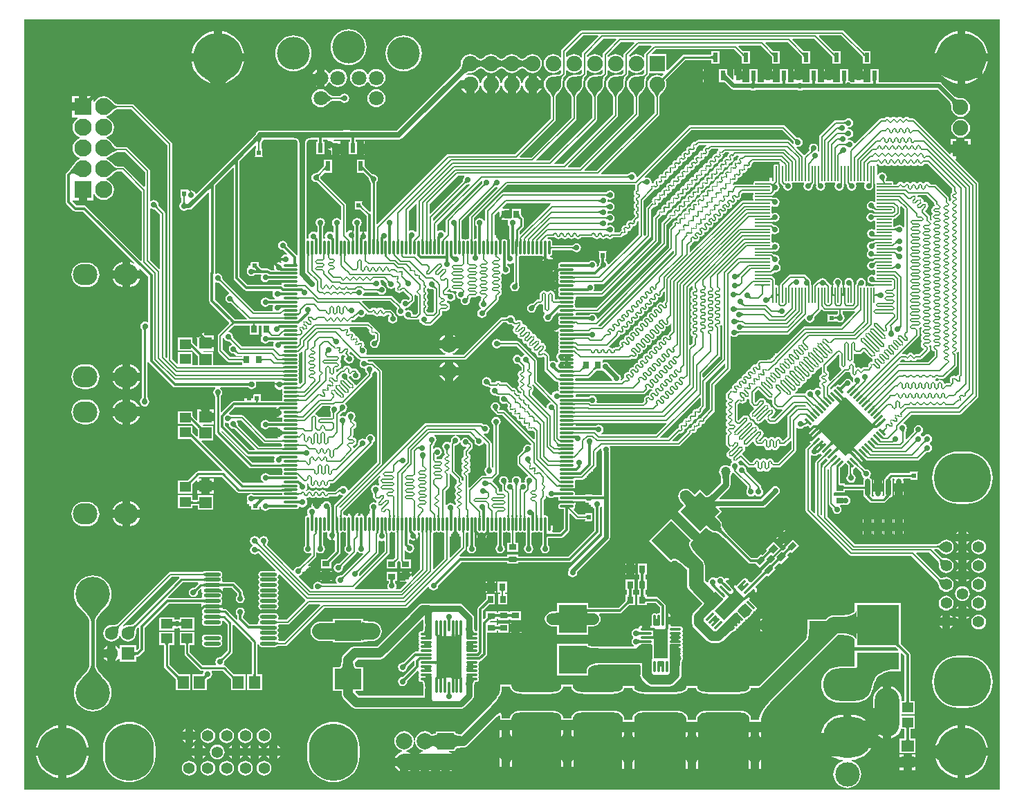
<source format=gtl>
%FSAX24Y24*%
%MOIN*%
G70*
G01*
G75*
G04 Layer_Physical_Order=1*
G04 Layer_Color=255*
%ADD10C,0.0080*%
%ADD11C,0.0079*%
%ADD12R,0.0591X0.0551*%
%ADD13R,0.0551X0.0591*%
%ADD14O,0.0236X0.0866*%
%ADD15R,0.0394X0.1575*%
%ADD16R,0.1575X0.0394*%
%ADD17R,0.1299X0.0984*%
G04:AMPARAMS|DCode=18|XSize=8.7mil|YSize=74.8mil|CornerRadius=2.2mil|HoleSize=0mil|Usage=FLASHONLY|Rotation=90.000|XOffset=0mil|YOffset=0mil|HoleType=Round|Shape=RoundedRectangle|*
%AMROUNDEDRECTD18*
21,1,0.0087,0.0705,0,0,90.0*
21,1,0.0043,0.0748,0,0,90.0*
1,1,0.0043,0.0352,0.0022*
1,1,0.0043,0.0352,-0.0022*
1,1,0.0043,-0.0352,-0.0022*
1,1,0.0043,-0.0352,0.0022*
%
%ADD18ROUNDEDRECTD18*%
G04:AMPARAMS|DCode=19|XSize=8.7mil|YSize=74.8mil|CornerRadius=2.2mil|HoleSize=0mil|Usage=FLASHONLY|Rotation=180.000|XOffset=0mil|YOffset=0mil|HoleType=Round|Shape=RoundedRectangle|*
%AMROUNDEDRECTD19*
21,1,0.0087,0.0705,0,0,180.0*
21,1,0.0043,0.0748,0,0,180.0*
1,1,0.0043,-0.0022,0.0352*
1,1,0.0043,0.0022,0.0352*
1,1,0.0043,0.0022,-0.0352*
1,1,0.0043,-0.0022,-0.0352*
%
%ADD19ROUNDEDRECTD19*%
G04:AMPARAMS|DCode=20|XSize=133.9mil|YSize=135.8mil|CornerRadius=0mil|HoleSize=0mil|Usage=FLASHONLY|Rotation=135.000|XOffset=0mil|YOffset=0mil|HoleType=Round|Shape=Rectangle|*
%AMROTATEDRECTD20*
4,1,4,0.0953,0.0007,-0.0007,-0.0953,-0.0953,-0.0007,0.0007,0.0953,0.0953,0.0007,0.0*
%
%ADD20ROTATEDRECTD20*%

%ADD21R,0.1339X0.1358*%
%ADD22R,0.2047X0.0827*%
%ADD23R,0.2047X0.1969*%
G04:AMPARAMS|DCode=24|XSize=11.8mil|YSize=65mil|CornerRadius=3mil|HoleSize=0mil|Usage=FLASHONLY|Rotation=90.000|XOffset=0mil|YOffset=0mil|HoleType=Round|Shape=RoundedRectangle|*
%AMROUNDEDRECTD24*
21,1,0.0118,0.0591,0,0,90.0*
21,1,0.0059,0.0650,0,0,90.0*
1,1,0.0059,0.0295,0.0030*
1,1,0.0059,0.0295,-0.0030*
1,1,0.0059,-0.0295,-0.0030*
1,1,0.0059,-0.0295,0.0030*
%
%ADD24ROUNDEDRECTD24*%
G04:AMPARAMS|DCode=25|XSize=11.8mil|YSize=65mil|CornerRadius=3mil|HoleSize=0mil|Usage=FLASHONLY|Rotation=0.000|XOffset=0mil|YOffset=0mil|HoleType=Round|Shape=RoundedRectangle|*
%AMROUNDEDRECTD25*
21,1,0.0118,0.0591,0,0,0.0*
21,1,0.0059,0.0650,0,0,0.0*
1,1,0.0059,0.0030,-0.0295*
1,1,0.0059,-0.0030,-0.0295*
1,1,0.0059,-0.0030,0.0295*
1,1,0.0059,0.0030,0.0295*
%
%ADD25ROUNDEDRECTD25*%
%ADD26O,0.0827X0.0177*%
%ADD27R,0.1240X0.2028*%
%ADD28O,0.0118X0.0551*%
%ADD29O,0.0551X0.0118*%
G04:AMPARAMS|DCode=30|XSize=65mil|YSize=143.7mil|CornerRadius=0mil|HoleSize=0mil|Usage=FLASHONLY|Rotation=315.000|XOffset=0mil|YOffset=0mil|HoleType=Round|Shape=Rectangle|*
%AMROTATEDRECTD30*
4,1,4,-0.0738,-0.0278,0.0278,0.0738,0.0738,0.0278,-0.0278,-0.0738,-0.0738,-0.0278,0.0*
%
%ADD30ROTATEDRECTD30*%

G04:AMPARAMS|DCode=31|XSize=11.8mil|YSize=55.1mil|CornerRadius=0mil|HoleSize=0mil|Usage=FLASHONLY|Rotation=315.000|XOffset=0mil|YOffset=0mil|HoleType=Round|Shape=Round|*
%AMOVALD31*
21,1,0.0433,0.0118,0.0000,0.0000,45.0*
1,1,0.0118,-0.0153,-0.0153*
1,1,0.0118,0.0153,0.0153*
%
%ADD31OVALD31*%

G04:AMPARAMS|DCode=32|XSize=11.8mil|YSize=55.1mil|CornerRadius=0mil|HoleSize=0mil|Usage=FLASHONLY|Rotation=45.000|XOffset=0mil|YOffset=0mil|HoleType=Round|Shape=Round|*
%AMOVALD32*
21,1,0.0433,0.0118,0.0000,0.0000,135.0*
1,1,0.0118,0.0153,-0.0153*
1,1,0.0118,-0.0153,0.0153*
%
%ADD32OVALD32*%

%ADD33R,0.0650X0.1437*%
%ADD34R,0.0197X0.0236*%
%ADD35R,0.0236X0.0197*%
%ADD36R,0.0354X0.0276*%
%ADD37R,0.0276X0.0354*%
%ADD38R,0.0354X0.0315*%
%ADD39R,0.0315X0.0354*%
G04:AMPARAMS|DCode=40|XSize=35.4mil|YSize=31.5mil|CornerRadius=0mil|HoleSize=0mil|Usage=FLASHONLY|Rotation=225.000|XOffset=0mil|YOffset=0mil|HoleType=Round|Shape=Rectangle|*
%AMROTATEDRECTD40*
4,1,4,0.0014,0.0237,0.0237,0.0014,-0.0014,-0.0237,-0.0237,-0.0014,0.0014,0.0237,0.0*
%
%ADD40ROTATEDRECTD40*%

%ADD41R,0.0551X0.0472*%
G04:AMPARAMS|DCode=42|XSize=35.4mil|YSize=27.6mil|CornerRadius=0mil|HoleSize=0mil|Usage=FLASHONLY|Rotation=45.000|XOffset=0mil|YOffset=0mil|HoleType=Round|Shape=Rectangle|*
%AMROTATEDRECTD42*
4,1,4,-0.0028,-0.0223,-0.0223,-0.0028,0.0028,0.0223,0.0223,0.0028,-0.0028,-0.0223,0.0*
%
%ADD42ROTATEDRECTD42*%

%ADD43P,0.2840X4X270.0*%
G04:AMPARAMS|DCode=44|XSize=11.8mil|YSize=39.4mil|CornerRadius=0mil|HoleSize=0mil|Usage=FLASHONLY|Rotation=225.000|XOffset=0mil|YOffset=0mil|HoleType=Round|Shape=Rectangle|*
%AMROTATEDRECTD44*
4,1,4,-0.0097,0.0181,0.0181,-0.0097,0.0097,-0.0181,-0.0181,0.0097,-0.0097,0.0181,0.0*
%
%ADD44ROTATEDRECTD44*%

G04:AMPARAMS|DCode=45|XSize=11.8mil|YSize=39.4mil|CornerRadius=0mil|HoleSize=0mil|Usage=FLASHONLY|Rotation=315.000|XOffset=0mil|YOffset=0mil|HoleType=Round|Shape=Rectangle|*
%AMROTATEDRECTD45*
4,1,4,-0.0181,-0.0097,0.0097,0.0181,0.0181,0.0097,-0.0097,-0.0181,-0.0181,-0.0097,0.0*
%
%ADD45ROTATEDRECTD45*%

%ADD46R,0.0236X0.0453*%
%ADD47C,0.0118*%
%ADD48C,0.0197*%
%ADD49C,0.0110*%
%ADD50C,0.0315*%
%ADD51C,0.0236*%
%ADD52C,0.0551*%
%ADD53C,0.0157*%
%ADD54C,0.0276*%
%ADD55C,0.0100*%
%ADD56C,0.0709*%
%ADD57C,0.0787*%
%ADD58C,0.0472*%
%ADD59C,0.0512*%
%ADD60C,0.0827*%
%ADD61C,0.0120*%
%ADD62R,0.3858X0.3858*%
%ADD63O,0.2362X0.2756*%
%ADD64C,0.0551*%
%ADD65O,0.2756X0.2362*%
%ADD66O,0.1181X0.1024*%
%ADD67R,0.0827X0.0827*%
%ADD68C,0.0827*%
%ADD69C,0.0709*%
%ADD70C,0.1575*%
%ADD71C,0.1181*%
%ADD72O,0.2362X0.1969*%
%ADD73O,0.2362X0.1575*%
%ADD74O,0.1181X0.2362*%
%ADD75C,0.0748*%
%ADD76R,0.0748X0.0748*%
%ADD77R,0.0748X0.0748*%
%ADD78R,0.0787X0.0787*%
%ADD79C,0.0787*%
%ADD80C,0.2362*%
%ADD81C,0.1654*%
%ADD82C,0.0630*%
%ADD83R,0.0630X0.0630*%
%ADD84C,0.0280*%
%ADD85C,0.0472*%
G36*
X056955Y009974D02*
X009974D01*
Y047113D01*
X056955D01*
Y009974D01*
D02*
G37*
%LPC*%
G36*
X055360Y018843D02*
Y018718D01*
X055486D01*
X055431Y018789D01*
X055360Y018843D01*
D02*
G37*
G36*
X055943Y019329D02*
X055850Y019317D01*
X055764Y019281D01*
X055690Y019224D01*
X055633Y019150D01*
X055598Y019064D01*
X055586Y018971D01*
X055598Y018879D01*
X055633Y018793D01*
X055690Y018719D01*
X055764Y018662D01*
X055850Y018626D01*
X055943Y018614D01*
X056035Y018626D01*
X056122Y018662D01*
X056196Y018719D01*
X056252Y018793D01*
X056288Y018879D01*
X056300Y018971D01*
X056288Y019064D01*
X056252Y019150D01*
X056196Y019224D01*
X056122Y019281D01*
X056035Y019317D01*
X055943Y019329D01*
D02*
G37*
G36*
X054967Y018843D02*
X054896Y018789D01*
X054841Y018718D01*
X054967D01*
Y018843D01*
D02*
G37*
G36*
X033240Y020004D02*
X032767D01*
Y019492D01*
X032883D01*
Y019413D01*
X032807D01*
Y018901D01*
X033240D01*
Y019413D01*
X033124D01*
Y019492D01*
X033240D01*
Y020004D01*
D02*
G37*
G36*
X012992Y035395D02*
X012835D01*
X012719Y035384D01*
X012608Y035350D01*
X012505Y035295D01*
X012415Y035221D01*
X012341Y035131D01*
X012286Y035029D01*
X012253Y034917D01*
X012241Y034802D01*
X012253Y034686D01*
X012286Y034574D01*
X012341Y034472D01*
X012415Y034382D01*
X012505Y034308D01*
X012608Y034253D01*
X012719Y034220D01*
X012835Y034208D01*
X012992D01*
X013108Y034220D01*
X013219Y034253D01*
X013322Y034308D01*
X013412Y034382D01*
X013486Y034472D01*
X013540Y034574D01*
X013574Y034686D01*
X013586Y034802D01*
X013574Y034917D01*
X013540Y035029D01*
X013486Y035131D01*
X013412Y035221D01*
X013322Y035295D01*
X013219Y035350D01*
X013108Y035384D01*
X012992Y035395D01*
D02*
G37*
G36*
X039370Y020108D02*
X038937D01*
Y019596D01*
X039012D01*
X039012Y019591D01*
X039013Y019584D01*
Y019392D01*
X039012Y019385D01*
X039012Y019380D01*
X038937D01*
Y019096D01*
X038937Y019095D01*
X038928Y019082D01*
X038901Y019050D01*
X038593Y018743D01*
X037148D01*
X037141Y018743D01*
X037136Y018744D01*
Y018967D01*
X035640D01*
Y018577D01*
X035477Y018566D01*
X035404D01*
X035404Y018566D01*
X035404Y018566D01*
X035311Y018554D01*
X035225Y018518D01*
X035151Y018461D01*
X035094Y018387D01*
X035058Y018301D01*
X035046Y018209D01*
X035058Y018116D01*
X035094Y018030D01*
X035151Y017956D01*
X035225Y017899D01*
X035311Y017863D01*
X035404Y017851D01*
X035404Y017851D01*
X035404Y017851D01*
X035497D01*
X035561Y017849D01*
X035632Y017843D01*
X035640Y017842D01*
Y017451D01*
X037136D01*
Y017840D01*
X037298Y017851D01*
X037372D01*
X037372Y017851D01*
X037465Y017863D01*
X037551Y017899D01*
X037625Y017956D01*
X037682Y018030D01*
X037717Y018116D01*
X037729Y018209D01*
X037717Y018301D01*
X037682Y018387D01*
X037663Y018412D01*
X037687Y018462D01*
X038652D01*
X038705Y018473D01*
X038751Y018503D01*
X039077Y018829D01*
X039098Y018849D01*
X039115Y018863D01*
X039123Y018868D01*
X039166D01*
X039168Y018868D01*
X039169Y018868D01*
X039409D01*
Y019380D01*
X039296D01*
X039295Y019385D01*
X039294Y019392D01*
Y019584D01*
X039295Y019591D01*
X039296Y019596D01*
X039370D01*
Y020108D01*
D02*
G37*
G36*
X019525Y018790D02*
X019525Y018781D01*
X019527Y018789D01*
X019525Y018790D01*
D02*
G37*
G36*
X054384Y019329D02*
X054291Y019317D01*
X054205Y019281D01*
X054131Y019224D01*
X054074Y019150D01*
X054039Y019064D01*
X054026Y018971D01*
X054039Y018879D01*
X054074Y018793D01*
X054131Y018719D01*
X054205Y018662D01*
X054291Y018626D01*
X054384Y018614D01*
X054476Y018626D01*
X054563Y018662D01*
X054637Y018719D01*
X054693Y018793D01*
X054729Y018879D01*
X054741Y018971D01*
X054729Y019064D01*
X054693Y019150D01*
X054637Y019224D01*
X054563Y019281D01*
X054476Y019317D01*
X054384Y019329D01*
D02*
G37*
G36*
X054967Y018324D02*
X054841D01*
X054896Y018253D01*
X054967Y018198D01*
Y018324D01*
D02*
G37*
G36*
X055486D02*
X055360D01*
Y018198D01*
X055431Y018253D01*
X055486Y018324D01*
D02*
G37*
G36*
X047216Y018227D02*
X047205Y018215D01*
Y018110D01*
X047330D01*
X047276Y018181D01*
X047216Y018227D01*
D02*
G37*
G36*
X014685Y035405D02*
X014683Y035405D01*
X014568Y035370D01*
X014462Y035313D01*
X014368Y035236D01*
X014292Y035143D01*
X014235Y035037D01*
X014224Y034998D01*
X014685D01*
Y035405D01*
D02*
G37*
G36*
X039961Y020866D02*
X039528D01*
Y020354D01*
X039602D01*
X039603Y020349D01*
X039604Y020342D01*
Y020121D01*
X039603Y020114D01*
X039602Y020108D01*
X039528D01*
Y019596D01*
X039602D01*
X039603Y019591D01*
X039604Y019584D01*
Y019392D01*
X039603Y019385D01*
X039602Y019380D01*
X039488D01*
Y018868D01*
X039961D01*
Y018982D01*
X039966Y018983D01*
X039973Y018984D01*
X040385D01*
X040598Y018771D01*
Y018527D01*
X040548Y018486D01*
X040541Y018487D01*
X040488Y018476D01*
X040443Y018446D01*
X040398Y018476D01*
X040344Y018487D01*
X040291Y018476D01*
X040245Y018446D01*
X040215Y018400D01*
X040204Y018346D01*
Y017918D01*
X040201Y017911D01*
X040160Y017876D01*
X040148Y017879D01*
X040128D01*
Y017717D01*
X039734D01*
Y017879D01*
X039715D01*
X039653Y017866D01*
X039600Y017831D01*
X039565Y017779D01*
X039562Y017767D01*
X039534Y017726D01*
X039508Y017731D01*
X039449Y017742D01*
X039364Y017726D01*
X039291Y017677D01*
X039243Y017605D01*
X039226Y017520D01*
X039243Y017434D01*
X039291Y017362D01*
X039313Y017348D01*
Y017298D01*
X039291Y017284D01*
X039243Y017211D01*
X039226Y017126D01*
X039243Y017041D01*
X039291Y016968D01*
X039318Y016950D01*
X039329Y016883D01*
X039322Y016874D01*
X037655D01*
X037513Y016877D01*
X037320Y016891D01*
X037247Y016902D01*
X037191Y016914D01*
X037152Y016927D01*
X037136Y016936D01*
Y016998D01*
X037058D01*
X037056Y016998D01*
X037054Y016998D01*
X035640D01*
Y015482D01*
X037136D01*
Y015732D01*
X037141Y015778D01*
X037156Y015820D01*
X037180Y015857D01*
X037217Y015891D01*
X037269Y015922D01*
X037336Y015950D01*
X037420Y015972D01*
X037519Y015989D01*
X037634Y015999D01*
X037682Y016000D01*
X039645D01*
X039653Y015887D01*
Y015544D01*
X039648Y015507D01*
X039659Y015425D01*
X039690Y015348D01*
X039741Y015282D01*
X039972Y015051D01*
X040038Y015000D01*
X040115Y014969D01*
X040197Y014958D01*
X041063D01*
X041145Y014969D01*
X041222Y015000D01*
X041288Y015051D01*
X041534Y015297D01*
X041584Y015363D01*
X041616Y015439D01*
X041627Y015522D01*
Y015892D01*
X041632Y016014D01*
X041643Y016122D01*
X041651Y016166D01*
X041659Y016203D01*
X041668Y016233D01*
X041678Y016256D01*
X041689Y016277D01*
X041690Y016277D01*
X041695Y016285D01*
X041699Y016306D01*
X041699Y016306D01*
X041699Y016307D01*
X041705Y016339D01*
X041695Y016392D01*
X041665Y016437D01*
X041695Y016482D01*
X041705Y016535D01*
X041695Y016589D01*
X041665Y016634D01*
X041695Y016679D01*
X041705Y016732D01*
X041695Y016786D01*
X041665Y016831D01*
X041695Y016875D01*
X041705Y016929D01*
X041695Y016983D01*
X041665Y017028D01*
X041695Y017072D01*
X041705Y017126D01*
X041695Y017180D01*
X041665Y017224D01*
X041695Y017269D01*
X041705Y017323D01*
X041695Y017377D01*
X041665Y017421D01*
X041695Y017466D01*
X041705Y017520D01*
X041695Y017573D01*
X041665Y017618D01*
X041695Y017663D01*
X041705Y017717D01*
X041695Y017770D01*
X041664Y017816D01*
X041619Y017846D01*
X041565Y017857D01*
X041137D01*
X041129Y017860D01*
X041095Y017901D01*
X041097Y017913D01*
Y017933D01*
X040935D01*
Y018327D01*
X041097D01*
Y018346D01*
X041085Y018409D01*
X041050Y018461D01*
X040997Y018496D01*
X040935Y018509D01*
X040917Y018505D01*
X040879Y018537D01*
Y018829D01*
X040868Y018882D01*
X040838Y018928D01*
X040542Y019223D01*
X040497Y019254D01*
X040443Y019265D01*
X039973D01*
X039966Y019265D01*
X039961Y019266D01*
Y019380D01*
X039886D01*
X039885Y019385D01*
X039885Y019392D01*
Y019584D01*
X039885Y019591D01*
X039886Y019596D01*
X039961D01*
Y020108D01*
X039886D01*
X039885Y020114D01*
X039885Y020121D01*
Y020342D01*
X039885Y020349D01*
X039886Y020354D01*
X039961D01*
Y020866D01*
D02*
G37*
G36*
X054581Y018392D02*
Y018267D01*
X054706D01*
X054652Y018338D01*
X054581Y018392D01*
D02*
G37*
G36*
X054187Y018392D02*
X054116Y018338D01*
X054061Y018267D01*
X054187D01*
Y018392D01*
D02*
G37*
G36*
X048278Y032905D02*
X048256D01*
Y032904D01*
X048278D01*
Y032905D01*
D02*
G37*
G36*
X054967Y020127D02*
X054841D01*
X054896Y020056D01*
X054967Y020001D01*
Y020127D01*
D02*
G37*
G36*
X055486D02*
X055360D01*
Y020001D01*
X055431Y020056D01*
X055486Y020127D01*
D02*
G37*
G36*
X038957Y020413D02*
X038916D01*
Y020333D01*
X038957D01*
Y020413D01*
D02*
G37*
G36*
X054967Y020646D02*
X054896Y020592D01*
X054841Y020521D01*
X054967D01*
Y020646D01*
D02*
G37*
G36*
X055943Y021132D02*
X055850Y021120D01*
X055764Y021084D01*
X055690Y021027D01*
X055633Y020953D01*
X055598Y020867D01*
X055586Y020775D01*
X055598Y020682D01*
X055633Y020596D01*
X055690Y020522D01*
X055764Y020465D01*
X055850Y020429D01*
X055943Y020417D01*
X056035Y020429D01*
X056122Y020465D01*
X056196Y020522D01*
X056252Y020596D01*
X056288Y020682D01*
X056300Y020775D01*
X056288Y020867D01*
X056252Y020953D01*
X056196Y021027D01*
X056122Y021084D01*
X056035Y021120D01*
X055943Y021132D01*
D02*
G37*
G36*
X039391Y020413D02*
X039350D01*
Y020333D01*
X039391D01*
Y020413D01*
D02*
G37*
G36*
X032710Y020025D02*
X032649D01*
Y019945D01*
X032710D01*
Y020025D01*
D02*
G37*
G36*
X055163Y019780D02*
X055071Y019767D01*
X054985Y019732D01*
X054911Y019675D01*
X054854Y019601D01*
X054818Y019515D01*
X054806Y019422D01*
X054818Y019330D01*
X054854Y019244D01*
X054911Y019170D01*
X054985Y019113D01*
X055071Y019077D01*
X055163Y019065D01*
X055256Y019077D01*
X055342Y019113D01*
X055416Y019170D01*
X055473Y019244D01*
X055509Y019330D01*
X055521Y019422D01*
X055509Y019515D01*
X055473Y019601D01*
X055416Y019675D01*
X055342Y019732D01*
X055256Y019767D01*
X055163Y019780D01*
D02*
G37*
G36*
X015540Y034605D02*
X015079D01*
Y034198D01*
X015081Y034199D01*
X015196Y034234D01*
X015302Y034290D01*
X015395Y034367D01*
X015472Y034460D01*
X015529Y034566D01*
X015540Y034605D01*
D02*
G37*
G36*
X014685D02*
X014224D01*
X014235Y034566D01*
X014292Y034460D01*
X014368Y034367D01*
X014462Y034290D01*
X014568Y034234D01*
X014683Y034199D01*
X014685Y034198D01*
Y034605D01*
D02*
G37*
G36*
X032256Y019551D02*
X032195D01*
Y019471D01*
X032256D01*
Y019551D01*
D02*
G37*
G36*
Y020025D02*
X032195D01*
Y019945D01*
X032256D01*
Y020025D01*
D02*
G37*
G36*
X055943Y020230D02*
X055850Y020218D01*
X055764Y020183D01*
X055690Y020126D01*
X055633Y020052D01*
X055598Y019966D01*
X055586Y019873D01*
X055598Y019781D01*
X055633Y019694D01*
X055690Y019620D01*
X055764Y019564D01*
X055850Y019528D01*
X055943Y019516D01*
X056035Y019528D01*
X056122Y019564D01*
X056196Y019620D01*
X056252Y019694D01*
X056288Y019781D01*
X056300Y019873D01*
X056288Y019966D01*
X056252Y020052D01*
X056196Y020126D01*
X056122Y020183D01*
X056035Y020218D01*
X055943Y020230D01*
D02*
G37*
G36*
X032710Y019551D02*
X032649D01*
Y019471D01*
X032710D01*
Y019551D01*
D02*
G37*
G36*
X017185Y017579D02*
X016476D01*
Y016949D01*
X016699D01*
Y015945D01*
X016709Y015895D01*
X016738Y015852D01*
X017233Y015357D01*
X017248Y015341D01*
X017258Y015328D01*
X017264Y015320D01*
Y014783D01*
X017972D01*
Y015531D01*
X017434D01*
X017433Y015532D01*
X017405Y015556D01*
X016962Y015999D01*
Y016949D01*
X017185D01*
Y017579D01*
D02*
G37*
G36*
X055360Y016443D02*
X054967D01*
X054769Y016427D01*
X054576Y016381D01*
X054393Y016305D01*
X054224Y016202D01*
X054073Y016073D01*
X053944Y015922D01*
X053841Y015753D01*
X053765Y015570D01*
X053718Y015377D01*
X053703Y015179D01*
X053718Y014981D01*
X053765Y014789D01*
X053841Y014605D01*
X053944Y014436D01*
X054073Y014286D01*
X054224Y014157D01*
X054393Y014053D01*
X054576Y013977D01*
X054769Y013931D01*
X054967Y013915D01*
X055360D01*
X055558Y013931D01*
X055751Y013977D01*
X055934Y014053D01*
X056103Y014157D01*
X056254Y014286D01*
X056383Y014436D01*
X056486Y014605D01*
X056562Y014789D01*
X056608Y014981D01*
X056624Y015179D01*
X056608Y015377D01*
X056562Y015570D01*
X056486Y015753D01*
X056383Y015922D01*
X056254Y016073D01*
X056103Y016202D01*
X055934Y016305D01*
X055751Y016381D01*
X055558Y016427D01*
X055360Y016443D01*
D02*
G37*
G36*
X051348Y014953D02*
X051280Y014932D01*
X051160Y014868D01*
X051055Y014782D01*
X050968Y014677D01*
X050904Y014557D01*
X050865Y014427D01*
X050851Y014291D01*
Y013898D01*
X050946D01*
X050960Y013945D01*
X050975Y014043D01*
X050973Y014136D01*
X050955Y014223D01*
X051056Y013898D01*
X051348D01*
Y014953D01*
D02*
G37*
G36*
X013976Y016339D02*
X013806D01*
X013811Y016326D01*
X013877Y016239D01*
X013964Y016173D01*
X013976Y016168D01*
Y016286D01*
X013953Y016311D01*
X013976D01*
Y016339D01*
D02*
G37*
G36*
X019341Y017454D02*
X019016D01*
X018691D01*
X018626Y017441D01*
X018570Y017404D01*
X018565Y017397D01*
X018565Y017397D01*
X018533Y017349D01*
X018520Y017283D01*
X018533Y017218D01*
X018570Y017163D01*
Y017148D01*
X018533Y017093D01*
X018520Y017028D01*
X018533Y016962D01*
X018570Y016907D01*
X018626Y016870D01*
X018691Y016857D01*
X019341D01*
X019406Y016870D01*
X019461Y016907D01*
X019498Y016962D01*
X019511Y017028D01*
X019498Y017093D01*
X019461Y017148D01*
Y017163D01*
X019498Y017218D01*
X019511Y017283D01*
X019498Y017349D01*
X019466Y017397D01*
X019466Y017397D01*
X019461Y017404D01*
X019406Y017441D01*
X019341Y017454D01*
D02*
G37*
G36*
X013976Y016903D02*
X013964Y016898D01*
X013877Y016831D01*
X013811Y016745D01*
X013806Y016732D01*
X013976D01*
Y016903D01*
D02*
G37*
G36*
X052185Y018976D02*
X049980D01*
Y018697D01*
X049975Y018644D01*
X049958Y018595D01*
X049929Y018552D01*
X049887Y018513D01*
X049828Y018477D01*
X049752Y018446D01*
X049658Y018421D01*
X049547Y018403D01*
X049418Y018391D01*
X049368Y018390D01*
X048976D01*
X048853Y018374D01*
X048738Y018326D01*
X048639Y018250D01*
X048578Y018189D01*
X047697D01*
Y017720D01*
X047697Y017719D01*
X047695Y017634D01*
X047692Y017558D01*
X047680Y017424D01*
X047671Y017371D01*
X047660Y017324D01*
X047648Y017285D01*
X047635Y017254D01*
X047623Y017234D01*
X045595Y015206D01*
X045384Y015008D01*
X045356Y014985D01*
X045351Y014980D01*
X044983D01*
X044981Y014981D01*
X044980Y014980D01*
X044902D01*
Y014908D01*
X044896Y014863D01*
X044881Y014831D01*
X044855Y014801D01*
X044814Y014770D01*
X044755Y014741D01*
X044677Y014716D01*
X044583Y014696D01*
X044339Y014672D01*
X044315Y014672D01*
X042988D01*
X042963Y014672D01*
X042834Y014681D01*
X042721Y014696D01*
X042626Y014716D01*
X042548Y014742D01*
X042489Y014770D01*
X042448Y014801D01*
X042422Y014831D01*
X042408Y014863D01*
X042402Y014908D01*
Y014980D01*
X042323D01*
X042322Y014981D01*
X042320Y014980D01*
X041932D01*
X041930Y014981D01*
X041929Y014980D01*
X041850D01*
Y014908D01*
X041844Y014863D01*
X041830Y014831D01*
X041804Y014801D01*
X041763Y014770D01*
X041704Y014742D01*
X041626Y014716D01*
X041532Y014696D01*
X041288Y014672D01*
X041264Y014672D01*
X039937D01*
X039912Y014672D01*
X039782Y014681D01*
X039670Y014696D01*
X039575Y014716D01*
X039497Y014741D01*
X039438Y014770D01*
X039397Y014801D01*
X039371Y014831D01*
X039356Y014863D01*
X039350Y014908D01*
Y014980D01*
X039272D01*
X039271Y014981D01*
X039269Y014980D01*
X038881D01*
X038879Y014981D01*
X038877Y014980D01*
X038799D01*
Y014908D01*
X038793Y014863D01*
X038779Y014831D01*
X038753Y014801D01*
X038712Y014770D01*
X038652Y014741D01*
X038575Y014716D01*
X038481Y014696D01*
X038237Y014672D01*
X038213Y014672D01*
X037010D01*
X036960Y014673D01*
X036832Y014684D01*
X036721Y014703D01*
X036627Y014728D01*
X036551Y014759D01*
X036492Y014795D01*
X036450Y014834D01*
X036422Y014876D01*
X036404Y014925D01*
X036398Y014989D01*
Y015061D01*
X036319D01*
X036318Y015062D01*
X036316Y015061D01*
X035928D01*
X035926Y015062D01*
X035925Y015061D01*
X035846D01*
Y014989D01*
X035840Y014925D01*
X035823Y014876D01*
X035794Y014834D01*
X035752Y014795D01*
X035693Y014759D01*
X035617Y014728D01*
X035524Y014703D01*
X035412Y014684D01*
X035284Y014673D01*
X035235Y014672D01*
X034057D01*
X034007Y014673D01*
X033879Y014684D01*
X033768Y014703D01*
X033674Y014728D01*
X033598Y014759D01*
X033540Y014795D01*
X033497Y014834D01*
X033469Y014876D01*
X033452Y014925D01*
X033445Y014989D01*
Y015061D01*
X033367D01*
X033365Y015062D01*
X033363Y015061D01*
X032894D01*
Y014834D01*
X032890Y014786D01*
X032877Y014724D01*
X032855Y014657D01*
X032823Y014585D01*
X032780Y014509D01*
X032728Y014428D01*
X032666Y014344D01*
X032509Y014160D01*
X032463Y014113D01*
X030994Y012644D01*
X030966Y012645D01*
X030902Y012653D01*
X030850Y012662D01*
X030808Y012674D01*
X030778Y012687D01*
X030760Y012698D01*
X030752Y012706D01*
X030750Y012711D01*
X030748Y012724D01*
Y012795D01*
X030670D01*
X030668Y012796D01*
X030666Y012795D01*
X029885D01*
X029883Y012796D01*
X029881Y012795D01*
X029803D01*
Y012724D01*
X029801Y012712D01*
X029799Y012708D01*
X029791Y012699D01*
X029771Y012687D01*
X029739Y012674D01*
X029695Y012662D01*
X029641Y012653D01*
X029634Y012652D01*
X029620Y012656D01*
X029614Y012657D01*
X029613Y012660D01*
X029514Y012736D01*
X029399Y012783D01*
X029276Y012799D01*
X029152Y012783D01*
X029037Y012736D01*
X028939Y012660D01*
X028863Y012561D01*
X028815Y012446D01*
X028804Y012358D01*
X028801Y012336D01*
X028750D01*
X028747Y012358D01*
X028736Y012446D01*
X028688Y012561D01*
X028613Y012660D01*
X028514Y012736D01*
X028399Y012783D01*
X028276Y012799D01*
X028152Y012783D01*
X028037Y012736D01*
X027939Y012660D01*
X027863Y012561D01*
X027815Y012446D01*
X027799Y012323D01*
X027815Y012199D01*
X027863Y012085D01*
X027939Y011986D01*
X028037Y011910D01*
X028152Y011863D01*
X028181Y011859D01*
Y011808D01*
X028147Y011804D01*
X028027Y011754D01*
X027923Y011675D01*
X027844Y011572D01*
X027823Y011520D01*
X028276D01*
Y011323D01*
X028472D01*
Y010870D01*
X028525Y010892D01*
X028628Y010971D01*
X028707Y011074D01*
X028749Y011175D01*
X028803D01*
X028844Y011074D01*
X028923Y010971D01*
X029027Y010892D01*
X029079Y010870D01*
Y011323D01*
X029472D01*
Y010870D01*
X029525Y010892D01*
X029628Y010971D01*
X029707Y011074D01*
X029749Y011175D01*
X029803D01*
X029844Y011074D01*
X029923Y010971D01*
X030027Y010892D01*
X030079Y010870D01*
Y011323D01*
X030276D01*
Y011520D01*
X030728D01*
X030707Y011572D01*
X030628Y011675D01*
X030525Y011754D01*
X030404Y011804D01*
X030416Y011850D01*
X030666D01*
X030668Y011850D01*
X030670Y011850D01*
X030748D01*
Y011922D01*
X030750Y011935D01*
X030752Y011939D01*
X030760Y011947D01*
X030778Y011959D01*
X030808Y011972D01*
X030850Y011983D01*
X030901Y011993D01*
X031040Y012005D01*
X031058Y012005D01*
X031122D01*
X031204Y012016D01*
X031281Y012048D01*
X031347Y012098D01*
X032727Y013479D01*
X032756Y013506D01*
X032808Y013549D01*
X032838Y013569D01*
X032868Y013562D01*
X032892Y013541D01*
X032894Y013520D01*
Y013329D01*
X033363D01*
X033365Y013329D01*
X033367Y013329D01*
X033445D01*
Y013402D01*
X033452Y013466D01*
X033469Y013514D01*
X033497Y013557D01*
X033540Y013596D01*
X033598Y013632D01*
X033674Y013663D01*
X033768Y013688D01*
X033879Y013706D01*
X034007Y013717D01*
X034057Y013719D01*
X035235D01*
X035284Y013717D01*
X035412Y013706D01*
X035524Y013688D01*
X035617Y013663D01*
X035693Y013632D01*
X035752Y013596D01*
X035794Y013557D01*
X035823Y013514D01*
X035840Y013466D01*
X035846Y013402D01*
Y013329D01*
X035925D01*
X035926Y013329D01*
X035928Y013329D01*
X036316D01*
X036318Y013329D01*
X036319Y013329D01*
X036398D01*
Y013402D01*
X036404Y013466D01*
X036422Y013514D01*
X036450Y013557D01*
X036492Y013596D01*
X036551Y013632D01*
X036627Y013663D01*
X036721Y013688D01*
X036832Y013706D01*
X036960Y013717D01*
X037010Y013719D01*
X038187D01*
X038237Y013717D01*
X038365Y013706D01*
X038477Y013688D01*
X038571Y013662D01*
X038647Y013631D01*
X038705Y013595D01*
X038748Y013556D01*
X038776Y013513D01*
X038794Y013465D01*
X038799Y013412D01*
Y013248D01*
X039350D01*
Y013412D01*
X039356Y013465D01*
X039373Y013513D01*
X039402Y013556D01*
X039444Y013595D01*
X039503Y013631D01*
X039579Y013662D01*
X039673Y013688D01*
X039784Y013706D01*
X039913Y013717D01*
X039962Y013719D01*
X041238D01*
X041288Y013717D01*
X041417Y013706D01*
X041528Y013688D01*
X041622Y013662D01*
X041698Y013631D01*
X041757Y013595D01*
X041799Y013556D01*
X041828Y013513D01*
X041845Y013465D01*
X041850Y013412D01*
Y013248D01*
X042402D01*
Y013412D01*
X042407Y013465D01*
X042424Y013513D01*
X042453Y013556D01*
X042495Y013595D01*
X042554Y013631D01*
X042630Y013662D01*
X042724Y013688D01*
X042835Y013706D01*
X042964Y013717D01*
X043014Y013719D01*
X044289D01*
X044339Y013717D01*
X044468Y013706D01*
X044579Y013688D01*
X044673Y013662D01*
X044749Y013631D01*
X044808Y013595D01*
X044850Y013556D01*
X044879Y013513D01*
X044896Y013465D01*
X044902Y013412D01*
Y013248D01*
X045371D01*
X045373Y013248D01*
X045375Y013248D01*
X045453D01*
Y013321D01*
X045461Y013403D01*
X045483Y013490D01*
X045521Y013587D01*
X045576Y013694D01*
X045649Y013811D01*
X045737Y013936D01*
X046109Y014371D01*
X046131Y014394D01*
X048947Y017210D01*
X049176Y017437D01*
X049368D01*
X049418Y017436D01*
X049547Y017424D01*
X049658Y017406D01*
X049752Y017380D01*
X049828Y017349D01*
X049887Y017314D01*
X049929Y017274D01*
X049958Y017231D01*
X049975Y017183D01*
X049980Y017130D01*
Y016850D01*
X051899D01*
X051901Y016850D01*
X051902Y016850D01*
X051936D01*
X051941Y016847D01*
X051954Y016839D01*
X051984Y016813D01*
X052078Y016719D01*
X052059Y016673D01*
X051115D01*
X051083Y016677D01*
X051050Y016673D01*
X049980D01*
Y015912D01*
X049975Y015910D01*
X049222D01*
X049053Y015893D01*
X048889Y015843D01*
X048739Y015763D01*
X048607Y015655D01*
X048499Y015523D01*
X048418Y015372D01*
X048369Y015209D01*
X048352Y015039D01*
X048369Y014870D01*
X048418Y014706D01*
X048499Y014556D01*
X048607Y014424D01*
X048739Y014316D01*
X048889Y014235D01*
X049053Y014186D01*
X049222Y014169D01*
X050010D01*
X050180Y014186D01*
X050343Y014235D01*
X050493Y014316D01*
X050625Y014424D01*
X050733Y014556D01*
X050814Y014706D01*
X050844Y014804D01*
X050847Y014810D01*
X050848Y014814D01*
X050849Y014817D01*
X050854Y014838D01*
X050863Y014870D01*
X050865Y014886D01*
X050874Y014926D01*
X050906Y015030D01*
X050944Y015133D01*
X050989Y015233D01*
X051040Y015332D01*
X051099Y015430D01*
X051108Y015443D01*
X051179Y015490D01*
X051291Y015551D01*
X051402Y015601D01*
X051512Y015639D01*
X051622Y015667D01*
X051731Y015683D01*
X051844Y015689D01*
X051845Y015689D01*
X052185D01*
Y016547D01*
X052231Y016566D01*
X052379Y016418D01*
Y014264D01*
X052379Y014257D01*
X052378Y014252D01*
X052239D01*
Y014291D01*
X052226Y014427D01*
X052186Y014557D01*
X052122Y014677D01*
X052036Y014782D01*
X051931Y014868D01*
X051811Y014932D01*
X051742Y014953D01*
Y013701D01*
Y012448D01*
X051811Y012469D01*
X051931Y012533D01*
X052036Y012620D01*
X052122Y012725D01*
X052186Y012845D01*
X052207Y012913D01*
X052378D01*
X052379Y012908D01*
X052379Y012901D01*
Y012453D01*
X052379Y012446D01*
X052378Y012441D01*
X052146D01*
Y011732D01*
X052894D01*
Y012441D01*
X052662D01*
X052661Y012446D01*
X052660Y012453D01*
Y012901D01*
X052661Y012908D01*
X052662Y012913D01*
X052874D01*
Y013543D01*
X052239D01*
Y013622D01*
X052874D01*
Y014252D01*
X052662D01*
X052661Y014257D01*
X052660Y014264D01*
Y016476D01*
X052649Y016530D01*
X052619Y016576D01*
X052224Y016971D01*
X052203Y016994D01*
X052188Y017011D01*
X052185Y017016D01*
Y017052D01*
X052185Y017053D01*
X052185Y017054D01*
Y018976D01*
D02*
G37*
G36*
X013268Y020308D02*
X013090Y020290D01*
X012920Y020238D01*
X012762Y020154D01*
X012624Y020041D01*
X012511Y019903D01*
X012427Y019746D01*
X012375Y019575D01*
X012358Y019398D01*
X012375Y019220D01*
X012427Y019049D01*
X012511Y018892D01*
X012624Y018754D01*
X012645Y018737D01*
X012723Y018658D01*
X012806Y018570D01*
X012942Y018407D01*
X012994Y018335D01*
X013036Y018269D01*
X013067Y018210D01*
X013089Y018158D01*
X013101Y018114D01*
X013103Y018090D01*
Y015965D01*
X013101Y015941D01*
X013089Y015897D01*
X013067Y015845D01*
X013036Y015786D01*
X012994Y015720D01*
X012943Y015649D01*
X012722Y015396D01*
X012645Y015318D01*
X012624Y015301D01*
X012511Y015163D01*
X012427Y015006D01*
X012375Y014835D01*
X012358Y014657D01*
X012375Y014480D01*
X012427Y014309D01*
X012511Y014152D01*
X012624Y014014D01*
X012762Y013901D01*
X012920Y013817D01*
X013090Y013765D01*
X013268Y013748D01*
X013445Y013765D01*
X013616Y013817D01*
X013773Y013901D01*
X013911Y014014D01*
X014024Y014152D01*
X014108Y014309D01*
X014160Y014480D01*
X014178Y014657D01*
X014160Y014835D01*
X014108Y015006D01*
X014024Y015163D01*
X013911Y015301D01*
X013888Y015320D01*
X013806Y015402D01*
X013723Y015489D01*
X013586Y015650D01*
X013534Y015721D01*
X013492Y015786D01*
X013460Y015845D01*
X013439Y015897D01*
X013427Y015941D01*
X013424Y015965D01*
Y018090D01*
X013427Y018114D01*
X013439Y018158D01*
X013460Y018210D01*
X013492Y018269D01*
X013534Y018334D01*
X013585Y018404D01*
X013807Y018655D01*
X013888Y018735D01*
X013911Y018754D01*
X014024Y018892D01*
X014108Y019049D01*
X014160Y019220D01*
X014178Y019398D01*
X014160Y019575D01*
X014108Y019746D01*
X014024Y019903D01*
X013911Y020041D01*
X013773Y020154D01*
X013616Y020238D01*
X013445Y020290D01*
X013268Y020308D01*
D02*
G37*
G36*
X018109Y012897D02*
Y012772D01*
X018235D01*
X018180Y012843D01*
X018109Y012897D01*
D02*
G37*
G36*
X017716D02*
X017645Y012843D01*
X017590Y012772D01*
X017716D01*
Y012897D01*
D02*
G37*
G36*
X049419Y013588D02*
X049249Y013574D01*
X049083Y013534D01*
X048926Y013469D01*
X048780Y013380D01*
X048650Y013269D01*
X048539Y013139D01*
X048450Y012994D01*
X048385Y012836D01*
X048351Y012697D01*
X048505D01*
X048505Y012701D01*
X048477Y012775D01*
X048517Y012697D01*
X049419D01*
Y013588D01*
D02*
G37*
G36*
X051348Y013504D02*
X051178D01*
X051348Y012956D01*
Y013504D01*
D02*
G37*
G36*
X025866Y038761D02*
X025865D01*
Y038740D01*
X025866D01*
Y038761D01*
D02*
G37*
G36*
X026261D02*
X026260D01*
Y038740D01*
X026261D01*
Y038761D01*
D02*
G37*
G36*
X049813Y013588D02*
Y012743D01*
X049898Y012749D01*
X049917Y012752D01*
Y012802D01*
X049939Y012790D01*
X049971Y012779D01*
X050007Y012770D01*
X050024Y012775D01*
X050057Y012787D01*
X050085Y012800D01*
X050108Y012815D01*
Y012756D01*
X050205Y012747D01*
X050430Y012739D01*
X050423Y012756D01*
X050153Y013422D01*
X050191Y013354D01*
X050241Y013309D01*
X050302Y013286D01*
X050374Y013287D01*
X050458Y013310D01*
X050507Y013333D01*
X050452Y013380D01*
X050307Y013469D01*
X050149Y013534D01*
X049983Y013574D01*
X049813Y013588D01*
D02*
G37*
G36*
X054187Y017873D02*
X054061D01*
X054116Y017802D01*
X054187Y017748D01*
Y017873D01*
D02*
G37*
G36*
X054706D02*
X054581D01*
Y017748D01*
X054652Y017802D01*
X054706Y017873D01*
D02*
G37*
G36*
X055943Y018427D02*
X055850Y018415D01*
X055764Y018379D01*
X055690Y018323D01*
X055633Y018249D01*
X055598Y018162D01*
X055586Y018070D01*
X055598Y017977D01*
X055633Y017891D01*
X055690Y017817D01*
X055764Y017760D01*
X055850Y017725D01*
X055943Y017713D01*
X056035Y017725D01*
X056122Y017760D01*
X056196Y017817D01*
X056252Y017891D01*
X056288Y017977D01*
X056300Y018070D01*
X056288Y018162D01*
X056252Y018249D01*
X056196Y018323D01*
X056122Y018379D01*
X056035Y018415D01*
X055943Y018427D01*
D02*
G37*
G36*
X033445Y018013D02*
X033365D01*
Y017972D01*
X033445D01*
Y018013D01*
D02*
G37*
G36*
X045591Y018236D02*
X045557Y018210D01*
X045431D01*
Y018110D01*
X045546D01*
X045591Y018114D01*
Y018236D01*
D02*
G37*
G36*
X026297Y018205D02*
X024841D01*
Y018091D01*
X024654D01*
X024654Y018091D01*
X024240Y018091D01*
X024117Y018075D01*
X024002Y018027D01*
X023903Y017951D01*
X023828Y017853D01*
X023780Y017738D01*
X023764Y017615D01*
X023780Y017491D01*
X023828Y017376D01*
X023903Y017278D01*
X024002Y017202D01*
X024117Y017154D01*
X024240Y017138D01*
X024240Y017138D01*
X024654Y017138D01*
X024654Y017138D01*
X024654Y017138D01*
X024841D01*
Y017063D01*
X026216D01*
X026218Y017063D01*
X026219Y017063D01*
X026221D01*
X026223Y017063D01*
X026223Y017063D01*
X026297D01*
Y017109D01*
X026317Y017115D01*
X026353Y017122D01*
X026601Y017138D01*
X026721D01*
X026844Y017154D01*
X026959Y017202D01*
X027058Y017278D01*
X027133Y017376D01*
X027181Y017491D01*
X027197Y017615D01*
X027181Y017738D01*
X027133Y017853D01*
X027058Y017951D01*
X026959Y018027D01*
X026844Y018075D01*
X026721Y018091D01*
X026601D01*
X026470Y018098D01*
X026410Y018105D01*
X026360Y018114D01*
X026323Y018124D01*
X026299Y018133D01*
X026297Y018134D01*
Y018205D01*
D02*
G37*
G36*
X033919Y018013D02*
X033839D01*
Y017983D01*
X033901Y017973D01*
X033900Y017972D01*
X033919D01*
Y018013D01*
D02*
G37*
G36*
X017185Y018287D02*
X016476D01*
Y017657D01*
X017185D01*
Y017749D01*
X017229Y017772D01*
X017238Y017767D01*
X017323Y017750D01*
X017408Y017767D01*
X017417Y017772D01*
X017461Y017749D01*
Y017657D01*
X018169D01*
Y018287D01*
X017461D01*
Y018196D01*
X017417Y018173D01*
X017408Y018178D01*
X017323Y018195D01*
X017238Y018178D01*
X017229Y018173D01*
X017185Y018196D01*
Y018287D01*
D02*
G37*
G36*
X045591Y017717D02*
X045431D01*
Y017617D01*
X045557D01*
X045591Y017591D01*
Y017717D01*
D02*
G37*
G36*
X033919Y017579D02*
X033839D01*
Y017538D01*
X033919D01*
Y017579D01*
D02*
G37*
G36*
X033445D02*
X033365D01*
Y017538D01*
X033445D01*
Y017579D01*
D02*
G37*
G36*
X046811Y018109D02*
X046772D01*
Y017913D01*
Y017591D01*
X046791Y017606D01*
X046811Y017591D01*
Y017913D01*
Y018109D01*
D02*
G37*
G36*
X032649Y019413D02*
X032216D01*
Y019150D01*
X032214Y019146D01*
X032205Y019133D01*
X032180Y019102D01*
X031838Y018761D01*
X031807Y018715D01*
X031797Y018662D01*
Y017657D01*
X031747Y017616D01*
X031740Y017617D01*
X031698D01*
X031697Y017617D01*
X031691Y017621D01*
X031684Y017629D01*
X031675Y017644D01*
X031665Y017668D01*
X031656Y017701D01*
X031649Y017743D01*
X031647Y017774D01*
X031647Y018250D01*
X031628Y018342D01*
X031576Y018420D01*
X031105Y018891D01*
X031027Y018943D01*
X030935Y018961D01*
X029437D01*
X029428Y018959D01*
X029175D01*
X029093Y018949D01*
X029016Y018917D01*
X028950Y018866D01*
X028465Y018381D01*
X026977Y016892D01*
X025906D01*
X025823Y016882D01*
X025747Y016850D01*
X025681Y016799D01*
X025345Y016463D01*
X025294Y016397D01*
X025262Y016321D01*
X025251Y016238D01*
Y016191D01*
X025251Y016160D01*
X025245Y016091D01*
X025236Y016032D01*
X025224Y015983D01*
X025210Y015945D01*
X025195Y015918D01*
X025180Y015901D01*
X025166Y015891D01*
X025152Y015885D01*
X025125Y015882D01*
X024841D01*
Y014741D01*
X025251D01*
Y014588D01*
X025262Y014506D01*
X025294Y014429D01*
X025345Y014364D01*
X025750Y013958D01*
X025816Y013908D01*
X025892Y013876D01*
X025974Y013865D01*
X029428D01*
X029437Y013863D01*
X030984Y013863D01*
X031076Y013882D01*
X031155Y013934D01*
X031576Y014356D01*
X031628Y014434D01*
X031647Y014526D01*
X031647Y015014D01*
X031649Y015045D01*
X031656Y015087D01*
X031665Y015120D01*
X031675Y015144D01*
X031684Y015159D01*
X031691Y015167D01*
X031697Y015171D01*
X031698Y015171D01*
X031740D01*
X031794Y015182D01*
X031840Y015212D01*
X031870Y015258D01*
X031881Y015311D01*
X031870Y015365D01*
X031840Y015410D01*
X031870Y015454D01*
X031881Y015508D01*
X031870Y015562D01*
X031840Y015607D01*
X031870Y015651D01*
X031881Y015705D01*
X031870Y015759D01*
X031840Y015804D01*
X031870Y015848D01*
X031881Y015902D01*
X031870Y015956D01*
X031840Y016000D01*
X031870Y016045D01*
X031881Y016099D01*
X031880Y016105D01*
X031903Y016155D01*
X031957Y016166D01*
X032003Y016196D01*
X032233Y016427D01*
X032264Y016472D01*
X032275Y016526D01*
Y017559D01*
X032717D01*
Y017634D01*
X032722Y017634D01*
X032729Y017635D01*
X032783D01*
X032790Y017634D01*
X032795Y017634D01*
Y017559D01*
X033307D01*
Y017992D01*
X032795D01*
Y017918D01*
X032790Y017917D01*
X032783Y017916D01*
X032729D01*
X032722Y017917D01*
X032717Y017918D01*
Y018031D01*
X032409D01*
X032397Y018059D01*
X032395Y018081D01*
X032401Y018087D01*
X032418Y018100D01*
X032432Y018110D01*
X032432Y018110D01*
X032717D01*
Y018224D01*
X032722Y018225D01*
X032729Y018226D01*
X032783D01*
X032790Y018225D01*
X032795Y018224D01*
Y018150D01*
X033307D01*
Y018170D01*
X033349Y018201D01*
X033386Y018185D01*
Y018150D01*
X033898D01*
Y018583D01*
X033386D01*
Y018562D01*
X033344Y018531D01*
X033307Y018548D01*
Y018583D01*
X032795D01*
Y018508D01*
X032790Y018507D01*
X032783Y018507D01*
X032729D01*
X032722Y018507D01*
X032717Y018508D01*
Y018583D01*
X032205D01*
Y018342D01*
X032204Y018341D01*
X032205Y018340D01*
Y018296D01*
X032200Y018289D01*
X032171Y018255D01*
X032124Y018208D01*
X032078Y018228D01*
Y018603D01*
X032338Y018863D01*
X032360Y018884D01*
X032377Y018898D01*
X032382Y018901D01*
X032649D01*
Y019413D01*
D02*
G37*
G36*
X046378Y018109D02*
X046378D01*
Y017913D01*
Y017591D01*
X046378Y017591D01*
D01*
Y017913D01*
Y018109D01*
D02*
G37*
G36*
X047330Y017717D02*
X047205D01*
Y017591D01*
X047276Y017646D01*
X047330Y017717D01*
D02*
G37*
G36*
X055360Y020646D02*
Y020521D01*
X055486D01*
X055431Y020592D01*
X055360Y020646D01*
D02*
G37*
G36*
X015540Y029683D02*
X015079D01*
Y029277D01*
X015081Y029277D01*
X015196Y029312D01*
X015302Y029369D01*
X015395Y029446D01*
X015472Y029539D01*
X015529Y029645D01*
X015540Y029683D01*
D02*
G37*
G36*
X014685D02*
X014224D01*
X014235Y029645D01*
X014292Y029539D01*
X014368Y029446D01*
X014462Y029369D01*
X014568Y029312D01*
X014683Y029277D01*
X014685Y029277D01*
Y029683D01*
D02*
G37*
G36*
X012992Y030474D02*
X012835D01*
X012719Y030462D01*
X012608Y030429D01*
X012505Y030374D01*
X012415Y030300D01*
X012341Y030210D01*
X012286Y030107D01*
X012253Y029996D01*
X012241Y029880D01*
X012253Y029765D01*
X012286Y029653D01*
X012341Y029551D01*
X012415Y029461D01*
X012505Y029387D01*
X012608Y029332D01*
X012719Y029298D01*
X012835Y029287D01*
X012992D01*
X013108Y029298D01*
X013219Y029332D01*
X013322Y029387D01*
X013412Y029461D01*
X013486Y029551D01*
X013540Y029653D01*
X013574Y029765D01*
X013586Y029880D01*
X013574Y029996D01*
X013540Y030107D01*
X013486Y030210D01*
X013412Y030300D01*
X013322Y030374D01*
X013219Y030429D01*
X013108Y030462D01*
X012992Y030474D01*
D02*
G37*
G36*
X015079Y028791D02*
Y028384D01*
X015414D01*
X015361Y028503D01*
X015367Y028492D01*
X015375Y028482D01*
X015386Y028473D01*
X015399Y028466D01*
X015414Y028459D01*
X015430Y028454D01*
X015450Y028450D01*
X015471Y028447D01*
X015494Y028445D01*
X015517Y028445D01*
X015472Y028529D01*
X015395Y028622D01*
X015302Y028699D01*
X015196Y028755D01*
X015081Y028790D01*
X015079Y028791D01*
D02*
G37*
G36*
Y023869D02*
Y023463D01*
X015540D01*
X015529Y023501D01*
X015472Y023608D01*
X015395Y023701D01*
X015302Y023777D01*
X015196Y023834D01*
X015081Y023869D01*
X015079Y023869D01*
D02*
G37*
G36*
X014685D02*
X014683Y023869D01*
X014568Y023834D01*
X014462Y023777D01*
X014368Y023701D01*
X014292Y023608D01*
X014235Y023501D01*
X014224Y023463D01*
X014685D01*
Y023869D01*
D02*
G37*
G36*
Y028791D02*
X014683Y028790D01*
X014568Y028755D01*
X014462Y028699D01*
X014368Y028622D01*
X014292Y028529D01*
X014235Y028423D01*
X014224Y028384D01*
X014685D01*
Y028791D01*
D02*
G37*
G36*
X052295Y023061D02*
Y022844D01*
X052321D01*
Y022963D01*
X052304Y023048D01*
X052295Y023061D01*
D02*
G37*
G36*
X050402Y023061D02*
X050393Y023048D01*
X050376Y022963D01*
Y022844D01*
X050402D01*
Y023061D01*
D02*
G37*
G36*
X051402D02*
X051393Y023048D01*
X051376Y022963D01*
Y022844D01*
X051402D01*
Y023061D01*
D02*
G37*
G36*
X050902D02*
X050893Y023048D01*
X050876Y022963D01*
Y022844D01*
X050902D01*
Y023061D01*
D02*
G37*
G36*
X051902D02*
X051893Y023048D01*
X051876Y022963D01*
Y022844D01*
X051902D01*
Y023061D01*
D02*
G37*
G36*
X050795Y023061D02*
Y022844D01*
X050821D01*
Y022963D01*
X050804Y023048D01*
X050795Y023061D01*
D02*
G37*
G36*
X051795D02*
Y022844D01*
X051821D01*
Y022963D01*
X051804Y023048D01*
X051795Y023061D01*
D02*
G37*
G36*
X051295D02*
Y022844D01*
X051321D01*
Y022963D01*
X051304Y023048D01*
X051295Y023061D01*
D02*
G37*
G36*
X019096Y024409D02*
X018898D01*
Y024231D01*
X019096D01*
Y024409D01*
D02*
G37*
G36*
X018504D02*
X018306D01*
Y024231D01*
X018504D01*
Y024409D01*
D02*
G37*
G36*
X014685Y027991D02*
X014224D01*
X014235Y027952D01*
X014292Y027846D01*
X014368Y027753D01*
X014462Y027676D01*
X014568Y027619D01*
X014683Y027584D01*
X014685Y027584D01*
Y027991D01*
D02*
G37*
G36*
X050902Y024950D02*
X050893Y024937D01*
X050876Y024852D01*
Y024734D01*
X050902D01*
Y024950D01*
D02*
G37*
G36*
X052638Y025720D02*
X052636D01*
Y025699D01*
X052638D01*
Y025720D01*
D02*
G37*
G36*
X019096Y024982D02*
X018898D01*
Y024803D01*
X019096D01*
Y024982D01*
D02*
G37*
G36*
X051295Y024950D02*
Y024734D01*
X051321D01*
Y024852D01*
X051304Y024937D01*
X051295Y024950D01*
D02*
G37*
G36*
X015540Y027991D02*
X015079D01*
Y027584D01*
X015081Y027584D01*
X015196Y027619D01*
X015302Y027676D01*
X015395Y027753D01*
X015472Y027846D01*
X015529Y027952D01*
X015540Y027991D01*
D02*
G37*
G36*
X019096Y028328D02*
X018898D01*
Y028150D01*
X019096D01*
Y028328D01*
D02*
G37*
G36*
X018071Y024173D02*
X017362D01*
Y023543D01*
X018071D01*
Y023688D01*
X018327D01*
Y023465D01*
X019075D01*
Y024173D01*
X018327D01*
Y023950D01*
X018071D01*
Y024173D01*
D02*
G37*
G36*
X020512Y023465D02*
X020491D01*
Y023463D01*
X020512D01*
Y023465D01*
D02*
G37*
G36*
X055360Y026281D02*
X054967D01*
X054769Y026266D01*
X054576Y026220D01*
X054393Y026144D01*
X054224Y026040D01*
X054073Y025911D01*
X053944Y025761D01*
X053841Y025591D01*
X053765Y025408D01*
X053718Y025215D01*
X053703Y025018D01*
X053718Y024820D01*
X053765Y024627D01*
X053841Y024444D01*
X053944Y024275D01*
X054073Y024124D01*
X054224Y023995D01*
X054393Y023892D01*
X054576Y023816D01*
X054769Y023770D01*
X054967Y023754D01*
X055360D01*
X055558Y023770D01*
X055751Y023816D01*
X055934Y023892D01*
X056103Y023995D01*
X056254Y024124D01*
X056383Y024275D01*
X056486Y024444D01*
X056562Y024627D01*
X056608Y024820D01*
X056624Y025018D01*
X056608Y025215D01*
X056562Y025408D01*
X056486Y025591D01*
X056383Y025761D01*
X056254Y025911D01*
X056103Y026040D01*
X055934Y026144D01*
X055751Y026220D01*
X055558Y026266D01*
X055360Y026281D01*
D02*
G37*
G36*
X012992Y028781D02*
X012835D01*
X012719Y028769D01*
X012608Y028736D01*
X012505Y028681D01*
X012415Y028607D01*
X012341Y028517D01*
X012286Y028414D01*
X012253Y028303D01*
X012241Y028187D01*
X012253Y028072D01*
X012286Y027960D01*
X012341Y027858D01*
X012415Y027768D01*
X012505Y027694D01*
X012608Y027639D01*
X012719Y027605D01*
X012835Y027594D01*
X012992D01*
X013108Y027605D01*
X013219Y027639D01*
X013322Y027694D01*
X013412Y027768D01*
X013486Y027858D01*
X013540Y027960D01*
X013574Y028072D01*
X013586Y028187D01*
X013574Y028303D01*
X013540Y028414D01*
X013486Y028517D01*
X013412Y028607D01*
X013322Y028681D01*
X013219Y028736D01*
X013108Y028769D01*
X012992Y028781D01*
D02*
G37*
G36*
X051902Y024341D02*
X051876D01*
Y024222D01*
X051893Y024137D01*
X051902Y024124D01*
Y024341D01*
D02*
G37*
G36*
X052321D02*
X052295D01*
Y024124D01*
X052304Y024137D01*
X052321Y024222D01*
Y024341D01*
D02*
G37*
G36*
X055486Y021930D02*
X055360D01*
Y021805D01*
X055431Y021859D01*
X055486Y021930D01*
D02*
G37*
G36*
X046563Y021860D02*
X046506Y021803D01*
X046535Y021774D01*
X046592Y021831D01*
X046563Y021860D01*
D02*
G37*
G36*
X055360Y021548D02*
Y021422D01*
X055486D01*
X055431Y021493D01*
X055360Y021548D01*
D02*
G37*
G36*
X054967Y021930D02*
X054841D01*
X054896Y021859D01*
X054967Y021805D01*
Y021930D01*
D02*
G37*
G36*
X050821Y022451D02*
X050795D01*
Y022235D01*
X050804Y022248D01*
X050821Y022333D01*
Y022451D01*
D02*
G37*
G36*
X046898Y022195D02*
X046844Y022141D01*
X046842Y022137D01*
X046870Y022109D01*
X046927Y022166D01*
X046898Y022195D01*
D02*
G37*
G36*
X046256Y022167D02*
X046199Y022110D01*
X046228Y022081D01*
X046284Y022138D01*
X046256Y022167D01*
D02*
G37*
G36*
X054967Y021548D02*
X054896Y021493D01*
X054841Y021422D01*
X054967D01*
Y021548D01*
D02*
G37*
G36*
X039391Y020887D02*
X039350D01*
Y020807D01*
X039391D01*
Y020887D01*
D02*
G37*
G36*
X038957D02*
X038916D01*
Y020807D01*
X038957D01*
Y020887D01*
D02*
G37*
G36*
X048278Y032510D02*
X048256D01*
Y032508D01*
X048278D01*
Y032510D01*
D02*
G37*
G36*
X055486Y021029D02*
X055360D01*
Y020903D01*
X055431Y020958D01*
X055486Y021029D01*
D02*
G37*
G36*
X041132Y023059D02*
X040060Y021988D01*
X041060Y020987D01*
X041061Y020986D01*
X041063Y020985D01*
X041118Y020930D01*
X041169Y020981D01*
X041205Y021009D01*
X041236Y021022D01*
X041273Y021026D01*
X041319Y021021D01*
X041375Y021004D01*
X041440Y020972D01*
X041514Y020926D01*
X041595Y020866D01*
X041683Y020790D01*
X041707Y020766D01*
X041886Y020588D01*
Y019882D01*
X041901Y019769D01*
X041945Y019663D01*
X042014Y019573D01*
X042625Y018962D01*
X042623Y018959D01*
X042468Y018780D01*
X042399Y018711D01*
X042399Y018711D01*
X042232Y018544D01*
X042182Y018479D01*
X042150Y018402D01*
X042139Y018320D01*
Y018010D01*
X042150Y017928D01*
X042182Y017851D01*
X042232Y017785D01*
X042869Y017149D01*
X042935Y017098D01*
X043011Y017066D01*
X043094Y017055D01*
X043403D01*
X043486Y017066D01*
X043562Y017098D01*
X043628Y017149D01*
X043795Y017316D01*
X043795Y017316D01*
X043867Y017388D01*
X043957Y017470D01*
X044042Y017539D01*
X044078Y017564D01*
X044110Y017585D01*
X044138Y017599D01*
X044161Y017609D01*
X044184Y017615D01*
X044184Y017616D01*
X044193Y017617D01*
X044211Y017629D01*
X044211Y017630D01*
X044212Y017630D01*
X044239Y017648D01*
X044269Y017693D01*
X044280Y017746D01*
X044332Y017757D01*
X044378Y017787D01*
X044408Y017833D01*
X044419Y017885D01*
X044471Y017896D01*
X044517Y017926D01*
X044548Y017972D01*
X044558Y018024D01*
X044611Y018035D01*
X044656Y018065D01*
X044687Y018111D01*
X044697Y018164D01*
X044750Y018174D01*
X044795Y018205D01*
X044826Y018250D01*
X044829Y018265D01*
X044872Y018283D01*
X044942Y018337D01*
X044995Y018407D01*
X045013Y018450D01*
X045028Y018453D01*
X045074Y018483D01*
X045104Y018529D01*
X045115Y018581D01*
X045167Y018592D01*
X045213Y018622D01*
X045243Y018668D01*
X045254Y018722D01*
X045243Y018775D01*
X045213Y018821D01*
X044910Y019124D01*
X044907Y019131D01*
X044911Y019184D01*
X044922Y019191D01*
X044936Y019205D01*
X044821Y019320D01*
X045100Y019598D01*
X045214Y019484D01*
X045228Y019498D01*
X045264Y019550D01*
X045276Y019612D01*
X045264Y019674D01*
X045228Y019727D01*
X045213Y019737D01*
X045208Y019787D01*
X045737Y020315D01*
X045743Y020320D01*
X045747Y020323D01*
X045818Y020253D01*
X046179Y020615D01*
X046109Y020685D01*
X046112Y020690D01*
X046117Y020695D01*
X046340Y020919D01*
X046346Y020923D01*
X046350Y020926D01*
X046428Y020848D01*
X046790Y021210D01*
X046712Y021288D01*
X046715Y021293D01*
X046720Y021298D01*
X046871Y021450D01*
X046877Y021454D01*
X046881Y021458D01*
X046953Y021386D01*
X047315Y021748D01*
X047008Y022054D01*
X046704Y021750D01*
X046702Y021749D01*
X046701Y021748D01*
X046646Y021693D01*
X046681Y021658D01*
X046678Y021654D01*
X046674Y021650D01*
X046521Y021497D01*
X046516Y021492D01*
X046511Y021489D01*
X046456Y021544D01*
X046094Y021182D01*
X046149Y021127D01*
X046146Y021123D01*
X046142Y021117D01*
X045944Y020920D01*
X045877Y020917D01*
X045873Y020921D01*
X045818Y020866D01*
X045817Y020865D01*
X045816Y020863D01*
X045569Y020617D01*
X045567Y020616D01*
X045566Y020614D01*
X045511Y020559D01*
X045515Y020555D01*
X045512Y020488D01*
X045003Y019978D01*
X044938Y019985D01*
X044935Y019990D01*
X044889Y020021D01*
X044836Y020031D01*
X044826Y020084D01*
X044795Y020129D01*
X044750Y020160D01*
X044696Y020170D01*
X044642Y020160D01*
X044597Y020129D01*
X044294Y019827D01*
X044286Y019823D01*
X044233Y019828D01*
X044226Y019838D01*
X044212Y019852D01*
X044098Y019738D01*
X043819Y020016D01*
X043934Y020131D01*
X043920Y020145D01*
X043867Y020180D01*
X043805Y020192D01*
X043743Y020180D01*
X043698Y020150D01*
X043669Y020193D01*
X043597Y020241D01*
X043512Y020258D01*
X043427Y020241D01*
X043354Y020193D01*
X043341Y020172D01*
X043277Y020167D01*
X043226Y020201D01*
X043141Y020218D01*
X043055Y020201D01*
X042983Y020153D01*
X042935Y020081D01*
X042918Y019995D01*
X042923Y019970D01*
X042877Y019946D01*
X042760Y020063D01*
Y020769D01*
X042745Y020882D01*
X042701Y020987D01*
X042632Y021077D01*
X042333Y021376D01*
X042302Y021409D01*
X042228Y021497D01*
X042169Y021579D01*
X042125Y021654D01*
X042096Y021720D01*
X042081Y021778D01*
X042079Y021827D01*
X042086Y021869D01*
X042104Y021908D01*
X042138Y021950D01*
X042190Y022001D01*
X042134Y022057D01*
X042133Y022058D01*
X042132Y022059D01*
X041132Y023059D01*
D02*
G37*
G36*
X055943Y022034D02*
X055850Y022021D01*
X055764Y021986D01*
X055690Y021929D01*
X055633Y021855D01*
X055598Y021769D01*
X055586Y021676D01*
X055598Y021584D01*
X055633Y021497D01*
X055690Y021423D01*
X055764Y021367D01*
X055850Y021331D01*
X055943Y021319D01*
X056035Y021331D01*
X056122Y021367D01*
X056196Y021423D01*
X056252Y021497D01*
X056288Y021584D01*
X056300Y021676D01*
X056288Y021769D01*
X056252Y021855D01*
X056196Y021929D01*
X056122Y021986D01*
X056035Y022021D01*
X055943Y022034D01*
D02*
G37*
G36*
X054967Y021029D02*
X054841D01*
X054896Y020958D01*
X054967Y020903D01*
Y021029D01*
D02*
G37*
G36*
X014685Y030483D02*
X014683Y030483D01*
X014568Y030448D01*
X014462Y030391D01*
X014368Y030315D01*
X014292Y030222D01*
X014235Y030116D01*
X014224Y030077D01*
X014685D01*
Y030483D01*
D02*
G37*
G36*
X015079D02*
Y030077D01*
X015540D01*
X015529Y030116D01*
X015472Y030222D01*
X015395Y030315D01*
X015302Y030391D01*
X015196Y030448D01*
X015081Y030483D01*
X015079Y030483D01*
D02*
G37*
G36*
X055360Y022449D02*
Y022324D01*
X055486D01*
X055431Y022395D01*
X055360Y022449D01*
D02*
G37*
G36*
X046591Y022502D02*
X046534Y022445D01*
X046563Y022416D01*
X046620Y022473D01*
X046591Y022502D01*
D02*
G37*
G36*
X012992Y023860D02*
X012835D01*
X012719Y023848D01*
X012608Y023814D01*
X012505Y023760D01*
X012415Y023686D01*
X012341Y023596D01*
X012286Y023493D01*
X012253Y023382D01*
X012241Y023266D01*
X012253Y023150D01*
X012286Y023039D01*
X012341Y022936D01*
X012415Y022847D01*
X012505Y022773D01*
X012608Y022718D01*
X012719Y022684D01*
X012835Y022673D01*
X012992D01*
X013108Y022684D01*
X013219Y022718D01*
X013322Y022773D01*
X013412Y022847D01*
X013486Y022936D01*
X013540Y023039D01*
X013574Y023150D01*
X013586Y023266D01*
X013574Y023382D01*
X013540Y023493D01*
X013486Y023596D01*
X013412Y023686D01*
X013322Y023760D01*
X013219Y023814D01*
X013108Y023848D01*
X012992Y023860D01*
D02*
G37*
G36*
X015540Y023069D02*
X015079D01*
Y022663D01*
X015081Y022663D01*
X015196Y022698D01*
X015302Y022755D01*
X015395Y022831D01*
X015472Y022925D01*
X015529Y023031D01*
X015540Y023069D01*
D02*
G37*
G36*
X014685D02*
X014224D01*
X014235Y023031D01*
X014292Y022925D01*
X014368Y022831D01*
X014462Y022755D01*
X014568Y022698D01*
X014683Y022663D01*
X014685Y022663D01*
Y023069D01*
D02*
G37*
G36*
X054967Y022449D02*
X054896Y022395D01*
X054841Y022324D01*
X054967D01*
Y022449D01*
D02*
G37*
G36*
X052321Y022451D02*
X052295D01*
Y022235D01*
X052304Y022248D01*
X052321Y022333D01*
Y022451D01*
D02*
G37*
G36*
X051821D02*
X051795D01*
Y022235D01*
X051804Y022248D01*
X051821Y022333D01*
Y022451D01*
D02*
G37*
G36*
X051321D02*
X051295D01*
Y022235D01*
X051304Y022248D01*
X051321Y022333D01*
Y022451D01*
D02*
G37*
G36*
X050402D02*
X050376D01*
Y022333D01*
X050393Y022248D01*
X050402Y022235D01*
Y022451D01*
D02*
G37*
G36*
X051902D02*
X051876D01*
Y022333D01*
X051893Y022248D01*
X051902Y022235D01*
Y022451D01*
D02*
G37*
G36*
X051402D02*
X051376D01*
Y022333D01*
X051393Y022248D01*
X051402Y022235D01*
Y022451D01*
D02*
G37*
G36*
X050902D02*
X050876D01*
Y022333D01*
X050893Y022248D01*
X050902Y022235D01*
Y022451D01*
D02*
G37*
G36*
X018166Y011598D02*
X018041D01*
X018095Y011527D01*
X018166Y011473D01*
Y011598D01*
D02*
G37*
G36*
X018686D02*
X018560D01*
Y011473D01*
X018631Y011527D01*
X018686Y011598D01*
D02*
G37*
G36*
X019969D02*
X019844D01*
X019898Y011527D01*
X019969Y011473D01*
Y011598D01*
D02*
G37*
G36*
X033650Y044412D02*
Y043980D01*
Y043549D01*
X033692Y043566D01*
X033791Y043642D01*
X033867Y043741D01*
X033915Y043857D01*
X033928Y043955D01*
X033978D01*
X033991Y043857D01*
X034039Y043741D01*
X034115Y043642D01*
X034214Y043566D01*
X034256Y043549D01*
Y043980D01*
Y044412D01*
X034214Y044394D01*
X034115Y044318D01*
X034039Y044219D01*
X033991Y044104D01*
X033978Y044006D01*
X033928D01*
X033915Y044104D01*
X033867Y044219D01*
X033791Y044318D01*
X033692Y044394D01*
X033650Y044412D01*
D02*
G37*
G36*
X032650D02*
Y043980D01*
Y043549D01*
X032692Y043566D01*
X032791Y043642D01*
X032867Y043741D01*
X032915Y043857D01*
X032928Y043955D01*
X032978D01*
X032991Y043857D01*
X033039Y043741D01*
X033115Y043642D01*
X033214Y043566D01*
X033256Y043549D01*
Y043980D01*
Y044412D01*
X033214Y044394D01*
X033115Y044318D01*
X033039Y044219D01*
X032991Y044104D01*
X032978Y044006D01*
X032928D01*
X032915Y044104D01*
X032867Y044219D01*
X032791Y044318D01*
X032692Y044394D01*
X032650Y044412D01*
D02*
G37*
G36*
X031256Y043783D02*
X031021D01*
X031039Y043741D01*
X031115Y043642D01*
X031214Y043566D01*
X031256Y043549D01*
Y043783D01*
D02*
G37*
G36*
X013301Y043419D02*
X013210D01*
X013301Y043328D01*
Y043419D01*
D02*
G37*
G36*
X013189D02*
X012984D01*
Y043311D01*
X012989Y043308D01*
X013003Y043303D01*
X013020Y043303D01*
X013039Y043308D01*
X013060Y043317D01*
X013083Y043331D01*
X013109Y043349D01*
X013137Y043371D01*
X013189Y043419D01*
D02*
G37*
G36*
X052323Y011675D02*
X052124D01*
Y011550D01*
X052188Y011554D01*
X052209Y011560D01*
X052221Y011566D01*
X052226Y011574D01*
Y011496D01*
X052323D01*
Y011675D01*
D02*
G37*
G36*
X020489Y011598D02*
X020363D01*
Y011473D01*
X020434Y011527D01*
X020489Y011598D01*
D02*
G37*
G36*
X020871D02*
X020746D01*
X020800Y011527D01*
X020871Y011473D01*
Y011598D01*
D02*
G37*
G36*
X021390D02*
X021265D01*
Y011473D01*
X021336Y011527D01*
X021390Y011598D01*
D02*
G37*
G36*
X033466Y011431D02*
X033435Y011402D01*
X033395Y011343D01*
X033372Y011276D01*
X033366Y011223D01*
Y011064D01*
X033466D01*
Y011431D01*
D02*
G37*
G36*
X035825D02*
Y011064D01*
X035925D01*
Y011223D01*
X035920Y011276D01*
X035896Y011343D01*
X035856Y011402D01*
X035825Y011431D01*
D02*
G37*
G36*
X036419D02*
X036388Y011402D01*
X036348Y011343D01*
X036324Y011276D01*
X036319Y011223D01*
Y011064D01*
X036419D01*
Y011431D01*
D02*
G37*
G36*
X032872Y011510D02*
Y011064D01*
X032972D01*
Y011374D01*
X032969Y011402D01*
X032950Y011443D01*
X032918Y011478D01*
X032874Y011509D01*
X032872Y011510D01*
D02*
G37*
G36*
X020561Y045079D02*
X019488D01*
Y044285D01*
X019934D01*
X019823Y044209D01*
X019637Y044059D01*
X019612Y044035D01*
X019688Y044053D01*
X019875Y044131D01*
X020047Y044236D01*
X020200Y044367D01*
X020331Y044520D01*
X020436Y044692D01*
X020514Y044878D01*
X020561Y045075D01*
X020561Y045079D01*
D02*
G37*
G36*
X019094D02*
X018022D01*
X018022Y045075D01*
X018069Y044878D01*
X018146Y044692D01*
X018252Y044520D01*
X018383Y044367D01*
X018536Y044236D01*
X018708Y044131D01*
X018894Y044053D01*
X018970Y044035D01*
X018946Y044059D01*
X018859Y044134D01*
X018759Y044209D01*
X018648Y044285D01*
X019094D01*
Y045079D01*
D02*
G37*
G36*
X022292Y011598D02*
X022166D01*
Y011473D01*
X022237Y011527D01*
X022292Y011598D01*
D02*
G37*
G36*
X024055Y043916D02*
X024046Y043914D01*
X024014Y043904D01*
X024012Y043903D01*
X024023Y043894D01*
X024055Y043881D01*
Y043916D01*
D02*
G37*
G36*
X034884Y043783D02*
X034650D01*
Y043549D01*
X034692Y043566D01*
X034791Y043642D01*
X034867Y043741D01*
X034884Y043783D01*
D02*
G37*
G36*
X054921Y011614D02*
X054030D01*
Y011352D01*
X054008Y011394D01*
X053980Y011432D01*
X053947Y011465D01*
X053907Y011494D01*
X053872Y011513D01*
X053896Y011414D01*
X053973Y011228D01*
X054078Y011056D01*
X054209Y010902D01*
X054363Y010771D01*
X054535Y010666D01*
X054721Y010589D01*
X054917Y010542D01*
X054921Y010541D01*
Y011614D01*
D02*
G37*
G36*
X019265Y012153D02*
X019172Y012140D01*
X019086Y012105D01*
X019012Y012048D01*
X018955Y011974D01*
X018920Y011888D01*
X018907Y011795D01*
X018920Y011703D01*
X018955Y011617D01*
X019012Y011543D01*
X019086Y011486D01*
X019172Y011450D01*
X019265Y011438D01*
X019357Y011450D01*
X019443Y011486D01*
X019517Y011543D01*
X019574Y011617D01*
X019610Y011703D01*
X019622Y011795D01*
X019610Y011888D01*
X019574Y011974D01*
X019517Y012048D01*
X019443Y012105D01*
X019357Y012140D01*
X019265Y012153D01*
D02*
G37*
G36*
X021773Y011598D02*
X021647D01*
X021702Y011527D01*
X021773Y011473D01*
Y011598D01*
D02*
G37*
G36*
X012008Y013081D02*
Y012008D01*
X013081D01*
X013080Y012012D01*
X013033Y012208D01*
X012956Y012394D01*
X012851Y012566D01*
X012720Y012720D01*
X012566Y012851D01*
X012394Y012956D01*
X012208Y013033D01*
X012012Y013080D01*
X012008Y013081D01*
D02*
G37*
G36*
X026773Y041242D02*
X026752D01*
Y041112D01*
X026773D01*
Y041242D01*
D02*
G37*
G36*
X026358D02*
X026337D01*
Y041112D01*
X026358D01*
Y041242D01*
D02*
G37*
G36*
X021773Y012118D02*
X021702Y012063D01*
X021647Y011992D01*
X021773D01*
Y012118D01*
D02*
G37*
G36*
X022166D02*
Y011992D01*
X022292D01*
X022237Y012063D01*
X022166Y012118D01*
D02*
G37*
G36*
X011614Y013081D02*
X011610Y013080D01*
X011414Y013033D01*
X011228Y012956D01*
X011056Y012851D01*
X010902Y012720D01*
X010771Y012566D01*
X010666Y012394D01*
X010589Y012208D01*
X010542Y012012D01*
X010541Y012008D01*
X011614D01*
Y013081D01*
D02*
G37*
G36*
X055315D02*
Y012008D01*
X056388D01*
X056387Y012012D01*
X056340Y012208D01*
X056263Y012394D01*
X056158Y012566D01*
X056027Y012720D01*
X055873Y012851D01*
X055702Y012956D01*
X055515Y013033D01*
X055319Y013080D01*
X055315Y013081D01*
D02*
G37*
G36*
X018814Y012932D02*
X018721Y012920D01*
X018635Y012884D01*
X018561Y012828D01*
X018504Y012753D01*
X018469Y012667D01*
X018457Y012575D01*
X018469Y012482D01*
X018504Y012396D01*
X018561Y012322D01*
X018635Y012265D01*
X018721Y012230D01*
X018814Y012217D01*
X018906Y012230D01*
X018993Y012265D01*
X019067Y012322D01*
X019123Y012396D01*
X019159Y012482D01*
X019171Y012575D01*
X019159Y012667D01*
X019123Y012753D01*
X019067Y012828D01*
X018993Y012884D01*
X018906Y012920D01*
X018814Y012932D01*
D02*
G37*
G36*
X025198Y040719D02*
X025181D01*
Y040631D01*
X025177Y040635D01*
Y040589D01*
X025198D01*
Y040719D01*
D02*
G37*
G36*
X055553Y041340D02*
X055276D01*
Y041063D01*
X055353D01*
X055452Y041161D01*
X055425Y041125D01*
X055411Y041081D01*
Y041063D01*
X055553D01*
Y041340D01*
D02*
G37*
G36*
X054882D02*
X054605D01*
Y041063D01*
X054882D01*
Y041340D01*
D02*
G37*
G36*
X054921Y013081D02*
X054917Y013080D01*
X054721Y013033D01*
X054535Y012956D01*
X054363Y012851D01*
X054209Y012720D01*
X054078Y012566D01*
X053973Y012394D01*
X053896Y012208D01*
X053872Y012109D01*
X053907Y012128D01*
X053947Y012157D01*
X053980Y012190D01*
X054008Y012228D01*
X054030Y012270D01*
Y012008D01*
X054921D01*
Y013081D01*
D02*
G37*
G36*
X026929Y043744D02*
X026816Y043729D01*
X026711Y043685D01*
X026620Y043616D01*
X026551Y043525D01*
X026507Y043420D01*
X026492Y043307D01*
X026507Y043194D01*
X026551Y043089D01*
X026620Y042998D01*
X026711Y042929D01*
X026816Y042885D01*
X026929Y042870D01*
X027042Y042885D01*
X027148Y042929D01*
X027238Y042998D01*
X027307Y043089D01*
X027351Y043194D01*
X027366Y043307D01*
X027351Y043420D01*
X027307Y043525D01*
X027238Y043616D01*
X027148Y043685D01*
X027042Y043729D01*
X026929Y043744D01*
D02*
G37*
G36*
X049665Y012303D02*
X048719D01*
X049094Y011571D01*
X049075Y011575D01*
X049042Y011579D01*
X048931Y011586D01*
X048834Y011587D01*
X048926Y011531D01*
X049083Y011466D01*
X049249Y011426D01*
X049399Y011414D01*
X049404Y011363D01*
X049359Y011350D01*
X049243Y011288D01*
X049141Y011204D01*
X049057Y011102D01*
X048995Y010986D01*
X048957Y010860D01*
X048944Y010728D01*
X048957Y010597D01*
X048995Y010471D01*
X049057Y010355D01*
X049141Y010253D01*
X049243Y010169D01*
X049359Y010107D01*
X049485Y010069D01*
X049616Y010056D01*
X049747Y010069D01*
X049873Y010107D01*
X049990Y010169D01*
X050092Y010253D01*
X050175Y010355D01*
X050237Y010471D01*
X050276Y010597D01*
X050289Y010728D01*
X050276Y010860D01*
X050237Y010986D01*
X050175Y011102D01*
X050092Y011204D01*
X049990Y011288D01*
X049873Y011350D01*
X049828Y011363D01*
X049834Y011414D01*
X049983Y011426D01*
X050149Y011466D01*
X050307Y011531D01*
X050452Y011620D01*
X050582Y011731D01*
X050693Y011861D01*
X050758Y011966D01*
X050755Y011968D01*
X050704Y011988D01*
X050661Y011994D01*
X050627Y011986D01*
X050600Y011963D01*
X050581Y011925D01*
X050569Y011873D01*
X050616Y012249D01*
X050610Y012271D01*
Y012264D01*
X050493Y012263D01*
X050108Y012238D01*
Y012185D01*
X050085Y012200D01*
X050057Y012213D01*
X050024Y012225D01*
X050007Y012230D01*
X049971Y012221D01*
X049939Y012210D01*
X049917Y012198D01*
Y012248D01*
X049898Y012251D01*
X049791Y012261D01*
X049665Y012264D01*
Y012303D01*
D02*
G37*
G36*
X018166Y012118D02*
X018095Y012063D01*
X018041Y011992D01*
X018166D01*
Y012118D01*
D02*
G37*
G36*
X012591Y043419D02*
X012274D01*
Y043102D01*
X012591D01*
Y043419D01*
D02*
G37*
G36*
X024252Y043744D02*
X024139Y043729D01*
X024034Y043685D01*
X023943Y043616D01*
X023874Y043525D01*
X023830Y043420D01*
X023815Y043307D01*
X023830Y043194D01*
X023874Y043089D01*
X023943Y042998D01*
X024034Y042929D01*
X024139Y042885D01*
X024252Y042870D01*
X024365Y042885D01*
X024470Y042929D01*
X024561Y042998D01*
X024571Y043011D01*
X024601Y043041D01*
X024636Y043074D01*
X024702Y043129D01*
X024729Y043148D01*
X024755Y043164D01*
X024777Y043175D01*
X024794Y043182D01*
X024808Y043186D01*
X024812Y043186D01*
X025184D01*
X025185Y043186D01*
X025190Y043185D01*
X025195Y043183D01*
X025201Y043180D01*
X025207Y043177D01*
X025214Y043173D01*
X025221Y043167D01*
X025228Y043161D01*
X025229Y043160D01*
X025236Y043150D01*
X025308Y043101D01*
X025394Y043084D01*
X025479Y043101D01*
X025551Y043150D01*
X025600Y043222D01*
X025616Y043307D01*
X025600Y043392D01*
X025551Y043465D01*
X025479Y043513D01*
X025394Y043530D01*
X025308Y043513D01*
X025236Y043465D01*
X025229Y043454D01*
X025228Y043453D01*
X025221Y043447D01*
X025214Y043441D01*
X025207Y043437D01*
X025201Y043434D01*
X025195Y043431D01*
X025190Y043429D01*
X025185Y043428D01*
X025184Y043428D01*
X024812D01*
X024808Y043428D01*
X024794Y043432D01*
X024777Y043439D01*
X024755Y043450D01*
X024729Y043466D01*
X024702Y043485D01*
X024599Y043574D01*
X024571Y043603D01*
X024561Y043616D01*
X024470Y043685D01*
X024365Y043729D01*
X024252Y043744D01*
D02*
G37*
G36*
X052915Y011675D02*
X052717D01*
Y011496D01*
X052915D01*
Y011675D01*
D02*
G37*
G36*
X020363Y012118D02*
Y011992D01*
X020489D01*
X020434Y012063D01*
X020363Y012118D01*
D02*
G37*
G36*
X020871D02*
X020800Y012063D01*
X020746Y011992D01*
X020871D01*
Y012118D01*
D02*
G37*
G36*
X021265D02*
Y011992D01*
X021390D01*
X021336Y012063D01*
X021265Y012118D01*
D02*
G37*
G36*
X018560D02*
Y011992D01*
X018686D01*
X018631Y012063D01*
X018560Y012118D01*
D02*
G37*
G36*
X019969D02*
X019898Y012063D01*
X019844Y011992D01*
X019969D01*
Y012118D01*
D02*
G37*
G36*
X055079Y042323D02*
X054961Y042307D01*
X054850Y042262D01*
X054756Y042189D01*
X054683Y042094D01*
X054638Y041984D01*
X054622Y041866D01*
X054638Y041748D01*
X054683Y041638D01*
X054756Y041543D01*
X054850Y041471D01*
X054961Y041425D01*
X055079Y041409D01*
X055197Y041425D01*
X055307Y041471D01*
X055402Y041543D01*
X055474Y041638D01*
X055520Y041748D01*
X055535Y041866D01*
X055520Y041984D01*
X055474Y042094D01*
X055402Y042189D01*
X055307Y042262D01*
X055197Y042307D01*
X055079Y042323D01*
D02*
G37*
G36*
X023877Y044094D02*
X023842D01*
X023855Y044062D01*
X023863Y044051D01*
X023864Y044053D01*
X023875Y044085D01*
X023877Y044094D01*
D02*
G37*
G36*
X028079Y011126D02*
X027823D01*
X027844Y011074D01*
X027923Y010971D01*
X028027Y010892D01*
X028079Y010870D01*
Y011126D01*
D02*
G37*
G36*
X030728D02*
X030472D01*
Y010870D01*
X030525Y010892D01*
X030628Y010971D01*
X030707Y011074D01*
X030728Y011126D01*
D02*
G37*
G36*
X025591Y046638D02*
X025421Y046621D01*
X025257Y046572D01*
X025107Y046491D01*
X024975Y046383D01*
X024867Y046251D01*
X024786Y046101D01*
X024737Y045938D01*
X024720Y045768D01*
X024737Y045598D01*
X024786Y045435D01*
X024867Y045284D01*
X024975Y045152D01*
X025107Y045044D01*
X025257Y044964D01*
X025421Y044914D01*
X025591Y044897D01*
X025760Y044914D01*
X025924Y044964D01*
X026074Y045044D01*
X026206Y045152D01*
X026314Y045284D01*
X026395Y045435D01*
X026444Y045598D01*
X026461Y045768D01*
X026444Y045938D01*
X026395Y046101D01*
X026314Y046251D01*
X026206Y046383D01*
X026074Y046491D01*
X025924Y046572D01*
X025760Y046621D01*
X025591Y046638D01*
D02*
G37*
G36*
X019716Y011373D02*
X019623Y011361D01*
X019537Y011325D01*
X019463Y011268D01*
X019406Y011194D01*
X019370Y011108D01*
X019358Y011016D01*
X019370Y010923D01*
X019406Y010837D01*
X019463Y010763D01*
X019537Y010706D01*
X019623Y010671D01*
X019716Y010658D01*
X019808Y010671D01*
X019894Y010706D01*
X019968Y010763D01*
X020025Y010837D01*
X020061Y010923D01*
X020073Y011016D01*
X020061Y011108D01*
X020025Y011194D01*
X019968Y011268D01*
X019894Y011325D01*
X019808Y011361D01*
X019716Y011373D01*
D02*
G37*
G36*
X020617D02*
X020525Y011361D01*
X020438Y011325D01*
X020364Y011268D01*
X020308Y011194D01*
X020272Y011108D01*
X020260Y011016D01*
X020272Y010923D01*
X020308Y010837D01*
X020364Y010763D01*
X020438Y010706D01*
X020525Y010671D01*
X020617Y010658D01*
X020710Y010671D01*
X020796Y010706D01*
X020870Y010763D01*
X020927Y010837D01*
X020962Y010923D01*
X020975Y011016D01*
X020962Y011108D01*
X020927Y011194D01*
X020870Y011268D01*
X020796Y011325D01*
X020710Y011361D01*
X020617Y011373D01*
D02*
G37*
G36*
X021519D02*
X021426Y011361D01*
X021340Y011325D01*
X021266Y011268D01*
X021209Y011194D01*
X021173Y011108D01*
X021161Y011016D01*
X021173Y010923D01*
X021209Y010837D01*
X021266Y010763D01*
X021340Y010706D01*
X021426Y010671D01*
X021519Y010658D01*
X021611Y010671D01*
X021697Y010706D01*
X021771Y010763D01*
X021828Y010837D01*
X021864Y010923D01*
X021876Y011016D01*
X021864Y011108D01*
X021828Y011194D01*
X021771Y011268D01*
X021697Y011325D01*
X021611Y011361D01*
X021519Y011373D01*
D02*
G37*
G36*
X048939Y044726D02*
X048917D01*
Y044596D01*
X048939D01*
Y044726D01*
D02*
G37*
G36*
X044569D02*
X044547D01*
Y044596D01*
X044569D01*
Y044726D01*
D02*
G37*
G36*
X042697D02*
X042676D01*
Y044596D01*
X042697D01*
Y044726D01*
D02*
G37*
G36*
X028248Y046343D02*
X028078Y046326D01*
X027915Y046277D01*
X027764Y046196D01*
X027633Y046088D01*
X027524Y045956D01*
X027444Y045806D01*
X027394Y045642D01*
X027378Y045472D01*
X027394Y045303D01*
X027444Y045139D01*
X027524Y044989D01*
X027633Y044857D01*
X027764Y044749D01*
X027915Y044668D01*
X028078Y044619D01*
X028248Y044602D01*
X028418Y044619D01*
X028581Y044668D01*
X028732Y044749D01*
X028863Y044857D01*
X028972Y044989D01*
X029052Y045139D01*
X029102Y045303D01*
X029118Y045472D01*
X029102Y045642D01*
X029052Y045806D01*
X028972Y045956D01*
X028863Y046088D01*
X028732Y046196D01*
X028581Y046277D01*
X028418Y046326D01*
X028248Y046343D01*
D02*
G37*
G36*
X022933D02*
X022763Y046326D01*
X022600Y046277D01*
X022450Y046196D01*
X022318Y046088D01*
X022209Y045956D01*
X022129Y045806D01*
X022079Y045642D01*
X022063Y045472D01*
X022079Y045303D01*
X022129Y045139D01*
X022209Y044989D01*
X022318Y044857D01*
X022450Y044749D01*
X022600Y044668D01*
X022763Y044619D01*
X022933Y044602D01*
X023103Y044619D01*
X023266Y044668D01*
X023417Y044749D01*
X023548Y044857D01*
X023657Y044989D01*
X023737Y045139D01*
X023787Y045303D01*
X023803Y045472D01*
X023787Y045642D01*
X023737Y045806D01*
X023657Y045956D01*
X023548Y046088D01*
X023417Y046196D01*
X023266Y046277D01*
X023103Y046326D01*
X022933Y046343D01*
D02*
G37*
G36*
X043112Y044726D02*
X043091D01*
Y044680D01*
X043094Y044684D01*
Y044596D01*
X043112D01*
Y044726D01*
D02*
G37*
G36*
X019488Y046545D02*
Y045472D01*
X020561D01*
X020561Y045477D01*
X020514Y045673D01*
X020436Y045859D01*
X020331Y046031D01*
X020200Y046184D01*
X020047Y046315D01*
X019875Y046421D01*
X019688Y046498D01*
X019492Y046545D01*
X019488Y046545D01*
D02*
G37*
G36*
X019094D02*
X019090Y046545D01*
X018894Y046498D01*
X018708Y046421D01*
X018536Y046315D01*
X018383Y046184D01*
X018252Y046031D01*
X018146Y045859D01*
X018069Y045673D01*
X018022Y045477D01*
X018022Y045472D01*
X019094D01*
Y046545D01*
D02*
G37*
G36*
X015022Y013256D02*
X014824Y013240D01*
X014631Y013194D01*
X014448Y013118D01*
X014279Y013015D01*
X014128Y012886D01*
X013999Y012735D01*
X013896Y012566D01*
X013820Y012383D01*
X013773Y012190D01*
X013758Y011992D01*
Y011598D01*
X013773Y011401D01*
X013820Y011208D01*
X013896Y011025D01*
X013999Y010856D01*
X014128Y010705D01*
X014279Y010576D01*
X014448Y010472D01*
X014631Y010397D01*
X014824Y010350D01*
X015022Y010335D01*
X015219Y010350D01*
X015412Y010397D01*
X015595Y010472D01*
X015764Y010576D01*
X015915Y010705D01*
X016044Y010856D01*
X016148Y011025D01*
X016224Y011208D01*
X016270Y011401D01*
X016285Y011598D01*
Y011992D01*
X016270Y012190D01*
X016224Y012383D01*
X016148Y012566D01*
X016044Y012735D01*
X015915Y012886D01*
X015764Y013015D01*
X015595Y013118D01*
X015412Y013194D01*
X015219Y013240D01*
X015022Y013256D01*
D02*
G37*
G36*
X049380Y046578D02*
X049380Y046578D01*
X036841D01*
X036841Y046578D01*
X036794Y046569D01*
X036755Y046542D01*
X035874Y045662D01*
X035848Y045623D01*
X035839Y045576D01*
X035839Y045576D01*
Y045298D01*
X035792Y045282D01*
X035776Y045303D01*
X035681Y045376D01*
X035571Y045421D01*
X035453Y045437D01*
X035335Y045421D01*
X035224Y045376D01*
X035130Y045303D01*
X035057Y045209D01*
X035012Y045099D01*
X034996Y044980D01*
X035012Y044862D01*
X035057Y044752D01*
X035130Y044657D01*
X035224Y044585D01*
X035335Y044539D01*
X035453Y044524D01*
X035571Y044539D01*
X035681Y044585D01*
X035776Y044657D01*
X035792Y044678D01*
X035839Y044662D01*
Y044538D01*
X035786Y044484D01*
X035782Y044481D01*
X035769Y044474D01*
X035750Y044466D01*
X035725Y044458D01*
X035694Y044451D01*
X035659Y044445D01*
X035513Y044435D01*
X035470Y044435D01*
X035453Y044437D01*
X035335Y044421D01*
X035224Y044376D01*
X035130Y044303D01*
X035057Y044209D01*
X035012Y044099D01*
X034996Y043980D01*
X035012Y043862D01*
X035057Y043752D01*
X035130Y043657D01*
X035144Y043647D01*
X035175Y043615D01*
X035211Y043577D01*
X035269Y043507D01*
X035291Y043477D01*
X035308Y043450D01*
X035320Y043427D01*
X035328Y043408D01*
X035331Y043393D01*
X035332Y043388D01*
Y042334D01*
X033611Y040613D01*
X030392D01*
X030392Y040613D01*
X030346Y040604D01*
X030307Y040578D01*
X026969Y037240D01*
X026923Y037259D01*
Y039218D01*
X026923Y039219D01*
X026924Y039225D01*
X026925Y039231D01*
X026927Y039236D01*
X026930Y039242D01*
X026933Y039247D01*
X026936Y039252D01*
X026939Y039255D01*
X026949Y039262D01*
X026997Y039334D01*
X027014Y039419D01*
X026997Y039505D01*
X026949Y039577D01*
X026877Y039625D01*
X026791Y039642D01*
X026780Y039640D01*
X026775Y039640D01*
X026769Y039641D01*
X026764Y039643D01*
X026758Y039645D01*
X026753Y039647D01*
X026748Y039650D01*
X026743Y039654D01*
X026742Y039654D01*
X026410Y039986D01*
X026406Y039991D01*
X026398Y040002D01*
X026392Y040011D01*
X026387Y040020D01*
X026383Y040028D01*
X026380Y040036D01*
X026379Y040042D01*
X026378Y040046D01*
Y040335D01*
X025984D01*
Y039724D01*
X026293D01*
X026294Y039724D01*
X026298Y039724D01*
X026299Y039724D01*
X026299Y039724D01*
X026299Y039724D01*
X026300Y039723D01*
X026302Y039723D01*
X026303Y039722D01*
X026556Y039469D01*
X026557Y039468D01*
X026560Y039463D01*
X026563Y039458D01*
X026566Y039452D01*
X026568Y039447D01*
X026569Y039441D01*
X026570Y039435D01*
X026571Y039431D01*
X026569Y039419D01*
X026586Y039334D01*
X026634Y039262D01*
X026644Y039255D01*
X026646Y039252D01*
X026650Y039247D01*
X026653Y039242D01*
X026655Y039236D01*
X026657Y039231D01*
X026659Y039225D01*
X026660Y039219D01*
X026660Y039218D01*
Y037855D01*
X026660Y037854D01*
X026610Y037833D01*
X026592Y037850D01*
X026261Y038181D01*
X026258Y038184D01*
X026253Y038192D01*
X026248Y038198D01*
X026245Y038204D01*
X026243Y038209D01*
X026241Y038214D01*
X026240Y038217D01*
Y038325D01*
X026261D01*
Y038346D01*
X026240D01*
Y038346D01*
X026063D01*
X025886D01*
Y038346D01*
X025865D01*
Y038325D01*
X025886D01*
Y037953D01*
X026148D01*
X026149Y037952D01*
X026454Y037647D01*
Y036885D01*
X026410Y036861D01*
X026395Y036872D01*
X026301Y036890D01*
X026208Y036872D01*
X026189Y036859D01*
X026144Y036882D01*
Y037122D01*
X026145Y037128D01*
X026147Y037135D01*
X026149Y037140D01*
X026150Y037144D01*
X026152Y037148D01*
X026153Y037150D01*
X026161Y037155D01*
X026210Y037228D01*
X026227Y037313D01*
X026210Y037398D01*
X026161Y037471D01*
X026089Y037519D01*
X026004Y037536D01*
X025919Y037519D01*
X025846Y037471D01*
X025798Y037398D01*
X025781Y037313D01*
X025798Y037228D01*
X025846Y037155D01*
X025854Y037150D01*
X025856Y037148D01*
X025858Y037144D01*
X025859Y037140D01*
X025861Y037135D01*
X025862Y037128D01*
X025863Y037122D01*
Y036947D01*
X025819Y036924D01*
X025812Y036929D01*
X025719Y036947D01*
X025625Y036929D01*
X025546Y036876D01*
X025525Y036845D01*
X025475Y036860D01*
Y038150D01*
X025475Y038150D01*
X025466Y038196D01*
X025440Y038235D01*
X025440Y038235D01*
X024250Y039425D01*
X024249Y039426D01*
X024246Y039431D01*
X024244Y039436D01*
X024242Y039441D01*
X024240Y039448D01*
X024238Y039456D01*
X024237Y039465D01*
X024236Y039475D01*
X024236Y039475D01*
X024239Y039488D01*
X024236Y039501D01*
X024236Y039502D01*
X024237Y039512D01*
X024238Y039521D01*
X024240Y039528D01*
X024242Y039535D01*
X024244Y039541D01*
X024246Y039546D01*
X024249Y039550D01*
X024250Y039551D01*
X024423Y039724D01*
X024803D01*
Y040335D01*
X024409D01*
Y040068D01*
X024409Y040065D01*
X024407Y040061D01*
X024405Y040055D01*
X024401Y040049D01*
X024397Y040043D01*
X024391Y040035D01*
X024388Y040032D01*
X024079Y039722D01*
X024078Y039721D01*
X024073Y039719D01*
X024068Y039716D01*
X024063Y039714D01*
X024056Y039712D01*
X024048Y039711D01*
X024039Y039709D01*
X024029Y039708D01*
X024028Y039708D01*
X024016Y039711D01*
X023930Y039694D01*
X023858Y039646D01*
X023810Y039573D01*
X023793Y039488D01*
X023810Y039403D01*
X023858Y039331D01*
X023930Y039282D01*
X024016Y039265D01*
X024028Y039268D01*
X024029Y039268D01*
X024039Y039267D01*
X024048Y039266D01*
X024056Y039264D01*
X024063Y039262D01*
X024068Y039260D01*
X024073Y039258D01*
X024078Y039255D01*
X024079Y039254D01*
X025233Y038099D01*
Y037477D01*
X025183Y037461D01*
X025177Y037471D01*
X025105Y037519D01*
X025020Y037536D01*
X024934Y037519D01*
X024862Y037471D01*
X024814Y037398D01*
X024797Y037313D01*
X024814Y037228D01*
X024862Y037155D01*
X024870Y037150D01*
X024872Y037148D01*
X024873Y037144D01*
X024875Y037140D01*
X024877Y037135D01*
X024878Y037128D01*
X024879Y037122D01*
Y036863D01*
X024829Y036836D01*
X024777Y036872D01*
X024683Y036890D01*
X024590Y036872D01*
X024510Y036819D01*
X024457Y036739D01*
X024439Y036646D01*
X024453Y036573D01*
X024422Y036527D01*
X024421Y036527D01*
X024373Y036570D01*
Y037122D01*
X024374Y037128D01*
X024375Y037135D01*
X024377Y037140D01*
X024379Y037144D01*
X024380Y037148D01*
X024382Y037150D01*
X024390Y037155D01*
X024438Y037228D01*
X024455Y037313D01*
X024438Y037398D01*
X024390Y037471D01*
X024318Y037519D01*
X024232Y037536D01*
X024147Y037519D01*
X024075Y037471D01*
X024026Y037398D01*
X024010Y037313D01*
X024026Y037228D01*
X024075Y037155D01*
X024083Y037150D01*
X024084Y037148D01*
X024086Y037144D01*
X024088Y037140D01*
X024089Y037135D01*
X024091Y037128D01*
X024092Y037122D01*
Y036863D01*
X024042Y036836D01*
X023989Y036872D01*
X023896Y036890D01*
X023802Y036872D01*
X023723Y036819D01*
X023670Y036739D01*
X023651Y036646D01*
X023666Y036573D01*
X023634Y036527D01*
X023622Y036525D01*
X023577Y036565D01*
Y041167D01*
X023583Y041201D01*
X023593Y041231D01*
X023605Y041254D01*
X023620Y041272D01*
X023638Y041287D01*
X023661Y041299D01*
X023690Y041309D01*
X023725Y041315D01*
X024092D01*
Y041233D01*
X024091Y041226D01*
X024090Y041220D01*
X024035D01*
Y041142D01*
X024035Y041141D01*
X024035Y041139D01*
Y040610D01*
X024429D01*
Y041139D01*
X024429Y041141D01*
X024429Y041142D01*
Y041220D01*
X024374D01*
X024373Y041226D01*
X024373Y041233D01*
Y041315D01*
X024579D01*
X024595Y041265D01*
X024587Y041260D01*
X024724D01*
Y040866D01*
X024587D01*
X024631Y040837D01*
X024724Y040819D01*
X024762Y040788D01*
Y040589D01*
X024783D01*
Y040913D01*
X024782Y040915D01*
X024774Y040919D01*
X024766Y040923D01*
X024760Y040925D01*
X024754Y040926D01*
X024748Y040925D01*
X024763Y040940D01*
X024762Y040941D01*
X024738Y040966D01*
X024780Y041091D01*
X024796Y041076D01*
X024810Y041064D01*
X024823Y041055D01*
X024834Y041050D01*
X024843Y041049D01*
X024851Y041050D01*
X024857Y041055D01*
X024861Y041064D01*
X024864Y041076D01*
X024865Y041091D01*
Y041022D01*
X024865Y041021D01*
X024868Y041014D01*
X024873Y041006D01*
X024879Y040997D01*
X024886Y040988D01*
X024903Y040968D01*
X024914Y040957D01*
X024872Y040915D01*
X024980D01*
Y041112D01*
X025198D01*
Y041242D01*
X024895D01*
X024873Y041265D01*
X024893Y041315D01*
X024961D01*
X024970Y041317D01*
X024980Y041315D01*
X025667D01*
Y041233D01*
X025666Y041226D01*
X025665Y041220D01*
X025610D01*
Y041142D01*
X025610Y041141D01*
X025610Y041139D01*
Y040610D01*
X026004D01*
Y041139D01*
X026004Y041141D01*
X026004Y041142D01*
Y041220D01*
X025949D01*
X025948Y041226D01*
X025948Y041233D01*
Y041315D01*
X028008D01*
X028092Y041331D01*
X028164Y041379D01*
X030971Y044186D01*
X030984Y044177D01*
X031453D01*
Y043980D01*
X031650D01*
Y043549D01*
X031692Y043566D01*
X031791Y043642D01*
X031867Y043741D01*
X031915Y043857D01*
X031928Y043955D01*
X031978D01*
X031991Y043857D01*
X032039Y043741D01*
X032115Y043642D01*
X032214Y043566D01*
X032256Y043549D01*
Y043980D01*
Y044412D01*
X032214Y044394D01*
X032115Y044318D01*
X032039Y044219D01*
X031991Y044104D01*
X031978Y044006D01*
X031928D01*
X031915Y044104D01*
X031867Y044219D01*
X031791Y044318D01*
X031692Y044394D01*
X031576Y044442D01*
X031453Y044458D01*
X031329Y044442D01*
X031294Y044428D01*
X031269Y044471D01*
X031296Y044491D01*
X031318Y044501D01*
X031342Y044510D01*
X031367Y044517D01*
X031393Y044522D01*
X031420Y044525D01*
X031437Y044526D01*
X031453Y044524D01*
X031571Y044539D01*
X031681Y044585D01*
X031776Y044657D01*
X031785Y044670D01*
X031798Y044682D01*
X031819Y044699D01*
X031841Y044713D01*
X031863Y044726D01*
X031887Y044737D01*
X031912Y044746D01*
X031938Y044753D01*
X031953Y044756D01*
X031967Y044753D01*
X031994Y044746D01*
X032018Y044737D01*
X032042Y044726D01*
X032065Y044713D01*
X032087Y044699D01*
X032108Y044682D01*
X032120Y044670D01*
X032130Y044657D01*
X032224Y044585D01*
X032335Y044539D01*
X032453Y044524D01*
X032571Y044539D01*
X032681Y044585D01*
X032776Y044657D01*
X032785Y044670D01*
X032798Y044682D01*
X032819Y044699D01*
X032841Y044713D01*
X032863Y044726D01*
X032887Y044737D01*
X032912Y044746D01*
X032938Y044753D01*
X032953Y044756D01*
X032967Y044753D01*
X032994Y044746D01*
X033018Y044737D01*
X033042Y044726D01*
X033065Y044713D01*
X033087Y044699D01*
X033108Y044682D01*
X033120Y044670D01*
X033130Y044657D01*
X033224Y044585D01*
X033335Y044539D01*
X033453Y044524D01*
X033571Y044539D01*
X033681Y044585D01*
X033776Y044657D01*
X033785Y044670D01*
X033798Y044682D01*
X033819Y044699D01*
X033841Y044713D01*
X033863Y044726D01*
X033887Y044737D01*
X033912Y044746D01*
X033938Y044753D01*
X033953Y044756D01*
X033967Y044753D01*
X033994Y044746D01*
X034018Y044737D01*
X034042Y044726D01*
X034065Y044713D01*
X034087Y044699D01*
X034108Y044682D01*
X034120Y044670D01*
X034130Y044657D01*
X034224Y044585D01*
X034335Y044539D01*
X034453Y044524D01*
X034571Y044539D01*
X034681Y044585D01*
X034776Y044657D01*
X034848Y044752D01*
X034894Y044862D01*
X034909Y044980D01*
X034894Y045099D01*
X034848Y045209D01*
X034776Y045303D01*
X034681Y045376D01*
X034571Y045421D01*
X034453Y045437D01*
X034335Y045421D01*
X034224Y045376D01*
X034130Y045303D01*
X034120Y045291D01*
X034108Y045279D01*
X034087Y045262D01*
X034065Y045247D01*
X034042Y045234D01*
X034018Y045224D01*
X033994Y045215D01*
X033967Y045208D01*
X033953Y045205D01*
X033938Y045208D01*
X033912Y045215D01*
X033887Y045224D01*
X033863Y045234D01*
X033841Y045247D01*
X033819Y045262D01*
X033798Y045279D01*
X033785Y045291D01*
X033776Y045303D01*
X033681Y045376D01*
X033571Y045421D01*
X033453Y045437D01*
X033335Y045421D01*
X033224Y045376D01*
X033130Y045303D01*
X033120Y045291D01*
X033108Y045279D01*
X033087Y045262D01*
X033065Y045247D01*
X033042Y045234D01*
X033018Y045224D01*
X032994Y045215D01*
X032967Y045208D01*
X032953Y045205D01*
X032938Y045208D01*
X032912Y045215D01*
X032887Y045224D01*
X032863Y045234D01*
X032841Y045247D01*
X032819Y045262D01*
X032798Y045279D01*
X032785Y045291D01*
X032776Y045303D01*
X032681Y045376D01*
X032571Y045421D01*
X032453Y045437D01*
X032335Y045421D01*
X032224Y045376D01*
X032130Y045303D01*
X032120Y045291D01*
X032108Y045279D01*
X032087Y045262D01*
X032065Y045247D01*
X032042Y045234D01*
X032018Y045224D01*
X031994Y045215D01*
X031967Y045208D01*
X031953Y045205D01*
X031938Y045208D01*
X031912Y045215D01*
X031887Y045224D01*
X031863Y045234D01*
X031841Y045247D01*
X031819Y045262D01*
X031798Y045279D01*
X031785Y045291D01*
X031776Y045303D01*
X031681Y045376D01*
X031571Y045421D01*
X031453Y045437D01*
X031335Y045421D01*
X031224Y045376D01*
X031130Y045303D01*
X031057Y045209D01*
X031012Y045099D01*
X030996Y044980D01*
X030998Y044965D01*
X030998Y044948D01*
X030995Y044921D01*
X030990Y044895D01*
X030983Y044870D01*
X030974Y044845D01*
X030962Y044821D01*
X030949Y044798D01*
X030933Y044775D01*
X030924Y044764D01*
X027916Y041756D01*
X025687D01*
X025680Y041782D01*
X025324D01*
X025317Y041756D01*
X024980D01*
X024970Y041754D01*
X024961Y041756D01*
X021339D01*
X021254Y041739D01*
X021182Y041692D01*
X021135Y041620D01*
X021126Y041579D01*
X020069Y040521D01*
X018888Y039340D01*
X018256Y038709D01*
X018248Y038711D01*
X018206Y038729D01*
X018157Y038802D01*
X018078Y038855D01*
X017984Y038874D01*
X017894Y038856D01*
X017890Y038856D01*
X017866Y038896D01*
Y038917D01*
X017845D01*
Y038917D01*
X017490D01*
Y038917D01*
X017469D01*
Y038896D01*
X017490D01*
Y038524D01*
X017547D01*
Y038353D01*
X017545Y038316D01*
X017544Y038311D01*
X017541Y038306D01*
X017538Y038300D01*
X017533Y038293D01*
X017528Y038285D01*
X017521Y038278D01*
X017521Y038277D01*
X017510Y038270D01*
X017462Y038197D01*
X017445Y038112D01*
X017462Y038027D01*
X017510Y037955D01*
X017582Y037906D01*
X017667Y037889D01*
X017753Y037906D01*
X017790Y037932D01*
X017915D01*
X017984Y037945D01*
X018043Y037984D01*
X018829Y038770D01*
X018875Y038751D01*
Y034891D01*
X018873Y034881D01*
Y033545D01*
X018884Y033492D01*
X018914Y033446D01*
X019840Y032520D01*
X019844Y032455D01*
X019324Y031936D01*
X019298Y031896D01*
X019289Y031850D01*
X019289Y031850D01*
Y031142D01*
X019289Y031142D01*
X019298Y031096D01*
X019324Y031057D01*
X019757Y030624D01*
X019757Y030624D01*
X019796Y030597D01*
X019843Y030588D01*
X020453D01*
Y030453D01*
X020410Y030435D01*
X019606D01*
X019606Y030435D01*
X019606Y030435D01*
X019075D01*
Y031063D01*
X018579D01*
X018574Y031070D01*
X018600Y031120D01*
X019096D01*
Y031299D01*
X018701D01*
Y031693D01*
X019096D01*
Y031872D01*
X018662D01*
X018621Y031922D01*
X018630Y031969D01*
X018612Y032062D01*
X018583Y032105D01*
Y031969D01*
X018386D01*
Y031772D01*
X018249D01*
X018292Y031743D01*
X018306Y031740D01*
Y031355D01*
X018259Y031336D01*
X018103Y031492D01*
X018098Y031498D01*
X018091Y031508D01*
X018084Y031517D01*
X018079Y031526D01*
X018076Y031534D01*
X018073Y031542D01*
X018071Y031548D01*
X018071Y031551D01*
Y031772D01*
X017362D01*
Y031142D01*
X018071D01*
X018071Y031142D01*
Y031142D01*
X018109Y031115D01*
X018297Y030927D01*
X018314Y030909D01*
X018325Y030895D01*
X018327Y030892D01*
Y030861D01*
X018326Y030859D01*
X018327Y030858D01*
Y030435D01*
X018071D01*
Y031063D01*
X017362D01*
Y030524D01*
X017316Y030504D01*
X017095Y030725D01*
Y041096D01*
X017086Y041142D01*
X017060Y041181D01*
X017060Y041181D01*
X015251Y042991D01*
X015211Y043017D01*
X015165Y043026D01*
X015165Y043026D01*
X014443D01*
X014436Y043027D01*
X014420Y043031D01*
X014398Y043040D01*
X014372Y043054D01*
X014342Y043074D01*
X014309Y043098D01*
X014185Y043206D01*
X014151Y043240D01*
X014138Y043257D01*
X014036Y043335D01*
X013916Y043385D01*
X013787Y043402D01*
X013659Y043385D01*
X013539Y043335D01*
X013436Y043257D01*
X013358Y043154D01*
X013351Y043137D01*
X013301Y043147D01*
Y043307D01*
X013280Y043285D01*
X013230Y043227D01*
X013212Y043202D01*
X013199Y043178D01*
X013190Y043157D01*
X013185Y043138D01*
X013185Y043122D01*
X013190Y043107D01*
X013198Y043095D01*
X012984Y043309D01*
Y042906D01*
X012787D01*
Y042709D01*
X012274D01*
Y042392D01*
X012546D01*
X012555Y042342D01*
X012539Y042335D01*
X012436Y042256D01*
X012358Y042154D01*
X012308Y042034D01*
X012291Y041906D01*
X012308Y041777D01*
X012358Y041657D01*
X012436Y041555D01*
X012539Y041476D01*
X012647Y041431D01*
X012647Y041431D01*
Y041380D01*
X012647Y041380D01*
X012539Y041335D01*
X012436Y041256D01*
X012358Y041154D01*
X012308Y041034D01*
X012291Y040906D01*
X012308Y040777D01*
X012358Y040657D01*
X012436Y040555D01*
X012539Y040476D01*
X012647Y040431D01*
X012647Y040431D01*
Y040380D01*
X012647Y040380D01*
X012539Y040335D01*
X012436Y040257D01*
X012392Y040198D01*
X012388Y040195D01*
X012387Y040193D01*
X012385Y040191D01*
X012363Y040160D01*
X012358Y040154D01*
X012357Y040153D01*
X012267Y040027D01*
X012152Y039876D01*
X012118Y039837D01*
X012007Y039725D01*
X011976Y039680D01*
X011966Y039626D01*
Y038327D01*
X011976Y038273D01*
X012007Y038227D01*
X012342Y037893D01*
X012387Y037862D01*
X012441Y037852D01*
X012806D01*
X015272Y035386D01*
X015242Y035345D01*
X015196Y035370D01*
X015081Y035405D01*
X015079Y035405D01*
Y034998D01*
X015540D01*
X015529Y035037D01*
X015504Y035083D01*
X015545Y035113D01*
X015942Y034715D01*
Y032535D01*
X015898Y032512D01*
X015873Y032529D01*
X015787Y032546D01*
X015702Y032529D01*
X015630Y032480D01*
X015582Y032408D01*
X015565Y032323D01*
X015582Y032238D01*
X015608Y032198D01*
X015611Y032192D01*
X015628Y032167D01*
X015633Y032159D01*
X015637Y032150D01*
X015641Y032142D01*
X015644Y032135D01*
X015646Y032128D01*
X015647Y032122D01*
X015647Y032121D01*
Y028901D01*
X015647Y028900D01*
X015646Y028895D01*
X015644Y028890D01*
X015642Y028885D01*
X015638Y028878D01*
X015634Y028872D01*
X015628Y028864D01*
X015622Y028856D01*
X015621Y028856D01*
X015610Y028848D01*
X015562Y028776D01*
X015545Y028691D01*
X015562Y028606D01*
X015610Y028533D01*
X015674Y028491D01*
X015683Y028478D01*
X015722Y028452D01*
X015768Y028443D01*
X015787D01*
X015833Y028452D01*
X015873Y028478D01*
X015897Y028515D01*
X015925Y028533D01*
X015974Y028606D01*
X015991Y028691D01*
X015974Y028776D01*
X015947Y028816D01*
X015944Y028822D01*
X015927Y028846D01*
X015922Y028855D01*
X015918Y028864D01*
X015914Y028872D01*
X015911Y028879D01*
X015909Y028886D01*
X015908Y028892D01*
X015908Y028893D01*
Y030579D01*
X015926Y030586D01*
X015958Y030588D01*
X015983Y030549D01*
X017124Y029409D01*
X017170Y029378D01*
X017224Y029367D01*
X019158D01*
X019173Y029317D01*
X019134Y029291D01*
X019086Y029219D01*
X019069Y029134D01*
X019086Y029049D01*
X019134Y028976D01*
X019143Y028970D01*
X019144Y028969D01*
X019146Y028965D01*
X019149Y028961D01*
X019151Y028956D01*
X019152Y028951D01*
X019154Y028945D01*
X019155Y028938D01*
Y027205D01*
X019155Y027205D01*
X019165Y027153D01*
X019195Y027108D01*
X020792Y025511D01*
X020792Y025511D01*
X020836Y025482D01*
X020889Y025471D01*
X020889Y025471D01*
X022366D01*
X022390Y025443D01*
Y025384D01*
X022398Y025342D01*
X022416Y025315D01*
X022398Y025288D01*
X022390Y025246D01*
Y025187D01*
X022368Y025160D01*
X021776D01*
X021769Y025161D01*
X021763Y025163D01*
X021758Y025164D01*
X021753Y025166D01*
X021750Y025168D01*
X021748Y025169D01*
X021742Y025177D01*
X021670Y025226D01*
X021585Y025242D01*
X021499Y025226D01*
X021427Y025177D01*
X021379Y025105D01*
X021362Y025020D01*
X021379Y024934D01*
X021427Y024862D01*
X021499Y024814D01*
X021507Y024812D01*
X021502Y024762D01*
X020509D01*
X018507Y026765D01*
X018526Y026811D01*
X019075D01*
Y027520D01*
X018579D01*
X018574Y027527D01*
X018600Y027577D01*
X019096D01*
Y027756D01*
X018701D01*
Y027953D01*
X018504D01*
Y028227D01*
X018456D01*
X018471Y028228D01*
X018483Y028230D01*
X018491Y028235D01*
X018496Y028241D01*
X018498Y028248D01*
X018496Y028257D01*
X018491Y028268D01*
X018483Y028281D01*
X018471Y028295D01*
X018456Y028311D01*
X018504D01*
Y028328D01*
X018306D01*
Y027812D01*
X018259Y027792D01*
X018103Y027949D01*
X018098Y027954D01*
X018091Y027964D01*
X018084Y027974D01*
X018079Y027983D01*
X018076Y027991D01*
X018073Y027998D01*
X018071Y028005D01*
X018071Y028008D01*
Y028228D01*
X017362D01*
Y027598D01*
X018071D01*
X018071Y027598D01*
Y027598D01*
X018109Y027572D01*
X018297Y027384D01*
X018314Y027366D01*
X018325Y027352D01*
X018327Y027349D01*
Y027318D01*
X018326Y027316D01*
X018327Y027315D01*
Y027010D01*
X018281Y026991D01*
X018108Y027163D01*
X018103Y027169D01*
X018094Y027181D01*
X018087Y027192D01*
X018081Y027202D01*
X018077Y027212D01*
X018074Y027220D01*
X018072Y027229D01*
X018071Y027234D01*
Y027520D01*
X017362D01*
Y026890D01*
X017986D01*
X017987Y026890D01*
X017992Y026889D01*
X017992Y026889D01*
X017993Y026889D01*
X017994Y026889D01*
X017996Y026888D01*
X017998Y026887D01*
X018001Y026885D01*
X018001Y026885D01*
X019503Y025383D01*
X019482Y025333D01*
X018346D01*
X018346Y025333D01*
X018294Y025323D01*
X018250Y025293D01*
X017870Y024913D01*
X017860Y024904D01*
X017845Y024893D01*
X017833Y024884D01*
X017829Y024882D01*
X017799D01*
X017797Y024882D01*
X017796Y024882D01*
X017362D01*
Y024252D01*
X018071D01*
Y024692D01*
X018071Y024693D01*
X018071Y024693D01*
Y024723D01*
X018072Y024725D01*
X018100Y024757D01*
X018259Y024917D01*
X018306Y024898D01*
Y024803D01*
X018504D01*
Y024982D01*
X018393D01*
X018374Y025026D01*
X018403Y025061D01*
X019471D01*
X020203Y024329D01*
X020203Y024329D01*
X020247Y024299D01*
X020299Y024289D01*
X020299Y024289D01*
X022368D01*
X022390Y024262D01*
Y024203D01*
X022368Y024176D01*
X021083D01*
X021076Y024177D01*
X021069Y024178D01*
X021062Y024180D01*
X021056Y024182D01*
X021051Y024184D01*
X021046Y024186D01*
X021043Y024188D01*
X021037Y024192D01*
X021030Y024195D01*
X020991Y024222D01*
X020905Y024238D01*
X020820Y024222D01*
X020748Y024173D01*
X020700Y024101D01*
X020683Y024016D01*
X020700Y023930D01*
X020717Y023904D01*
X020694Y023860D01*
X020491D01*
Y023858D01*
X020709D01*
Y023661D01*
X020905D01*
Y023484D01*
X020906D01*
Y023463D01*
X020927D01*
Y023484D01*
X021299D01*
Y023629D01*
X021314Y023639D01*
X021367Y023616D01*
X021379Y023556D01*
X021427Y023484D01*
X021499Y023436D01*
X021585Y023419D01*
X021670Y023436D01*
X021742Y023484D01*
X021748Y023492D01*
X021750Y023494D01*
X021753Y023495D01*
X021758Y023497D01*
X021763Y023499D01*
X021769Y023500D01*
X021776Y023501D01*
X022795D01*
X022798Y023502D01*
X023091D01*
X023133Y023510D01*
X023169Y023534D01*
X023193Y023570D01*
X023199Y023602D01*
X023244Y023632D01*
X023273Y023613D01*
X023366Y023594D01*
X023460Y023613D01*
X023539Y023666D01*
X023592Y023745D01*
X023611Y023839D01*
X023592Y023932D01*
X023558Y023982D01*
X023582Y024038D01*
X023624Y024046D01*
X023690Y024090D01*
X023723D01*
X023789Y024046D01*
X023867Y024031D01*
X023944Y024046D01*
X023991Y024078D01*
X024026Y024086D01*
X024062Y024078D01*
X024109Y024046D01*
X024186Y024031D01*
X024264Y024046D01*
X024329Y024090D01*
X024363D01*
X024428Y024046D01*
X024506Y024031D01*
X024583Y024046D01*
X024649Y024090D01*
X024663Y024111D01*
X024980D01*
X024980Y024111D01*
X025027Y024120D01*
X025066Y024147D01*
X025154Y024235D01*
X025177Y024232D01*
X025249Y024184D01*
X025308Y024172D01*
X025325Y024118D01*
X024915Y023708D01*
X024889Y023669D01*
X024880Y023623D01*
X024880Y023623D01*
Y023245D01*
X024852Y023223D01*
X024793D01*
X024766Y023245D01*
Y023563D01*
X024756Y023617D01*
X024748Y023629D01*
X024746Y023641D01*
X024750Y023661D01*
X024733Y023747D01*
X024685Y023819D01*
X024613Y023867D01*
X024528Y023884D01*
X024442Y023867D01*
X024370Y023819D01*
X024331Y023760D01*
X024307Y023758D01*
X024282Y023760D01*
X024276Y023762D01*
X024252Y023798D01*
Y023661D01*
X023858D01*
Y023798D01*
X023829Y023755D01*
X023811Y023661D01*
X023821Y023607D01*
X023745Y023592D01*
X023666Y023539D01*
X023613Y023460D01*
X023594Y023366D01*
X023613Y023273D01*
X023632Y023244D01*
X023602Y023199D01*
X023570Y023193D01*
X023534Y023169D01*
X023510Y023133D01*
X023502Y023091D01*
Y022798D01*
X023501Y022795D01*
Y021786D01*
X023500Y021779D01*
X023499Y021773D01*
X023497Y021768D01*
X023495Y021763D01*
X023494Y021760D01*
X023492Y021757D01*
X023484Y021752D01*
X023436Y021680D01*
X023419Y021594D01*
X023436Y021509D01*
X023484Y021437D01*
X023556Y021389D01*
X023642Y021372D01*
X023727Y021389D01*
X023752Y021405D01*
X023796Y021382D01*
Y021310D01*
X023222Y020736D01*
X023221Y020735D01*
X023217Y020733D01*
X023212Y020730D01*
X023206Y020728D01*
X023200Y020726D01*
X023192Y020724D01*
X023183Y020723D01*
X023173Y020722D01*
X023172Y020722D01*
X023159Y020725D01*
X023074Y020708D01*
X023002Y020659D01*
X022954Y020587D01*
X022947Y020554D01*
X022899Y020540D01*
X021675Y021764D01*
X021663Y021817D01*
X021712Y021889D01*
X021729Y021974D01*
X021712Y022060D01*
X021663Y022132D01*
X021591Y022180D01*
X021506Y022197D01*
X021421Y022180D01*
X021348Y022132D01*
X021317Y022085D01*
X021258D01*
X021226Y022132D01*
X021154Y022180D01*
X021069Y022197D01*
X020984Y022180D01*
X020911Y022132D01*
X020863Y022060D01*
X020846Y021974D01*
X020863Y021889D01*
X020911Y021817D01*
X020959Y021785D01*
Y021726D01*
X020911Y021695D01*
X020863Y021623D01*
X020846Y021537D01*
X020863Y021452D01*
X020911Y021380D01*
X020984Y021332D01*
X021069Y021315D01*
X021154Y021332D01*
X021226Y021380D01*
X021279Y021369D01*
X022076Y020572D01*
X022062Y020536D01*
X022052Y020525D01*
X021407D01*
X021342Y020512D01*
X021287Y020475D01*
X021250Y020420D01*
X021237Y020354D01*
X021250Y020289D01*
X021287Y020234D01*
Y020219D01*
X021250Y020164D01*
X021237Y020098D01*
X021250Y020033D01*
X021287Y019978D01*
Y019963D01*
X021250Y019908D01*
X021237Y019843D01*
X021250Y019777D01*
X021287Y019722D01*
Y019707D01*
X021250Y019652D01*
X021237Y019587D01*
X021250Y019521D01*
X021287Y019466D01*
Y019451D01*
X021250Y019396D01*
X021237Y019331D01*
X021250Y019265D01*
X021287Y019210D01*
Y019195D01*
X021250Y019140D01*
X021237Y019075D01*
X021250Y019010D01*
X021287Y018954D01*
Y018940D01*
X021250Y018884D01*
X021237Y018819D01*
X021250Y018754D01*
X021282Y018706D01*
X021282Y018706D01*
X021287Y018698D01*
X021342Y018661D01*
X021407Y018648D01*
X021732D01*
X022057D01*
X022122Y018661D01*
X022178Y018698D01*
X022183Y018706D01*
X022183Y018706D01*
X022215Y018754D01*
X022228Y018819D01*
X022215Y018884D01*
X022178Y018940D01*
Y018954D01*
X022215Y019010D01*
X022228Y019075D01*
X022215Y019140D01*
X022178Y019195D01*
Y019210D01*
X022215Y019265D01*
X022228Y019331D01*
X022215Y019396D01*
X022178Y019451D01*
Y019466D01*
X022215Y019521D01*
X022228Y019587D01*
X022215Y019652D01*
X022178Y019707D01*
Y019722D01*
X022215Y019777D01*
X022228Y019843D01*
X022215Y019908D01*
X022178Y019963D01*
Y019978D01*
X022215Y020033D01*
X022228Y020098D01*
X022215Y020164D01*
X022178Y020219D01*
Y020234D01*
X022215Y020289D01*
X022227Y020350D01*
X022242Y020360D01*
X022275Y020373D01*
X023506Y019142D01*
X023512Y019078D01*
X022606Y018172D01*
X022228D01*
X022202Y018222D01*
X022215Y018242D01*
X022228Y018307D01*
X022215Y018372D01*
X022183Y018420D01*
X022183Y018420D01*
X022178Y018428D01*
X022122Y018465D01*
X022057Y018478D01*
X021732D01*
X021407D01*
X021342Y018465D01*
X021287Y018428D01*
X021282Y018420D01*
X021282Y018420D01*
X021250Y018372D01*
X021237Y018307D01*
X021250Y018242D01*
X021287Y018186D01*
Y018172D01*
X021250Y018116D01*
X021237Y018051D01*
X021246Y018005D01*
X021215Y017955D01*
X020826D01*
X020515Y018267D01*
Y018352D01*
X020516Y018358D01*
X020517Y018365D01*
X020519Y018370D01*
X020520Y018375D01*
X020522Y018378D01*
X020524Y018380D01*
X020532Y018386D01*
X020580Y018458D01*
X020597Y018543D01*
X020580Y018629D01*
X020532Y018701D01*
X020459Y018749D01*
X020374Y018766D01*
X020289Y018749D01*
X020216Y018701D01*
X020168Y018629D01*
X020151Y018543D01*
X020168Y018458D01*
X020216Y018386D01*
X020225Y018380D01*
X020226Y018378D01*
X020228Y018375D01*
X020229Y018370D01*
X020231Y018365D01*
X020233Y018358D01*
X020234Y018352D01*
Y018210D01*
X020231Y018207D01*
X020187Y018186D01*
X019717Y018656D01*
X019674Y018684D01*
X019624Y018694D01*
X019544D01*
X019517Y018744D01*
X019518Y018745D01*
X019521Y018762D01*
X019504Y018762D01*
X019447Y018758D01*
X019431Y018756D01*
X019404Y018749D01*
X019393Y018746D01*
X019383Y018741D01*
X019375Y018737D01*
Y018901D01*
X019382Y018897D01*
X019391Y018894D01*
X019401Y018890D01*
X019414Y018888D01*
X019428Y018885D01*
X019433Y018885D01*
X019450Y018891D01*
X019465Y018899D01*
X019478Y018909D01*
X019489Y018922D01*
X019493Y018930D01*
X019477Y018955D01*
X019466Y018962D01*
X019498Y019010D01*
X019511Y019075D01*
X019498Y019140D01*
X019461Y019195D01*
Y019210D01*
X019498Y019265D01*
X019511Y019331D01*
X019498Y019396D01*
X019466Y019444D01*
X019477Y019451D01*
X019518Y019513D01*
X019533Y019587D01*
X019520Y019652D01*
X019534Y019681D01*
X019550Y019702D01*
X019961D01*
X020234Y019430D01*
Y019384D01*
X020233Y019378D01*
X020231Y019371D01*
X020229Y019366D01*
X020228Y019362D01*
X020226Y019358D01*
X020225Y019356D01*
X020216Y019350D01*
X020168Y019278D01*
X020151Y019193D01*
X020168Y019108D01*
X020216Y019035D01*
X020289Y018987D01*
X020374Y018970D01*
X020459Y018987D01*
X020532Y019035D01*
X020580Y019108D01*
X020597Y019193D01*
X020580Y019278D01*
X020532Y019350D01*
X020524Y019356D01*
X020522Y019358D01*
X020520Y019362D01*
X020519Y019366D01*
X020517Y019371D01*
X020516Y019378D01*
X020515Y019384D01*
Y019488D01*
X020504Y019542D01*
X020473Y019588D01*
X020119Y019942D01*
X020073Y019972D01*
X020020Y019983D01*
X019525D01*
X019498Y020033D01*
X019498Y020033D01*
X019511Y020098D01*
X019498Y020164D01*
X019461Y020219D01*
Y020234D01*
X019498Y020289D01*
X019511Y020354D01*
X019498Y020420D01*
X019461Y020475D01*
X019406Y020512D01*
X019341Y020525D01*
X018691D01*
X018626Y020512D01*
X018573Y020477D01*
X018557Y020475D01*
X017008D01*
X017008Y020475D01*
X016962Y020466D01*
X016922Y020440D01*
X014438Y017956D01*
X014437Y017955D01*
X014427Y017948D01*
X014412Y017942D01*
X014392Y017935D01*
X014367Y017929D01*
X014339Y017924D01*
X014222Y017915D01*
X014187Y017915D01*
X014173Y017917D01*
X014070Y017903D01*
X013975Y017864D01*
X013892Y017800D01*
X013829Y017718D01*
X013790Y017622D01*
X013776Y017520D01*
X013790Y017417D01*
X013829Y017321D01*
X013892Y017239D01*
X013975Y017176D01*
X014070Y017136D01*
X014173Y017123D01*
X014276Y017136D01*
X014372Y017176D01*
X014454Y017239D01*
X014517Y017321D01*
X014540Y017376D01*
X014594D01*
X014617Y017321D01*
X014680Y017239D01*
X014762Y017176D01*
X014858Y017136D01*
X014961Y017123D01*
X015063Y017136D01*
X015159Y017176D01*
X015241Y017239D01*
X015305Y017321D01*
X015344Y017417D01*
X015358Y017520D01*
X015356Y017533D01*
X015356Y017566D01*
X015361Y017643D01*
X015365Y017674D01*
X015371Y017702D01*
X015378Y017726D01*
X015385Y017746D01*
X015392Y017762D01*
X015400Y017773D01*
X015400Y017774D01*
X015438Y017812D01*
X015488Y017791D01*
Y016791D01*
X015404Y016707D01*
X015354Y016727D01*
Y016929D01*
X014567D01*
Y016786D01*
X014517Y016769D01*
X014469Y016831D01*
X014382Y016898D01*
X014370Y016903D01*
Y016535D01*
Y016311D01*
X014394D01*
X014370Y016286D01*
Y016168D01*
X014382Y016173D01*
X014469Y016239D01*
X014517Y016302D01*
X014567Y016285D01*
Y016142D01*
X015354D01*
Y016392D01*
X015361Y016393D01*
X015368Y016394D01*
X015433D01*
X015487Y016405D01*
X015533Y016435D01*
X015730Y016632D01*
X015761Y016678D01*
X015771Y016732D01*
Y017776D01*
X016929Y018933D01*
X018485D01*
X018511Y018883D01*
X018499Y018819D01*
X018513Y018745D01*
X018555Y018683D01*
X018565Y018676D01*
X018533Y018628D01*
X018520Y018563D01*
X018533Y018498D01*
X018570Y018442D01*
Y018428D01*
X018533Y018372D01*
X018520Y018307D01*
X018533Y018242D01*
X018570Y018186D01*
Y018172D01*
X018533Y018116D01*
X018520Y018051D01*
X018533Y017986D01*
X018565Y017938D01*
X018565Y017938D01*
X018570Y017931D01*
X018626Y017894D01*
X018691Y017881D01*
X019016D01*
X019341D01*
X019406Y017894D01*
X019461Y017931D01*
X019466Y017938D01*
X019466Y017938D01*
X019498Y017986D01*
X019511Y018051D01*
X019503Y018090D01*
X019533Y018140D01*
X019539Y018145D01*
X019560Y018148D01*
X019751Y017957D01*
Y016688D01*
X019439Y016377D01*
X019438Y016376D01*
X019433Y016373D01*
X019428Y016370D01*
X019423Y016367D01*
X019417Y016365D01*
X019412Y016364D01*
X019406Y016363D01*
X019401Y016362D01*
X019390Y016365D01*
X019305Y016348D01*
X019232Y016299D01*
X019184Y016227D01*
X019167Y016142D01*
X019184Y016056D01*
X019203Y016028D01*
X019176Y015978D01*
X018558D01*
X017946Y016590D01*
Y016949D01*
X018169D01*
Y017579D01*
X017461D01*
Y016949D01*
X017684D01*
Y016535D01*
X017694Y016485D01*
X017722Y016443D01*
X018411Y015754D01*
X018454Y015725D01*
X018504Y015715D01*
X018586D01*
X018613Y015665D01*
X018593Y015636D01*
X018576Y015551D01*
X018529Y015531D01*
X018051D01*
Y014783D01*
X018760D01*
Y015294D01*
X018799Y015328D01*
X018884Y015345D01*
X018957Y015394D01*
X019005Y015466D01*
X019022Y015551D01*
X019005Y015636D01*
X018986Y015665D01*
X019013Y015715D01*
X019532D01*
X019890Y015357D01*
X019905Y015341D01*
X019915Y015328D01*
X019921Y015320D01*
Y014783D01*
X020630D01*
Y015531D01*
X020092D01*
X020090Y015532D01*
X020062Y015556D01*
X019679Y015939D01*
X019637Y015968D01*
X019601Y015975D01*
X019580Y016010D01*
X019576Y016028D01*
X019596Y016056D01*
X019613Y016142D01*
X019610Y016153D01*
X019611Y016158D01*
X019612Y016164D01*
X019613Y016169D01*
X019615Y016175D01*
X019618Y016180D01*
X019621Y016185D01*
X019624Y016190D01*
X019625Y016191D01*
X019975Y016541D01*
X020003Y016584D01*
X020013Y016634D01*
Y017923D01*
X020059Y017942D01*
X020932Y017070D01*
Y015531D01*
X020709D01*
Y014783D01*
X021417D01*
Y015531D01*
X021194D01*
Y016986D01*
X021244Y016990D01*
X021250Y016962D01*
X021287Y016907D01*
X021342Y016870D01*
X021407Y016857D01*
X022057D01*
X022122Y016870D01*
X022175Y016905D01*
X022191Y016907D01*
X022539D01*
X022539Y016907D01*
X022586Y016916D01*
X022625Y016942D01*
X024420Y018737D01*
X028346D01*
X028346Y018737D01*
X028393Y018746D01*
X028432Y018773D01*
X029425Y019765D01*
X029473Y019751D01*
X029479Y019718D01*
X029528Y019646D01*
X029600Y019597D01*
X029685Y019580D01*
X029770Y019597D01*
X029843Y019646D01*
X029891Y019718D01*
X029908Y019803D01*
X029906Y019813D01*
X029907Y019815D01*
X029908Y019819D01*
X029910Y019823D01*
X029912Y019828D01*
X029916Y019834D01*
X029920Y019839D01*
X031023Y020942D01*
X033236D01*
X033243Y020942D01*
X033248Y020941D01*
Y020866D01*
X033760D01*
Y020941D01*
X033765Y020942D01*
X033772Y020942D01*
X036230D01*
X036284Y020953D01*
X036330Y020983D01*
X037658Y022312D01*
X037689Y022358D01*
X037700Y022411D01*
Y023559D01*
X037701Y023565D01*
X037702Y023572D01*
X037704Y023577D01*
X037705Y023581D01*
X037707Y023584D01*
X037709Y023587D01*
X037718Y023594D01*
X037741Y023628D01*
X037791Y023613D01*
Y022219D01*
X036246Y020673D01*
X036202Y020608D01*
X036188Y020538D01*
X036182Y020528D01*
X036165Y020443D01*
X036182Y020358D01*
X036230Y020285D01*
X036303Y020237D01*
X036388Y020220D01*
X036473Y020237D01*
X036545Y020285D01*
X036594Y020358D01*
X036611Y020443D01*
X036606Y020466D01*
X038134Y021994D01*
X038178Y022059D01*
X038193Y022136D01*
Y026230D01*
X038184Y026272D01*
X038198Y026293D01*
X038215Y026378D01*
X038198Y026463D01*
X038181Y026489D01*
X038204Y026533D01*
X041496D01*
X041496Y026533D01*
X041542Y026542D01*
X041581Y026568D01*
X042114Y027101D01*
X042114Y027101D01*
X042140Y027140D01*
X042146Y027172D01*
X042180Y027165D01*
X042258Y027181D01*
X042324Y027225D01*
X042368Y027291D01*
X042378Y027342D01*
X042402Y027388D01*
X042480Y027404D01*
X042547Y027448D01*
X042591Y027514D01*
X042601Y027565D01*
X042625Y027611D01*
X042703Y027626D01*
X042769Y027671D01*
X042813Y027737D01*
X042829Y027815D01*
X042829Y027816D01*
X043195Y028183D01*
X043221Y028222D01*
X043231Y028268D01*
Y029478D01*
X043951Y030198D01*
X043951Y030198D01*
X043977Y030237D01*
X043987Y030283D01*
X043987Y030283D01*
Y031829D01*
X044037Y031854D01*
X044088Y031820D01*
X044173Y031803D01*
X044258Y031820D01*
X044331Y031868D01*
X044340Y031882D01*
X044347Y031890D01*
X044354Y031896D01*
X044360Y031902D01*
X044366Y031906D01*
X044372Y031909D01*
X044376Y031911D01*
X044381Y031913D01*
X044385Y031914D01*
X044386Y031914D01*
X046729D01*
X046729Y031914D01*
X046775Y031923D01*
X046814Y031949D01*
X047548Y032683D01*
X047602Y032667D01*
X047609Y032631D01*
X047657Y032559D01*
X047730Y032511D01*
X047815Y032494D01*
X047900Y032511D01*
X047972Y032559D01*
X048021Y032631D01*
X048038Y032717D01*
X048035Y032729D01*
X048035Y032730D01*
X048036Y032740D01*
X048037Y032750D01*
X048039Y032758D01*
X048041Y032764D01*
X048043Y032770D01*
X048046Y032775D01*
X048048Y032779D01*
X048049Y032780D01*
X048317Y033049D01*
X048317Y033049D01*
X048344Y033088D01*
X048347Y033105D01*
X048401Y033121D01*
X048453Y033069D01*
X048453Y033069D01*
X048493Y033043D01*
X048539Y033034D01*
X048539Y033034D01*
X049151D01*
Y032937D01*
X049151Y032935D01*
X049150Y032931D01*
X049148Y032926D01*
X049146Y032920D01*
X049142Y032914D01*
X049138Y032907D01*
X049132Y032900D01*
X049126Y032892D01*
X049125Y032891D01*
X049114Y032884D01*
X049065Y032884D01*
X049065Y032884D01*
X048987D01*
X048986Y032884D01*
X048984Y032884D01*
X048693D01*
Y032905D01*
X048671D01*
Y032884D01*
X048671D01*
Y032707D01*
Y032530D01*
X048671D01*
Y032508D01*
X048693D01*
Y032530D01*
X049065D01*
Y032550D01*
X049068Y032553D01*
X049072Y032556D01*
X049114Y032569D01*
X049186Y032521D01*
X049272Y032504D01*
X049357Y032521D01*
X049429Y032569D01*
X049477Y032641D01*
X049494Y032726D01*
X049477Y032812D01*
X049429Y032884D01*
X049418Y032891D01*
X049418Y032892D01*
X049411Y032900D01*
X049405Y032907D01*
X049401Y032914D01*
X049398Y032920D01*
X049395Y032926D01*
X049393Y032931D01*
X049392Y032935D01*
X049392Y032937D01*
Y033034D01*
X049933D01*
X049933Y033034D01*
X049965Y033040D01*
X049990Y032995D01*
X049301Y032305D01*
X047569D01*
X047569Y032305D01*
X047523Y032296D01*
X047484Y032270D01*
X046219Y031006D01*
X046161Y031018D01*
X046144Y031044D01*
Y030930D01*
X046121Y030907D01*
X045947D01*
Y030734D01*
X045924Y030710D01*
X045761D01*
X045755Y030691D01*
X045433D01*
X045433Y030691D01*
X045387Y030682D01*
X045348Y030656D01*
X045348Y030656D01*
X045284Y030592D01*
X045284Y030592D01*
X045283Y030593D01*
X045239Y030528D01*
X045226Y030463D01*
X045169Y030475D01*
X045105Y030462D01*
X045050Y030426D01*
X045050Y030426D01*
X045040Y030416D01*
X045005Y030380D01*
X045005Y030380D01*
X044968Y030326D01*
X044956Y030262D01*
X044908Y030245D01*
X044882Y030239D01*
X044827Y030203D01*
X044827Y030203D01*
X044818Y030193D01*
X044782Y030158D01*
X044782Y030158D01*
X044746Y030103D01*
X044741Y030077D01*
X044724Y030029D01*
X044659Y030017D01*
X044605Y029980D01*
X044605Y029980D01*
X044560Y029934D01*
X044559Y029935D01*
X044523Y029880D01*
X044518Y029854D01*
X044501Y029807D01*
X044437Y029794D01*
X044382Y029758D01*
X044382Y029758D01*
X044372Y029747D01*
X044337Y029712D01*
X044337Y029712D01*
X044300Y029658D01*
X044295Y029632D01*
X044278Y029584D01*
X044214Y029571D01*
X044159Y029535D01*
X044159Y029535D01*
X044150Y029525D01*
X044114Y029490D01*
X044114Y029490D01*
X044078Y029435D01*
X044065Y029371D01*
X044076Y029313D01*
X044012Y029300D01*
X043947Y029257D01*
X043947Y029257D01*
X043912Y029220D01*
X043803Y029111D01*
X043777Y029072D01*
X043767Y029026D01*
X043767Y029026D01*
Y028888D01*
X043766D01*
X043781Y028811D01*
X043825Y028746D01*
Y028715D01*
X043781Y028650D01*
X043766Y028573D01*
X043781Y028496D01*
X043825Y028431D01*
Y028400D01*
X043781Y028335D01*
X043766Y028258D01*
X043781Y028181D01*
X043825Y028116D01*
Y028085D01*
X043781Y028020D01*
X043766Y027943D01*
X043781Y027866D01*
X043825Y027801D01*
Y027770D01*
X043781Y027705D01*
X043766Y027628D01*
X043781Y027551D01*
X043825Y027486D01*
Y027455D01*
X043781Y027390D01*
X043773Y027350D01*
X043773Y027349D01*
X043773Y027349D01*
X043766Y027313D01*
X043766Y027302D01*
D01*
X043773Y027266D01*
X043773Y027266D01*
X043773Y027265D01*
X043780Y027229D01*
X043821Y027168D01*
Y027143D01*
X043780Y027082D01*
X043766Y027009D01*
X043767D01*
Y026644D01*
X043767Y026644D01*
X043777Y026598D01*
X043803Y026559D01*
X043851Y026510D01*
X043885Y026474D01*
X043885Y026474D01*
X043941Y026437D01*
X043957Y026382D01*
X043858Y026283D01*
X043858Y026283D01*
X043857Y026284D01*
X043814Y026219D01*
X043799Y026142D01*
X043814Y026066D01*
X043857Y026001D01*
X043922Y025957D01*
X043976Y025946D01*
X044007Y025928D01*
X044026Y025896D01*
X044037Y025843D01*
X044062Y025804D01*
X044055Y025739D01*
X044047Y025734D01*
X043999Y025662D01*
X043985Y025592D01*
X043945Y025571D01*
X043933Y025569D01*
X043919Y025580D01*
X043842Y025612D01*
X043760Y025623D01*
X043678Y025612D01*
X043601Y025580D01*
X043535Y025530D01*
X043485Y025464D01*
X043453Y025387D01*
X043442Y025305D01*
X043453Y025223D01*
X043485Y025146D01*
X043516Y025106D01*
X043519Y025044D01*
Y024771D01*
X042976Y024228D01*
X042953Y024209D01*
X042920Y024185D01*
X042891Y024168D01*
X042867Y024158D01*
X042848Y024154D01*
X042836Y024153D01*
X042827Y024155D01*
X042819Y024159D01*
X042804Y024171D01*
X042524Y024451D01*
X042282Y024210D01*
X042263Y024222D01*
X042237Y024240D01*
X042134Y024331D01*
X042080Y024384D01*
X042006Y024441D01*
X041920Y024476D01*
X041828Y024489D01*
X041735Y024476D01*
X041649Y024441D01*
X041575Y024384D01*
X041518Y024310D01*
X041483Y024224D01*
X041470Y024131D01*
X041483Y024039D01*
X041518Y023952D01*
X041575Y023878D01*
X041632Y023822D01*
X041692Y023755D01*
X041718Y023723D01*
X041737Y023696D01*
X041749Y023677D01*
X041452Y023379D01*
X042510Y022322D01*
X042816Y022628D01*
X042940Y022513D01*
X042967Y022486D01*
X042967Y022486D01*
X043041Y022430D01*
X043127Y022394D01*
X043220Y022382D01*
X043225Y022383D01*
X043247Y022381D01*
X043279Y022373D01*
X043317Y022359D01*
X043360Y022338D01*
X043407Y022309D01*
X043457Y022275D01*
X043636Y022124D01*
X043644Y022116D01*
X044855Y020905D01*
X044901Y020875D01*
X044954Y020864D01*
X045153D01*
X045183Y020863D01*
X045206Y020861D01*
X045211Y020860D01*
X045400Y020670D01*
X045762Y021032D01*
X045740Y021054D01*
X045743Y021121D01*
X045940Y021318D01*
X045946Y021323D01*
X045950Y021326D01*
X046039Y021238D01*
X046401Y021600D01*
X046067Y021934D01*
X045705Y021572D01*
X045719Y021558D01*
X045716Y021491D01*
X045518Y021294D01*
X045513Y021289D01*
X045508Y021286D01*
X045456Y021339D01*
X045270Y021152D01*
X045265Y021151D01*
X045250Y021148D01*
X045210Y021145D01*
X045013D01*
X043843Y022315D01*
X043835Y022323D01*
X043727Y022446D01*
X043685Y022500D01*
X043650Y022552D01*
X043621Y022599D01*
X043600Y022642D01*
X043586Y022680D01*
X043578Y022712D01*
X043576Y022734D01*
X043577Y022739D01*
X043565Y022832D01*
X043529Y022918D01*
X043472Y022992D01*
X043389Y023075D01*
X043327Y023139D01*
X043582Y023393D01*
X043442Y023533D01*
X043461Y023579D01*
X045541D01*
X045618Y023594D01*
X045683Y023638D01*
X046228Y024182D01*
X046237Y024184D01*
X046309Y024232D01*
X046357Y024305D01*
X046374Y024390D01*
X046357Y024475D01*
X046309Y024547D01*
X046237Y024596D01*
X046152Y024613D01*
X046066Y024596D01*
X045994Y024547D01*
X045946Y024475D01*
X045944Y024466D01*
X045458Y023980D01*
X043475D01*
X043456Y024026D01*
X043930Y024501D01*
X043982Y024579D01*
X044001Y024671D01*
Y025102D01*
X044035Y025146D01*
X044067Y025223D01*
X044070Y025251D01*
X044108Y025264D01*
X044123Y025264D01*
X044801Y024586D01*
Y024502D01*
X044798Y024483D01*
X044796Y024476D01*
X044781Y024425D01*
X044774Y024416D01*
X044758Y024331D01*
X044774Y024245D01*
X044823Y024173D01*
X044895Y024125D01*
X044980Y024108D01*
X045066Y024125D01*
X045132Y024169D01*
X045151Y024175D01*
X045177D01*
X045195Y024169D01*
X045262Y024125D01*
X045347Y024108D01*
X045433Y024125D01*
X045505Y024173D01*
X045553Y024245D01*
X045570Y024331D01*
X045553Y024416D01*
X045505Y024488D01*
X045494Y024495D01*
X045493Y024496D01*
X045487Y024504D01*
X045481Y024511D01*
X045477Y024518D01*
X045473Y024524D01*
X045471Y024530D01*
X045469Y024535D01*
X045468Y024540D01*
X045468Y024541D01*
Y024577D01*
X045459Y024623D01*
X045433Y024662D01*
X045433Y024662D01*
X044764Y025331D01*
X044763Y025332D01*
X044760Y025337D01*
X044758Y025341D01*
X044756Y025347D01*
X044754Y025354D01*
X044752Y025362D01*
X044751Y025371D01*
X044750Y025381D01*
X044750Y025382D01*
X044753Y025395D01*
X044736Y025480D01*
X044687Y025552D01*
X044615Y025601D01*
X044530Y025618D01*
X044467Y025605D01*
X044415Y025637D01*
X044410Y025662D01*
X044362Y025734D01*
X044372Y025788D01*
X044473Y025889D01*
X044816Y025545D01*
X044816Y025545D01*
X044855Y025519D01*
X044902Y025510D01*
X044902Y025510D01*
X045108D01*
Y025508D01*
X045174Y025521D01*
X045192Y025518D01*
X045227Y025491D01*
X045238Y025435D01*
X045281Y025370D01*
X045346Y025326D01*
X045423Y025311D01*
X045500Y025326D01*
X045545Y025356D01*
X045581Y025366D01*
X045616Y025356D01*
X045661Y025326D01*
X045738Y025311D01*
X045815Y025326D01*
X045880Y025370D01*
X045924Y025435D01*
X045935Y025491D01*
X045969Y025518D01*
X045987Y025521D01*
X046053Y025508D01*
Y025510D01*
X046329D01*
X046329Y025510D01*
X046375Y025519D01*
X046414Y025545D01*
X047123Y026253D01*
X047123Y026253D01*
X047149Y026293D01*
X047158Y026339D01*
Y027427D01*
X047172Y027431D01*
X047208Y027439D01*
X047277Y027393D01*
X047362Y027376D01*
X047447Y027393D01*
X047520Y027441D01*
X047527Y027452D01*
X047528Y027452D01*
X047535Y027459D01*
X047543Y027465D01*
X047550Y027469D01*
X047556Y027472D01*
X047561Y027475D01*
X047567Y027477D01*
X047571Y027478D01*
X047573Y027478D01*
X047600D01*
X047600Y027478D01*
X047646Y027487D01*
X047685Y027513D01*
X047717Y027545D01*
X047777Y027486D01*
X047756Y027465D01*
X047868Y027352D01*
X047729Y027213D01*
X047868Y027074D01*
X047868Y027074D01*
X048007Y026935D01*
X047798Y026725D01*
X047851Y026671D01*
X047651Y026471D01*
X047624Y026431D01*
X047615Y026385D01*
X047615Y026385D01*
Y023435D01*
X047615Y023435D01*
X047624Y023389D01*
X047651Y023349D01*
X049708Y021292D01*
X049708Y021292D01*
X049747Y021266D01*
X049793Y021257D01*
X052706D01*
X053948Y020014D01*
X053949Y020013D01*
X054031Y019809D01*
X054038Y019786D01*
X054039Y019781D01*
X054044Y019769D01*
X054045Y019764D01*
X054045Y019764D01*
X054045Y019763D01*
X054047Y019760D01*
X054074Y019694D01*
X054131Y019620D01*
X054205Y019564D01*
X054291Y019528D01*
X054384Y019516D01*
X054476Y019528D01*
X054563Y019564D01*
X054637Y019620D01*
X054693Y019694D01*
X054729Y019781D01*
X054741Y019873D01*
X054729Y019966D01*
X054693Y020052D01*
X054637Y020126D01*
X054563Y020183D01*
X054476Y020218D01*
X054384Y020230D01*
X054291Y020218D01*
X054273Y020211D01*
X054270Y020210D01*
X054238Y020200D01*
X054211Y020193D01*
X054187Y020189D01*
X054166Y020187D01*
X054148Y020187D01*
X054133Y020189D01*
X054121Y020192D01*
X054112Y020196D01*
X054105Y020200D01*
X054104Y020201D01*
X052936Y021369D01*
X052955Y021416D01*
X053572D01*
X053993Y020994D01*
X053993Y020994D01*
X053998Y020986D01*
X054004Y020973D01*
X054010Y020957D01*
X054015Y020936D01*
X054020Y020912D01*
X054024Y020885D01*
X054028Y020816D01*
X054028Y020786D01*
X054026Y020775D01*
X054039Y020682D01*
X054074Y020596D01*
X054131Y020522D01*
X054205Y020465D01*
X054291Y020429D01*
X054384Y020417D01*
X054476Y020429D01*
X054563Y020465D01*
X054637Y020522D01*
X054693Y020596D01*
X054729Y020682D01*
X054741Y020775D01*
X054729Y020867D01*
X054693Y020953D01*
X054637Y021027D01*
X054563Y021084D01*
X054476Y021120D01*
X054384Y021132D01*
X054373Y021131D01*
X054342Y021131D01*
X054274Y021135D01*
X054246Y021138D01*
X054222Y021143D01*
X054202Y021148D01*
X054185Y021154D01*
X054173Y021160D01*
X054164Y021165D01*
X054164Y021165D01*
X053802Y021528D01*
X053821Y021574D01*
X053950D01*
X053951Y021574D01*
X053960Y021572D01*
X053972Y021567D01*
X053987Y021560D01*
X054004Y021549D01*
X054023Y021536D01*
X054042Y021519D01*
X054089Y021472D01*
X054114Y021444D01*
X054117Y021442D01*
X054131Y021423D01*
X054205Y021367D01*
X054291Y021331D01*
X054384Y021319D01*
X054476Y021331D01*
X054563Y021367D01*
X054637Y021423D01*
X054693Y021497D01*
X054729Y021584D01*
X054741Y021676D01*
X054729Y021769D01*
X054693Y021855D01*
X054637Y021929D01*
X054563Y021986D01*
X054476Y022021D01*
X054384Y022034D01*
X054291Y022021D01*
X054205Y021986D01*
X054153Y021946D01*
X054148Y021943D01*
X054139Y021935D01*
X054131Y021929D01*
X054129Y021927D01*
X054117Y021916D01*
X054089Y021893D01*
X054036Y021855D01*
X054015Y021841D01*
X053995Y021831D01*
X053978Y021823D01*
X053965Y021818D01*
X053955Y021816D01*
X049975D01*
X048654Y023137D01*
Y025432D01*
X048668Y025442D01*
X048718Y025416D01*
Y023780D01*
X048718Y023780D01*
X048727Y023733D01*
X048753Y023694D01*
X048910Y023538D01*
X048901Y023494D01*
X048918Y023409D01*
X048966Y023337D01*
X049039Y023288D01*
X049124Y023271D01*
X049209Y023288D01*
X049282Y023337D01*
X049330Y023409D01*
X049347Y023494D01*
X049330Y023579D01*
X049282Y023652D01*
X049268Y023661D01*
X049283Y023711D01*
X049508D01*
Y023711D01*
X049547Y023704D01*
X049556Y023706D01*
X049633Y023721D01*
X049705Y023770D01*
X049753Y023842D01*
X049770Y023927D01*
X049753Y024012D01*
X049705Y024085D01*
X049633Y024133D01*
X049556Y024148D01*
X049547Y024150D01*
X049508Y024144D01*
Y024144D01*
X048996D01*
X048959Y024175D01*
Y024270D01*
X048996Y024301D01*
X049508D01*
Y024406D01*
X050398D01*
Y024222D01*
X050413Y024146D01*
X050457Y024081D01*
X050485Y024061D01*
X050486Y024060D01*
X050601Y023958D01*
X050704Y023854D01*
X050747Y023826D01*
X050797Y023816D01*
X051358D01*
X051409Y023826D01*
X051451Y023854D01*
X051596Y023999D01*
X051616Y024015D01*
X051623Y024020D01*
X051630Y024024D01*
X051635Y024027D01*
X051638Y024028D01*
X051640Y024029D01*
X051644Y024030D01*
X051650Y024032D01*
X051675Y024037D01*
X051740Y024081D01*
X051784Y024146D01*
X051799Y024222D01*
Y024852D01*
X051784Y024929D01*
X051812Y024977D01*
X051864D01*
X051891Y024927D01*
X051876Y024852D01*
Y024734D01*
X052098D01*
X052321D01*
Y024852D01*
X052306Y024927D01*
X052333Y024977D01*
X052657D01*
Y024911D01*
X053012D01*
Y025284D01*
X053033D01*
Y025305D01*
X053012D01*
Y025305D01*
X052835D01*
X052657D01*
Y025305D01*
X052636D01*
Y025284D01*
X052636D01*
X052623Y025240D01*
X051732D01*
X051682Y025230D01*
X051639Y025201D01*
X051506Y025067D01*
X051477Y025025D01*
X051473Y025006D01*
X051456Y024994D01*
X051413Y024929D01*
X051398Y024852D01*
Y024222D01*
X051406Y024183D01*
X051391Y024165D01*
X051352Y024126D01*
X051307Y024152D01*
X051321Y024222D01*
Y024341D01*
X051098D01*
X050876D01*
Y024222D01*
X050890Y024150D01*
X050870Y024110D01*
X050859Y024098D01*
X050835Y024095D01*
X050785Y024144D01*
X050784Y024146D01*
X050799Y024222D01*
Y024852D01*
X050784Y024929D01*
X050740Y024994D01*
X050695Y025025D01*
Y025041D01*
X050743Y025113D01*
X050760Y025198D01*
X050743Y025283D01*
X050695Y025356D01*
X050623Y025404D01*
X050537Y025421D01*
X050525Y025418D01*
X050524Y025418D01*
X050513Y025419D01*
X050504Y025420D01*
X050496Y025422D01*
X050490Y025424D01*
X050484Y025426D01*
X050479Y025429D01*
X050475Y025431D01*
X050474Y025432D01*
X050209Y025696D01*
X050255Y025742D01*
X050290Y025777D01*
X050290Y025777D01*
X050290Y025777D01*
X050457Y025944D01*
X050516Y025884D01*
X050556Y025858D01*
X050602Y025849D01*
X050602Y025849D01*
X052997D01*
X052997Y025849D01*
X053043Y025858D01*
X053082Y025884D01*
X053419Y026221D01*
X053420Y026222D01*
X053424Y026224D01*
X053429Y026226D01*
X053435Y026229D01*
X053441Y026231D01*
X053449Y026232D01*
X053458Y026234D01*
X053469Y026234D01*
X053470Y026234D01*
X053482Y026232D01*
X053568Y026249D01*
X053640Y026297D01*
X053688Y026369D01*
X053705Y026455D01*
X053688Y026540D01*
X053640Y026612D01*
X053593Y026644D01*
Y026703D01*
X053640Y026734D01*
X053688Y026806D01*
X053705Y026892D01*
X053688Y026977D01*
X053640Y027049D01*
X053568Y027098D01*
X053482Y027115D01*
X053397Y027098D01*
X053325Y027049D01*
X053293Y027002D01*
X053234D01*
X053203Y027049D01*
X053156Y027081D01*
Y027140D01*
X053203Y027171D01*
X053251Y027243D01*
X053268Y027329D01*
X053251Y027414D01*
X053203Y027486D01*
X053131Y027535D01*
X053045Y027552D01*
X052960Y027535D01*
X052888Y027486D01*
X052839Y027414D01*
X052822Y027329D01*
X052839Y027243D01*
X052843Y027239D01*
X052472Y026868D01*
X052426Y026887D01*
Y027222D01*
X052426Y027224D01*
X052427Y027230D01*
X052432Y027248D01*
X052435Y027256D01*
X052452Y027293D01*
X052459Y027306D01*
X052459Y027308D01*
X052472Y027327D01*
X052489Y027413D01*
X052472Y027498D01*
X052424Y027570D01*
X052352Y027619D01*
X052338Y027621D01*
X052324Y027669D01*
X052472Y027817D01*
X052485Y027837D01*
X052586Y027937D01*
X052587Y027938D01*
X052702Y028054D01*
X055034D01*
X055034Y028054D01*
X055081Y028063D01*
X055120Y028089D01*
X055902Y028872D01*
X055902Y028872D01*
X055928Y028911D01*
X055937Y028957D01*
Y039186D01*
X055937Y039186D01*
X055928Y039232D01*
X055902Y039271D01*
X055902Y039271D01*
X054827Y040346D01*
X054846Y040392D01*
X054882D01*
Y040533D01*
X054864D01*
X054820Y040520D01*
X054783Y040493D01*
X054882Y040592D01*
Y040669D01*
X054605D01*
Y040633D01*
X054559Y040614D01*
X052872Y042301D01*
X052833Y042327D01*
X052787Y042336D01*
X052787Y042336D01*
X052637D01*
X052622Y042358D01*
X052557Y042401D01*
X052480Y042417D01*
X052404Y042401D01*
X052338Y042358D01*
X052307D01*
X052242Y042401D01*
X052165Y042417D01*
X052089Y042401D01*
X052043Y042371D01*
X052008Y042362D01*
X051972Y042371D01*
X051927Y042401D01*
X051850Y042417D01*
X051774Y042401D01*
X051729Y042371D01*
X051693Y042362D01*
X051657Y042371D01*
X051612Y042401D01*
X051535Y042417D01*
X051459Y042401D01*
X051394Y042358D01*
X051379Y042336D01*
X051251D01*
X051205Y042327D01*
X051166Y042301D01*
X051166Y042301D01*
X049986Y041120D01*
X049938Y041135D01*
X049933Y041160D01*
X049884Y041232D01*
X049812Y041281D01*
X049727Y041298D01*
X049675Y041287D01*
X049633Y041330D01*
X049635Y041341D01*
X049633Y041350D01*
X049668Y041385D01*
X049678Y041384D01*
X049763Y041401D01*
X049835Y041449D01*
X049883Y041521D01*
X049900Y041606D01*
X049883Y041692D01*
X049835Y041764D01*
X049763Y041812D01*
X049678Y041829D01*
X049637Y041867D01*
X049679Y041903D01*
X049764Y041920D01*
X049837Y041968D01*
X049885Y042041D01*
X049902Y042126D01*
X049885Y042211D01*
X049837Y042283D01*
X049764Y042332D01*
X049679Y042349D01*
X049594Y042332D01*
X049522Y042283D01*
X049514Y042272D01*
X049514Y042272D01*
X049506Y042265D01*
X049499Y042260D01*
X049492Y042255D01*
X049486Y042252D01*
X049480Y042249D01*
X049475Y042248D01*
X049470Y042246D01*
X049469Y042246D01*
X049065D01*
X049019Y042237D01*
X048980Y042211D01*
X048305Y041536D01*
X048279Y041497D01*
X048269Y041451D01*
X048269Y041451D01*
Y040767D01*
X048219Y040739D01*
X048197Y040751D01*
X048185Y040800D01*
X048198Y040820D01*
X048215Y040906D01*
X048198Y040991D01*
X048150Y041063D01*
X048077Y041111D01*
X047992Y041128D01*
X047907Y041111D01*
X047835Y041063D01*
X047786Y040991D01*
X047769Y040906D01*
X047786Y040820D01*
X047794Y040809D01*
X047795Y040806D01*
X047795Y040803D01*
X047795Y040802D01*
X047795Y040801D01*
X047795Y040801D01*
X047795Y040800D01*
X047794Y040799D01*
X047794Y040799D01*
X047571Y040576D01*
X047530Y040580D01*
X047530Y040580D01*
X047180Y040930D01*
X047204Y040976D01*
X047244Y040968D01*
X047329Y040985D01*
X047402Y041033D01*
X047450Y041106D01*
X047467Y041191D01*
X047450Y041276D01*
X047402Y041348D01*
X047329Y041397D01*
X047244Y041414D01*
X047231Y041411D01*
X047230Y041411D01*
X047220Y041412D01*
X047211Y041413D01*
X047203Y041415D01*
X047196Y041417D01*
X047191Y041419D01*
X047186Y041422D01*
X047182Y041424D01*
X047181Y041425D01*
X046630Y041975D01*
X046591Y042001D01*
X046545Y042010D01*
X046545Y042010D01*
X042057D01*
X042011Y042001D01*
X041972Y041975D01*
X039509Y039512D01*
X039463Y039537D01*
X039448Y039613D01*
X039400Y039685D01*
X039327Y039733D01*
X039242Y039750D01*
X039157Y039733D01*
X039085Y039685D01*
X039077Y039674D01*
X039077Y039674D01*
X039069Y039667D01*
X039062Y039661D01*
X039055Y039657D01*
X039049Y039654D01*
X039043Y039651D01*
X039038Y039649D01*
X039033Y039648D01*
X039032Y039648D01*
X037784D01*
X037765Y039694D01*
X040538Y042468D01*
X040538Y042468D01*
X040565Y042507D01*
X040574Y042553D01*
X040574Y042553D01*
Y043388D01*
X040574Y043393D01*
X040578Y043408D01*
X040586Y043427D01*
X040598Y043450D01*
X040615Y043477D01*
X040636Y043506D01*
X040731Y043616D01*
X040761Y043647D01*
X040776Y043657D01*
X040848Y043752D01*
X040894Y043862D01*
X040909Y043980D01*
X040894Y044099D01*
X040856Y044191D01*
X041814Y045149D01*
X043065D01*
X043071Y045149D01*
Y044980D01*
X043465D01*
Y045591D01*
X043071D01*
Y045422D01*
X043065Y045422D01*
X041758D01*
X041758Y045422D01*
X041706Y045411D01*
X041662Y045382D01*
X041662Y045382D01*
X040952Y044672D01*
X040906Y044691D01*
Y045433D01*
X040226D01*
X040207Y045479D01*
X040396Y045668D01*
X044171D01*
X044506Y045333D01*
X044509Y045329D01*
X044515Y045322D01*
X044519Y045315D01*
X044523Y045309D01*
X044525Y045304D01*
X044527Y045299D01*
X044528Y045295D01*
Y044980D01*
X044921D01*
Y045591D01*
X044610D01*
X044608Y045591D01*
X044599Y045591D01*
X044590Y045591D01*
X044368Y045813D01*
X044387Y045860D01*
X045436D01*
X045963Y045333D01*
X045966Y045329D01*
X045971Y045322D01*
X045976Y045315D01*
X045979Y045309D01*
X045982Y045304D01*
X045983Y045299D01*
X045984Y045295D01*
Y044980D01*
X046378D01*
Y045591D01*
X046066D01*
X046065Y045591D01*
X046056Y045591D01*
X046046Y045591D01*
X045666Y045972D01*
X045685Y046018D01*
X046734D01*
X047420Y045333D01*
X047422Y045329D01*
X047428Y045322D01*
X047433Y045315D01*
X047436Y045309D01*
X047438Y045304D01*
X047440Y045299D01*
X047441Y045295D01*
Y044980D01*
X047835D01*
Y045591D01*
X047523D01*
X047521Y045591D01*
X047512Y045591D01*
X047503Y045591D01*
X046964Y046131D01*
X046983Y046177D01*
X048032D01*
X048876Y045333D01*
X048879Y045329D01*
X048885Y045322D01*
X048889Y045315D01*
X048893Y045309D01*
X048895Y045304D01*
X048897Y045299D01*
X048898Y045295D01*
Y044980D01*
X049291D01*
Y045591D01*
X048980D01*
X048978Y045591D01*
X048969Y045591D01*
X048960Y045591D01*
X048262Y046289D01*
X048281Y046336D01*
X049330D01*
X050333Y045333D01*
X050336Y045329D01*
X050341Y045322D01*
X050346Y045315D01*
X050349Y045309D01*
X050352Y045304D01*
X050353Y045299D01*
X050354Y045295D01*
Y044980D01*
X050748D01*
Y045591D01*
X050436D01*
X050435Y045591D01*
X050426Y045591D01*
X050417Y045591D01*
X049465Y046542D01*
X049426Y046569D01*
X049380Y046578D01*
D02*
G37*
G36*
X055315Y046545D02*
Y045472D01*
X056388D01*
X056387Y045477D01*
X056340Y045673D01*
X056263Y045859D01*
X056158Y046031D01*
X056027Y046184D01*
X055873Y046315D01*
X055702Y046421D01*
X055515Y046498D01*
X055319Y046545D01*
X055315Y046545D01*
D02*
G37*
G36*
X054921D02*
X054917Y046545D01*
X054721Y046498D01*
X054535Y046421D01*
X054363Y046315D01*
X054209Y046184D01*
X054078Y046031D01*
X053973Y045859D01*
X053896Y045673D01*
X053849Y045477D01*
X053849Y045472D01*
X053891D01*
X053892Y045474D01*
X053970Y045616D01*
X054047Y045774D01*
X054154Y045472D01*
X054921D01*
Y046545D01*
D02*
G37*
G36*
X056388Y011614D02*
X055315D01*
Y010541D01*
X055319Y010542D01*
X055515Y010589D01*
X055702Y010666D01*
X055873Y010771D01*
X056027Y010902D01*
X056158Y011056D01*
X056263Y011228D01*
X056340Y011414D01*
X056387Y011610D01*
X056388Y011614D01*
D02*
G37*
G36*
X017912Y011373D02*
X017820Y011361D01*
X017734Y011325D01*
X017660Y011268D01*
X017603Y011194D01*
X017567Y011108D01*
X017555Y011016D01*
X017567Y010923D01*
X017603Y010837D01*
X017660Y010763D01*
X017734Y010706D01*
X017820Y010671D01*
X017912Y010658D01*
X018005Y010671D01*
X018091Y010706D01*
X018165Y010763D01*
X018222Y010837D01*
X018258Y010923D01*
X018270Y011016D01*
X018258Y011108D01*
X018222Y011194D01*
X018165Y011268D01*
X018091Y011325D01*
X018005Y011361D01*
X017912Y011373D01*
D02*
G37*
G36*
X018814D02*
X018721Y011361D01*
X018635Y011325D01*
X018561Y011268D01*
X018504Y011194D01*
X018469Y011108D01*
X018457Y011016D01*
X018469Y010923D01*
X018504Y010837D01*
X018561Y010763D01*
X018635Y010706D01*
X018721Y010671D01*
X018814Y010658D01*
X018906Y010671D01*
X018993Y010706D01*
X019067Y010763D01*
X019123Y010837D01*
X019159Y010923D01*
X019171Y011016D01*
X019159Y011108D01*
X019123Y011194D01*
X019067Y011268D01*
X018993Y011325D01*
X018906Y011361D01*
X018814Y011373D01*
D02*
G37*
G36*
X024860Y013256D02*
X024663Y013240D01*
X024470Y013194D01*
X024287Y013118D01*
X024117Y013015D01*
X023967Y012886D01*
X023838Y012735D01*
X023734Y012566D01*
X023658Y012383D01*
X023612Y012190D01*
X023596Y011992D01*
Y011598D01*
X023612Y011401D01*
X023658Y011208D01*
X023734Y011025D01*
X023838Y010856D01*
X023967Y010705D01*
X024117Y010576D01*
X024287Y010472D01*
X024470Y010397D01*
X024663Y010350D01*
X024860Y010335D01*
X025058Y010350D01*
X025251Y010397D01*
X025434Y010472D01*
X025603Y010576D01*
X025754Y010705D01*
X025883Y010856D01*
X025986Y011025D01*
X026062Y011208D01*
X026108Y011401D01*
X026124Y011598D01*
Y011992D01*
X026108Y012190D01*
X026062Y012383D01*
X025986Y012566D01*
X025883Y012735D01*
X025754Y012886D01*
X025603Y013015D01*
X025434Y013118D01*
X025251Y013194D01*
X025058Y013240D01*
X024860Y013256D01*
D02*
G37*
G36*
X011614Y011614D02*
X010541D01*
X010542Y011610D01*
X010589Y011414D01*
X010666Y011228D01*
X010771Y011056D01*
X010902Y010902D01*
X011056Y010771D01*
X011228Y010666D01*
X011414Y010589D01*
X011610Y010542D01*
X011614Y010541D01*
Y011614D01*
D02*
G37*
G36*
X013081D02*
X012008D01*
Y010541D01*
X012012Y010542D01*
X012208Y010589D01*
X012394Y010666D01*
X012566Y010771D01*
X012720Y010902D01*
X012851Y011056D01*
X012956Y011228D01*
X013033Y011414D01*
X013080Y011610D01*
X013081Y011614D01*
D02*
G37*
G36*
X042423Y011431D02*
X042392Y011402D01*
X042352Y011343D01*
X042328Y011276D01*
X042323Y011223D01*
Y010983D01*
X042423D01*
Y011431D01*
D02*
G37*
G36*
X044880D02*
Y010983D01*
X044980D01*
Y011223D01*
X044975Y011276D01*
X044951Y011343D01*
X044912Y011402D01*
X044880Y011431D01*
D02*
G37*
G36*
X054921Y045079D02*
X054293D01*
X054598Y044215D01*
X054162Y044422D01*
X054209Y044367D01*
X054363Y044236D01*
X054535Y044131D01*
X054721Y044053D01*
X054917Y044006D01*
X054921Y044006D01*
Y045079D01*
D02*
G37*
G36*
X024055Y044702D02*
X024023Y044688D01*
X023928Y044615D01*
X023855Y044520D01*
X023842Y044488D01*
X023945D01*
X023966Y044507D01*
X023999Y044539D01*
Y044488D01*
X024055D01*
Y044702D01*
D02*
G37*
G36*
X026929Y044728D02*
X026816Y044713D01*
X026711Y044670D01*
X026620Y044600D01*
X026551Y044510D01*
X026541Y044485D01*
X026491D01*
X026481Y044510D01*
X026411Y044600D01*
X026321Y044670D01*
X026215Y044713D01*
X026102Y044728D01*
X025989Y044713D01*
X025884Y044670D01*
X025793Y044600D01*
X025724Y044510D01*
X025680Y044404D01*
X025666Y044291D01*
X025680Y044178D01*
X025724Y044073D01*
X025793Y043982D01*
X025884Y043913D01*
X025989Y043869D01*
X026102Y043855D01*
X026215Y043869D01*
X026321Y043913D01*
X026411Y043982D01*
X026481Y044073D01*
X026491Y044097D01*
X026541D01*
X026551Y044073D01*
X026620Y043982D01*
X026711Y043913D01*
X026816Y043869D01*
X026929Y043855D01*
X027042Y043869D01*
X027148Y043913D01*
X027238Y043982D01*
X027307Y044073D01*
X027351Y044178D01*
X027366Y044291D01*
X027351Y044404D01*
X027307Y044510D01*
X027238Y044600D01*
X027148Y044670D01*
X027042Y044713D01*
X026929Y044728D01*
D02*
G37*
G36*
X056388Y045079D02*
X055315D01*
Y044006D01*
X055319Y044006D01*
X055515Y044053D01*
X055702Y044131D01*
X055873Y044236D01*
X055911Y044268D01*
X055863Y044270D01*
X055804Y044264D01*
X055743Y044251D01*
X055679Y044231D01*
X055613Y044203D01*
X056191Y044781D01*
X056163Y044714D01*
X056143Y044651D01*
X056130Y044590D01*
X056124Y044531D01*
X056125Y044482D01*
X056158Y044520D01*
X056263Y044692D01*
X056340Y044878D01*
X056387Y045075D01*
X056388Y045079D01*
D02*
G37*
G36*
X042697Y044203D02*
X042676D01*
Y044073D01*
X042697D01*
Y044203D01*
D02*
G37*
G36*
X045474Y011431D02*
X045443Y011402D01*
X045403Y011343D01*
X045380Y011276D01*
X045374Y011223D01*
Y010983D01*
X045474D01*
Y011431D01*
D02*
G37*
G36*
X052323Y011102D02*
X052226D01*
Y011025D01*
X052221Y011032D01*
X052209Y011039D01*
X052188Y011044D01*
X052159Y011049D01*
X052124Y011053D01*
Y010924D01*
X052323D01*
Y011102D01*
D02*
G37*
G36*
X044154Y044726D02*
X044132D01*
Y044230D01*
X044086Y044211D01*
X043913Y044384D01*
X043896Y044404D01*
X043873Y044432D01*
X043856Y044457D01*
X043843Y044479D01*
X043839Y044491D01*
Y044705D01*
X043445D01*
Y044094D01*
X043678D01*
X043693Y044084D01*
X043757Y044029D01*
X044016Y043770D01*
X044075Y043731D01*
X044144Y043717D01*
X044956D01*
X044993Y043692D01*
X045079Y043675D01*
X045164Y043692D01*
X045202Y043717D01*
X047220D01*
X047257Y043692D01*
X047343Y043675D01*
X047428Y043692D01*
X047465Y043717D01*
X049642D01*
X049656Y043714D01*
X049669Y043717D01*
X053972D01*
X054557Y043133D01*
X054568Y043117D01*
X054581Y043095D01*
X054592Y043071D01*
X054602Y043045D01*
X054610Y043016D01*
X054617Y042983D01*
X054621Y042949D01*
X054624Y042911D01*
X054624Y042883D01*
X054622Y042866D01*
X054638Y042748D01*
X054683Y042638D01*
X054756Y042543D01*
X054850Y042471D01*
X054961Y042425D01*
X055079Y042409D01*
X055197Y042425D01*
X055307Y042471D01*
X055402Y042543D01*
X055474Y042638D01*
X055520Y042748D01*
X055535Y042866D01*
X055520Y042984D01*
X055474Y043094D01*
X055402Y043189D01*
X055307Y043262D01*
X055197Y043307D01*
X055079Y043323D01*
X055062Y043321D01*
X055034Y043321D01*
X054996Y043324D01*
X054961Y043328D01*
X054929Y043335D01*
X054900Y043343D01*
X054874Y043353D01*
X054850Y043364D01*
X054828Y043377D01*
X054812Y043388D01*
X054175Y044025D01*
X054116Y044065D01*
X054047Y044078D01*
X051165D01*
X051122Y044094D01*
Y044173D01*
X051122Y044174D01*
X051122Y044176D01*
Y044705D01*
X050728D01*
Y044176D01*
X050728Y044174D01*
X050728Y044173D01*
Y044094D01*
X050685Y044078D01*
X050395D01*
Y044203D01*
X050177D01*
Y044400D01*
D01*
Y044203D01*
X049959D01*
Y044078D01*
X049824D01*
X049813Y044095D01*
X049741Y044143D01*
X049665Y044158D01*
Y044173D01*
X049666Y044174D01*
X049665Y044176D01*
Y044705D01*
X049272D01*
Y044176D01*
X049271Y044174D01*
X049272Y044173D01*
Y044094D01*
X049228Y044078D01*
X048939D01*
Y044203D01*
X048720D01*
X048502D01*
Y044078D01*
X048252D01*
X048209Y044094D01*
Y044173D01*
X048209Y044174D01*
X048209Y044176D01*
Y044705D01*
X047815D01*
Y044176D01*
X047815Y044174D01*
X047815Y044173D01*
Y044094D01*
X047772Y044078D01*
X047482D01*
Y044203D01*
X047264D01*
Y044400D01*
D01*
Y044203D01*
X047046D01*
Y044078D01*
X046795D01*
X046752Y044094D01*
Y044173D01*
X046752Y044174D01*
X046752Y044176D01*
Y044705D01*
X046358D01*
Y044176D01*
X046358Y044174D01*
X046358Y044173D01*
Y044094D01*
X046315Y044078D01*
X046025D01*
Y044203D01*
X045807D01*
X045589D01*
Y044078D01*
X045339D01*
X045295Y044094D01*
Y044173D01*
X045296Y044174D01*
X045295Y044176D01*
Y044705D01*
X044902D01*
Y044176D01*
X044901Y044174D01*
X044902Y044173D01*
Y044094D01*
X044858Y044078D01*
X044569D01*
Y044203D01*
X044350D01*
Y044400D01*
X044154D01*
Y044726D01*
D02*
G37*
G36*
X034650Y044412D02*
Y044177D01*
X034884D01*
X034867Y044219D01*
X034791Y044318D01*
X034692Y044394D01*
X034650Y044412D01*
D02*
G37*
G36*
X043112Y044203D02*
X043091D01*
Y044073D01*
X043112D01*
Y044203D01*
D02*
G37*
G36*
X047482Y044726D02*
X047461D01*
Y044596D01*
X047482D01*
Y044726D01*
D02*
G37*
G36*
X047067D02*
X047046D01*
Y044596D01*
X047067D01*
Y044726D01*
D02*
G37*
G36*
X049980D02*
X049959D01*
Y044596D01*
X049980D01*
Y044726D01*
D02*
G37*
G36*
X048524Y044726D02*
X048502D01*
Y044596D01*
X048524D01*
Y044726D01*
D02*
G37*
G36*
X046025Y044726D02*
X046004D01*
Y044596D01*
X046025D01*
Y044726D01*
D02*
G37*
G36*
X050395D02*
X050374D01*
Y044596D01*
X050395D01*
Y044726D01*
D02*
G37*
G36*
X039372Y011431D02*
X039340Y011402D01*
X039301Y011343D01*
X039277Y011276D01*
X039272Y011223D01*
Y010983D01*
X039372D01*
Y011431D01*
D02*
G37*
G36*
X041829D02*
Y010983D01*
X041929D01*
Y011223D01*
X041924Y011276D01*
X041900Y011343D01*
X041860Y011402D01*
X041829Y011431D01*
D02*
G37*
G36*
X025079Y044728D02*
X024966Y044713D01*
X024860Y044670D01*
X024770Y044600D01*
X024705Y044516D01*
X024653Y044511D01*
X024649Y044520D01*
X024576Y044615D01*
X024481Y044688D01*
X024449Y044702D01*
Y044291D01*
Y043881D01*
X024481Y043894D01*
X024576Y043967D01*
X024649Y044062D01*
X024653Y044072D01*
X024705Y044067D01*
X024770Y043982D01*
X024860Y043913D01*
X024966Y043869D01*
X025079Y043855D01*
X025192Y043869D01*
X025297Y043913D01*
X025388Y043982D01*
X025457Y044073D01*
X025501Y044178D01*
X025516Y044291D01*
X025501Y044404D01*
X025457Y044510D01*
X025388Y044600D01*
X025297Y044670D01*
X025192Y044713D01*
X025079Y044728D01*
D02*
G37*
G36*
X045610Y044726D02*
X045589D01*
Y044596D01*
X045610D01*
Y044726D01*
D02*
G37*
G36*
X052915Y011102D02*
X052717D01*
Y010924D01*
X052915D01*
Y011102D01*
D02*
G37*
G36*
X038778Y011431D02*
Y010983D01*
X038878D01*
Y011223D01*
X038872Y011276D01*
X038849Y011343D01*
X038809Y011402D01*
X038778Y011431D01*
D02*
G37*
G36*
X019716Y012932D02*
X019623Y012920D01*
X019537Y012884D01*
X019463Y012828D01*
X019406Y012753D01*
X019370Y012667D01*
X019358Y012575D01*
X019370Y012482D01*
X019406Y012396D01*
X019463Y012322D01*
X019537Y012265D01*
X019623Y012230D01*
X019716Y012217D01*
X019808Y012230D01*
X019894Y012265D01*
X019968Y012322D01*
X020025Y012396D01*
X020061Y012482D01*
X020073Y012575D01*
X020061Y012667D01*
X020025Y012753D01*
X019968Y012828D01*
X019894Y012884D01*
X019808Y012920D01*
X019716Y012932D01*
D02*
G37*
G36*
X017470Y039332D02*
X017469D01*
Y039311D01*
X017470D01*
Y039332D01*
D02*
G37*
G36*
X017716Y012378D02*
X017590D01*
X017645Y012307D01*
X017716Y012252D01*
Y012378D01*
D02*
G37*
G36*
X044980Y012757D02*
X044880D01*
Y012497D01*
X044911Y012516D01*
X044950Y012557D01*
X044974Y012604D01*
X044980Y012648D01*
Y012757D01*
D02*
G37*
G36*
X041929D02*
X041829D01*
Y012497D01*
X041859Y012516D01*
X041899Y012557D01*
X041922Y012604D01*
X041929Y012648D01*
Y012757D01*
D02*
G37*
G36*
X017866Y039332D02*
X017864D01*
Y039311D01*
X017866D01*
Y039332D01*
D02*
G37*
G36*
X051282Y012680D02*
X051202Y012661D01*
X051110Y012619D01*
X051078Y012600D01*
X051160Y012533D01*
X051280Y012469D01*
X051348Y012448D01*
Y012676D01*
X051282Y012680D01*
D02*
G37*
G36*
X032972Y012839D02*
X032872D01*
Y012467D01*
X032874Y012467D01*
X032918Y012498D01*
X032950Y012534D01*
X032969Y012574D01*
X032972Y012602D01*
Y012839D01*
D02*
G37*
G36*
X035925D02*
X035825D01*
Y012531D01*
X035856Y012556D01*
X035895Y012609D01*
X035919Y012670D01*
X035925Y012727D01*
Y012839D01*
D02*
G37*
G36*
X018235Y012378D02*
X018109D01*
Y012252D01*
X018180Y012307D01*
X018235Y012378D01*
D02*
G37*
G36*
X036419Y012839D02*
X036319D01*
Y012727D01*
X036326Y012670D01*
X036349Y012609D01*
X036389Y012556D01*
X036419Y012531D01*
Y012839D01*
D02*
G37*
G36*
X026355Y040719D02*
X026337D01*
Y040589D01*
X026358D01*
Y040635D01*
X026355Y040631D01*
Y040719D01*
D02*
G37*
G36*
X042423Y012757D02*
X042323D01*
Y012648D01*
X042330Y012604D01*
X042353Y012557D01*
X042393Y012516D01*
X042423Y012497D01*
Y012757D01*
D02*
G37*
G36*
X039372D02*
X039272D01*
Y012648D01*
X039278Y012604D01*
X039302Y012557D01*
X039341Y012516D01*
X039372Y012497D01*
Y012757D01*
D02*
G37*
G36*
X038878D02*
X038778D01*
Y012497D01*
X038808Y012516D01*
X038848Y012557D01*
X038871Y012604D01*
X038878Y012648D01*
Y012757D01*
D02*
G37*
G36*
X026773Y040719D02*
X026752D01*
Y040589D01*
X026773D01*
Y040719D01*
D02*
G37*
G36*
X033466Y012839D02*
X033366D01*
Y012727D01*
X033373Y012670D01*
X033396Y012609D01*
X033436Y012556D01*
X033466Y012531D01*
Y012839D01*
D02*
G37*
G36*
X045474Y012757D02*
X045374D01*
Y012648D01*
X045381Y012604D01*
X045404Y012557D01*
X045444Y012516D01*
X045474Y012497D01*
Y012757D01*
D02*
G37*
G36*
X021519Y012932D02*
X021426Y012920D01*
X021340Y012884D01*
X021266Y012828D01*
X021209Y012753D01*
X021173Y012667D01*
X021161Y012575D01*
X021173Y012482D01*
X021209Y012396D01*
X021266Y012322D01*
X021340Y012265D01*
X021426Y012230D01*
X021519Y012217D01*
X021611Y012230D01*
X021697Y012265D01*
X021771Y012322D01*
X021828Y012396D01*
X021864Y012482D01*
X021876Y012575D01*
X021864Y012667D01*
X021828Y012753D01*
X021771Y012828D01*
X021697Y012884D01*
X021611Y012920D01*
X021519Y012932D01*
D02*
G37*
G36*
X020617D02*
X020525Y012920D01*
X020438Y012884D01*
X020364Y012828D01*
X020308Y012753D01*
X020272Y012667D01*
X020260Y012575D01*
X020272Y012482D01*
X020308Y012396D01*
X020364Y012322D01*
X020438Y012265D01*
X020525Y012230D01*
X020617Y012217D01*
X020710Y012230D01*
X020796Y012265D01*
X020870Y012322D01*
X020927Y012396D01*
X020962Y012482D01*
X020975Y012575D01*
X020962Y012667D01*
X020927Y012753D01*
X020870Y012828D01*
X020796Y012884D01*
X020710Y012920D01*
X020617Y012932D01*
D02*
G37*
%LPD*%
G36*
X032540Y023183D02*
X032543Y023148D01*
X032544Y023138D01*
X032548Y023120D01*
X032550Y023113D01*
X032553Y023107D01*
X032556Y023102D01*
X032444D01*
X032447Y023107D01*
X032450Y023113D01*
X032452Y023120D01*
X032454Y023129D01*
X032456Y023138D01*
X032459Y023159D01*
X032459Y023171D01*
X032460Y023197D01*
X032540D01*
X032540Y023183D01*
D02*
G37*
G36*
X033328D02*
X033330Y023148D01*
X033331Y023138D01*
X033335Y023120D01*
X033338Y023113D01*
X033341Y023107D01*
X033344Y023102D01*
X033231D01*
X033234Y023107D01*
X033237Y023113D01*
X033239Y023120D01*
X033242Y023129D01*
X033243Y023138D01*
X033246Y023159D01*
X033247Y023171D01*
X033247Y023197D01*
X033327D01*
X033328Y023183D01*
D02*
G37*
G36*
X032737D02*
X032739Y023148D01*
X032741Y023138D01*
X032745Y023120D01*
X032747Y023113D01*
X032750Y023107D01*
X032753Y023102D01*
X032641D01*
X032644Y023107D01*
X032647Y023113D01*
X032649Y023120D01*
X032651Y023129D01*
X032653Y023138D01*
X032655Y023159D01*
X032656Y023171D01*
X032657Y023197D01*
X032737D01*
X032737Y023183D01*
D02*
G37*
G36*
X029962Y023186D02*
X029964Y023162D01*
X029966Y023152D01*
X029969Y023143D01*
X029972Y023134D01*
X029976Y023127D01*
X029980Y023121D01*
X029985Y023115D01*
X029991Y023111D01*
X029885Y023102D01*
X029884Y023102D01*
X029884Y023104D01*
X029883Y023109D01*
X029882Y023135D01*
X029882Y023199D01*
X029962D01*
X029962Y023186D01*
D02*
G37*
G36*
X029765D02*
X029768Y023162D01*
X029770Y023152D01*
X029772Y023143D01*
X029775Y023134D01*
X029779Y023127D01*
X029784Y023121D01*
X029789Y023115D01*
X029794Y023111D01*
X029688Y023102D01*
X029687Y023102D01*
X029687Y023104D01*
X029686Y023109D01*
X029686Y023135D01*
X029685Y023199D01*
X029765D01*
X029765Y023186D01*
D02*
G37*
G36*
X028800Y023183D02*
X028802Y023148D01*
X028804Y023138D01*
X028808Y023120D01*
X028810Y023113D01*
X028813Y023107D01*
X028816Y023102D01*
X028704D01*
X028707Y023107D01*
X028709Y023113D01*
X028712Y023120D01*
X028714Y023129D01*
X028716Y023138D01*
X028718Y023159D01*
X028719Y023171D01*
X028720Y023197D01*
X028800D01*
X028800Y023183D01*
D02*
G37*
G36*
X030178D02*
X030180Y023148D01*
X030182Y023138D01*
X030186Y023120D01*
X030188Y023113D01*
X030191Y023107D01*
X030194Y023102D01*
X030082D01*
X030085Y023107D01*
X030087Y023113D01*
X030090Y023120D01*
X030092Y023129D01*
X030094Y023138D01*
X030096Y023159D01*
X030097Y023171D01*
X030098Y023197D01*
X030178D01*
X030178Y023183D01*
D02*
G37*
G36*
X031950D02*
X031952Y023148D01*
X031953Y023138D01*
X031957Y023120D01*
X031960Y023113D01*
X031963Y023107D01*
X031966Y023102D01*
X031853D01*
X031856Y023107D01*
X031859Y023113D01*
X031862Y023120D01*
X031864Y023129D01*
X031865Y023138D01*
X031868Y023159D01*
X031869Y023171D01*
X031869Y023197D01*
X031949D01*
X031950Y023183D01*
D02*
G37*
G36*
X031359D02*
X031361Y023148D01*
X031363Y023138D01*
X031367Y023120D01*
X031369Y023113D01*
X031372Y023107D01*
X031375Y023102D01*
X031263D01*
X031266Y023107D01*
X031269Y023113D01*
X031271Y023120D01*
X031273Y023129D01*
X031275Y023138D01*
X031277Y023159D01*
X031278Y023171D01*
X031279Y023197D01*
X031359D01*
X031359Y023183D01*
D02*
G37*
G36*
X030965D02*
X030968Y023148D01*
X030969Y023138D01*
X030973Y023120D01*
X030976Y023113D01*
X030978Y023107D01*
X030981Y023102D01*
X030869D01*
X030872Y023107D01*
X030875Y023113D01*
X030877Y023120D01*
X030879Y023129D01*
X030881Y023138D01*
X030884Y023159D01*
X030885Y023171D01*
X030885Y023197D01*
X030965D01*
X030965Y023183D01*
D02*
G37*
G36*
X033524D02*
X033527Y023148D01*
X033528Y023138D01*
X033532Y023120D01*
X033535Y023113D01*
X033537Y023107D01*
X033540Y023102D01*
X033428D01*
X033431Y023107D01*
X033434Y023113D01*
X033436Y023120D01*
X033438Y023129D01*
X033440Y023138D01*
X033443Y023159D01*
X033444Y023171D01*
X033444Y023197D01*
X033524D01*
X033524Y023183D01*
D02*
G37*
G36*
X024685Y023478D02*
X024567Y023443D01*
X024567Y023458D01*
X024565Y023472D01*
X024563Y023483D01*
X024561Y023494D01*
X024557Y023502D01*
X024553Y023509D01*
X024548Y023515D01*
X024542Y023519D01*
X024536Y023521D01*
X024528Y023522D01*
X024666Y023640D01*
X024685Y023478D01*
D02*
G37*
G36*
X032975Y013506D02*
X032971Y013567D01*
X032961Y013614D01*
X032945Y013647D01*
X032921Y013667D01*
X032891Y013674D01*
X032854Y013667D01*
X032811Y013647D01*
X032760Y013614D01*
X032703Y013567D01*
X032640Y013506D01*
X032473Y014007D01*
X032568Y014106D01*
X032729Y014294D01*
X032794Y014382D01*
X032849Y014467D01*
X032894Y014549D01*
X032930Y014628D01*
X032955Y014703D01*
X032970Y014774D01*
X032975Y014843D01*
Y013506D01*
D02*
G37*
G36*
X032169Y023555D02*
X032168Y023549D01*
X032167Y023527D01*
X032165Y023398D01*
X032047Y023380D01*
X032047Y023395D01*
X032045Y023408D01*
X032043Y023420D01*
X032040Y023431D01*
X032036Y023441D01*
X032031Y023449D01*
X032025Y023456D01*
X032018Y023461D01*
X032010Y023466D01*
X032002Y023469D01*
X032170Y023560D01*
X032169Y023555D01*
D02*
G37*
G36*
X026894Y023509D02*
X026886Y023503D01*
X026878Y023495D01*
X026872Y023487D01*
X026866Y023477D01*
X026861Y023467D01*
X026857Y023456D01*
X026854Y023444D01*
X026852Y023432D01*
X026851Y023418D01*
X026850Y023404D01*
X026732Y023423D01*
X026732Y023437D01*
X026729Y023463D01*
X026727Y023476D01*
X026724Y023487D01*
X026721Y023499D01*
X026717Y023509D01*
X026712Y023519D01*
X026706Y023528D01*
X026700Y023537D01*
X026894Y023509D01*
D02*
G37*
G36*
X036326Y014907D02*
X036349Y014840D01*
X036389Y014781D01*
X036444Y014730D01*
X036515Y014687D01*
X036601Y014652D01*
X036704Y014624D01*
X036822Y014605D01*
X036955Y014593D01*
X037105Y014589D01*
Y013802D01*
X036955Y013798D01*
X036822Y013786D01*
X036704Y013766D01*
X036601Y013739D01*
X036515Y013703D01*
X036444Y013660D01*
X036389Y013609D01*
X036349Y013550D01*
X036326Y013484D01*
X036318Y013409D01*
Y014981D01*
X036326Y014907D01*
D02*
G37*
G36*
X037657Y023650D02*
X037650Y023642D01*
X037643Y023634D01*
X037637Y023624D01*
X037632Y023614D01*
X037628Y023604D01*
X037624Y023592D01*
X037622Y023580D01*
X037620Y023567D01*
X037619Y023554D01*
X037618Y023540D01*
X037500Y023542D01*
X037500Y023556D01*
X037498Y023569D01*
X037497Y023582D01*
X037494Y023594D01*
X037490Y023606D01*
X037486Y023616D01*
X037481Y023626D01*
X037476Y023636D01*
X037469Y023645D01*
X037462Y023653D01*
X037657Y023650D01*
D02*
G37*
G36*
X021692Y023732D02*
X021701Y023726D01*
X021710Y023720D01*
X021720Y023715D01*
X021731Y023710D01*
X021743Y023707D01*
X021755Y023704D01*
X021767Y023702D01*
X021781Y023701D01*
X021795Y023701D01*
Y023583D01*
X021781Y023582D01*
X021767Y023581D01*
X021755Y023579D01*
X021743Y023576D01*
X021731Y023573D01*
X021720Y023569D01*
X021710Y023564D01*
X021701Y023558D01*
X021692Y023551D01*
X021684Y023544D01*
Y023740D01*
X021692Y023732D01*
D02*
G37*
G36*
X035926Y013409D02*
X035919Y013484D01*
X035895Y013550D01*
X035856Y013609D01*
X035800Y013660D01*
X035730Y013703D01*
X035643Y013739D01*
X035541Y013766D01*
X035422Y013786D01*
X035289Y013798D01*
X035139Y013802D01*
Y014589D01*
X035289Y014593D01*
X035422Y014605D01*
X035541Y014624D01*
X035643Y014652D01*
X035730Y014687D01*
X035800Y014730D01*
X035856Y014781D01*
X035895Y014840D01*
X035919Y014907D01*
X035926Y014981D01*
Y013409D01*
D02*
G37*
G36*
X036162Y023640D02*
X036165Y023637D01*
X036175Y023626D01*
X036208Y023592D01*
X036216Y023585D01*
X036272D01*
X036262Y023584D01*
X036254Y023582D01*
X036248Y023579D01*
X036245Y023575D01*
X036244Y023570D01*
X036245Y023564D01*
X036248Y023557D01*
X036254Y023548D01*
X036262Y023538D01*
X036272Y023528D01*
X036218D01*
X036189Y023499D01*
X036166Y023522D01*
X036165Y023518D01*
X036164Y023508D01*
X036162Y023488D01*
X036161Y023465D01*
X036043D01*
X036043Y023488D01*
X036041Y023508D01*
X036038Y023526D01*
X036034Y023542D01*
X036029Y023555D01*
X036022Y023565D01*
X036014Y023574D01*
X036006Y023580D01*
X035995Y023583D01*
X035984Y023585D01*
X036104D01*
X036161Y023642D01*
X036162Y023640D01*
D02*
G37*
G36*
X034114Y023184D02*
X034117Y023148D01*
X034118Y023138D01*
X034122Y023121D01*
X034125Y023114D01*
X034128Y023107D01*
X034131Y023102D01*
X034019D01*
X034022Y023107D01*
X034024Y023113D01*
X034026Y023120D01*
X034028Y023128D01*
X034030Y023137D01*
X034033Y023158D01*
X034034Y023183D01*
X034034Y023197D01*
X034114Y023197D01*
X034114Y023184D01*
D02*
G37*
G36*
X034687Y023186D02*
X034689Y023162D01*
X034691Y023152D01*
X034694Y023143D01*
X034697Y023134D01*
X034700Y023127D01*
X034705Y023121D01*
X034710Y023115D01*
X034715Y023111D01*
X034609Y023102D01*
X034609Y023102D01*
X034608Y023104D01*
X034608Y023109D01*
X034607Y023135D01*
X034606Y023199D01*
X034686D01*
X034687Y023186D01*
D02*
G37*
G36*
X033721Y023183D02*
X033724Y023148D01*
X033725Y023138D01*
X033729Y023120D01*
X033731Y023113D01*
X033734Y023107D01*
X033737Y023102D01*
X033625D01*
X033628Y023107D01*
X033631Y023113D01*
X033633Y023120D01*
X033635Y023129D01*
X033637Y023138D01*
X033640Y023159D01*
X033641Y023171D01*
X033641Y023197D01*
X033721D01*
X033721Y023183D01*
D02*
G37*
G36*
X033918D02*
X033921Y023148D01*
X033922Y023138D01*
X033926Y023120D01*
X033928Y023113D01*
X033931Y023107D01*
X033934Y023102D01*
X033822D01*
X033825Y023107D01*
X033828Y023113D01*
X033830Y023120D01*
X033832Y023129D01*
X033834Y023138D01*
X033837Y023159D01*
X033837Y023171D01*
X033838Y023197D01*
X033918D01*
X033918Y023183D01*
D02*
G37*
G36*
X034902D02*
X034905Y023148D01*
X034906Y023138D01*
X034910Y023120D01*
X034913Y023113D01*
X034915Y023107D01*
X034918Y023102D01*
X034806D01*
X034809Y023107D01*
X034812Y023113D01*
X034814Y023120D01*
X034816Y023129D01*
X034818Y023138D01*
X034821Y023159D01*
X034822Y023171D01*
X034822Y023197D01*
X034902D01*
X034902Y023183D01*
D02*
G37*
G36*
X048686Y025836D02*
X048448Y025597D01*
X048422Y025558D01*
X048412Y025512D01*
X048412Y025512D01*
Y023220D01*
X048366Y023201D01*
X048320Y023247D01*
Y025684D01*
X048579Y025943D01*
X048686Y025836D01*
D02*
G37*
G36*
X030617Y023489D02*
X030611Y023480D01*
X030606Y023470D01*
X030602Y023459D01*
X030599Y023448D01*
X030596Y023436D01*
X030593Y023424D01*
X030592Y023411D01*
X030591Y023398D01*
X030591Y023383D01*
X030472Y023365D01*
X030472Y023379D01*
X030471Y023392D01*
X030469Y023405D01*
X030466Y023417D01*
X030462Y023428D01*
X030457Y023438D01*
X030451Y023447D01*
X030445Y023456D01*
X030437Y023463D01*
X030429Y023470D01*
X030623Y023498D01*
X030617Y023489D01*
D02*
G37*
G36*
X028997Y023169D02*
X028999Y023132D01*
X029000Y023125D01*
X029002Y023120D01*
X029003Y023116D01*
X029005Y023113D01*
X029007Y023111D01*
X028907D01*
X028909Y023113D01*
X028910Y023116D01*
X028912Y023120D01*
X028913Y023125D01*
X028914Y023132D01*
X028916Y023148D01*
X028917Y023169D01*
X028917Y023181D01*
X028997D01*
X028997Y023169D01*
D02*
G37*
G36*
X023929Y023258D02*
X023922Y023250D01*
X023917Y023240D01*
X023912Y023230D01*
X023907Y023220D01*
X023904Y023208D01*
X023901Y023196D01*
X023899Y023183D01*
X023898Y023170D01*
X023898Y023156D01*
X023780D01*
X023779Y023170D01*
X023778Y023183D01*
X023776Y023196D01*
X023773Y023208D01*
X023770Y023220D01*
X023766Y023230D01*
X023761Y023240D01*
X023755Y023250D01*
X023748Y023258D01*
X023741Y023266D01*
X023936D01*
X023929Y023258D01*
D02*
G37*
G36*
X031175Y022484D02*
X031172Y022477D01*
X031170Y022470D01*
X031168Y022462D01*
X031166Y022453D01*
X031163Y022432D01*
X031163Y022420D01*
X031162Y022393D01*
X031082Y022393D01*
X031082Y022407D01*
X031079Y022443D01*
X031078Y022453D01*
X031074Y022470D01*
X031072Y022477D01*
X031069Y022484D01*
X031066Y022489D01*
X031178D01*
X031175Y022484D01*
D02*
G37*
G36*
X027041Y022484D02*
X027039Y022477D01*
X027036Y022470D01*
X027034Y022462D01*
X027032Y022453D01*
X027030Y022432D01*
X027029Y022420D01*
X027028Y022393D01*
X026948D01*
X026948Y022407D01*
X026946Y022443D01*
X026944Y022453D01*
X026940Y022470D01*
X026938Y022477D01*
X026935Y022484D01*
X026932Y022489D01*
X027044D01*
X027041Y022484D01*
D02*
G37*
G36*
X029404Y022484D02*
X029401Y022477D01*
X029398Y022470D01*
X029396Y022462D01*
X029394Y022453D01*
X029392Y022432D01*
X029391Y022420D01*
X029390Y022393D01*
X029310Y022393D01*
X029310Y022407D01*
X029308Y022443D01*
X029306Y022453D01*
X029302Y022470D01*
X029300Y022477D01*
X029297Y022484D01*
X029294Y022489D01*
X029407D01*
X029404Y022484D01*
D02*
G37*
G36*
X026648Y022484D02*
X026645Y022477D01*
X026642Y022470D01*
X026640Y022462D01*
X026639Y022453D01*
X026636Y022432D01*
X026635Y022420D01*
X026634Y022393D01*
X026555Y022393D01*
X026554Y022407D01*
X026552Y022443D01*
X026550Y022453D01*
X026547Y022470D01*
X026544Y022477D01*
X026541Y022484D01*
X026538Y022489D01*
X026651D01*
X026648Y022484D01*
D02*
G37*
G36*
X029207Y022484D02*
X029204Y022477D01*
X029201Y022470D01*
X029199Y022462D01*
X029198Y022453D01*
X029195Y022432D01*
X029194Y022420D01*
X029194Y022393D01*
X029114D01*
X029113Y022407D01*
X029111Y022443D01*
X029110Y022453D01*
X029106Y022470D01*
X029103Y022477D01*
X029100Y022484D01*
X029097Y022489D01*
X029210D01*
X029207Y022484D01*
D02*
G37*
G36*
X017346Y015501D02*
X017384Y015469D01*
X017400Y015457D01*
X017415Y015449D01*
X017428Y015443D01*
X017440Y015440D01*
X017450Y015441D01*
X017459Y015444D01*
X017465Y015450D01*
X017345Y015290D01*
X017350Y015299D01*
X017352Y015309D01*
X017351Y015320D01*
X017348Y015332D01*
X017342Y015346D01*
X017333Y015360D01*
X017322Y015376D01*
X017308Y015394D01*
X017273Y015432D01*
X017324Y015522D01*
X017346Y015501D01*
D02*
G37*
G36*
X043219Y023142D02*
X043224Y023134D01*
X043233Y023123D01*
X043264Y023089D01*
X043415Y022934D01*
X043025Y022544D01*
X042813Y022740D01*
X043219Y023145D01*
X043219Y023142D01*
D02*
G37*
G36*
X029600Y022484D02*
X029598Y022477D01*
X029595Y022470D01*
X029593Y022462D01*
X029591Y022453D01*
X029589Y022432D01*
X029588Y022420D01*
X029587Y022393D01*
X029507D01*
X029507Y022407D01*
X029505Y022443D01*
X029503Y022453D01*
X029499Y022470D01*
X029497Y022477D01*
X029494Y022484D01*
X029491Y022489D01*
X029603D01*
X029600Y022484D01*
D02*
G37*
G36*
X030388Y022484D02*
X030385Y022477D01*
X030383Y022470D01*
X030380Y022462D01*
X030379Y022453D01*
X030376Y022432D01*
X030375Y022420D01*
X030375Y022393D01*
X030295D01*
X030295Y022407D01*
X030292Y022443D01*
X030291Y022453D01*
X030287Y022470D01*
X030284Y022477D01*
X030282Y022484D01*
X030278Y022489D01*
X030391D01*
X030388Y022484D01*
D02*
G37*
G36*
X024085Y022480D02*
X024080Y022475D01*
X024075Y022470D01*
X024071Y022463D01*
X024067Y022456D01*
X024064Y022448D01*
X024061Y022438D01*
X024059Y022428D01*
X024057Y022417D01*
X024057Y022404D01*
X024056Y022391D01*
X023976D01*
X023979Y022489D01*
X024085Y022480D01*
D02*
G37*
G36*
X027439Y022489D02*
X027439Y022486D01*
X027440Y022482D01*
X027441Y022456D01*
X027441Y022391D01*
X027361D01*
X027361Y022404D01*
X027358Y022428D01*
X027356Y022438D01*
X027354Y022448D01*
X027351Y022456D01*
X027347Y022463D01*
X027342Y022470D01*
X027337Y022475D01*
X027332Y022480D01*
X027438Y022489D01*
X027439Y022489D01*
D02*
G37*
G36*
X035177Y024123D02*
X035197Y024094D01*
X035269Y024046D01*
X035354Y024029D01*
X035440Y024046D01*
X035479Y024072D01*
X035486Y024075D01*
X035492Y024080D01*
X035495Y024082D01*
X035500Y024084D01*
X035505Y024086D01*
X035511Y024088D01*
X035518Y024090D01*
X035524Y024091D01*
X035535Y024092D01*
X035675D01*
X035697Y024065D01*
Y024006D01*
X035705Y023964D01*
X035710Y023956D01*
X035710Y023956D01*
X035729Y023928D01*
X035765Y023904D01*
X035807Y023895D01*
X036100D01*
X036102Y023895D01*
Y023782D01*
X036099Y023782D01*
X035807D01*
X035765Y023773D01*
X035729Y023749D01*
X035710Y023721D01*
X035710Y023721D01*
X035705Y023714D01*
X035697Y023671D01*
Y023612D01*
X035705Y023570D01*
X035729Y023534D01*
X035765Y023510D01*
X035807Y023502D01*
X035961D01*
X035961Y023498D01*
X035962Y023491D01*
Y022578D01*
X035769Y022385D01*
X035424D01*
X035398Y022435D01*
X035407Y022449D01*
X035418Y022500D01*
Y022659D01*
X035443Y022667D01*
Y022793D01*
X035442Y022795D01*
X035432D01*
Y022736D01*
X035410Y022736D01*
X035389Y022734D01*
X035372Y022731D01*
X035356Y022727D01*
X035343Y022721D01*
X035332Y022715D01*
X035324Y022707D01*
X035318Y022698D01*
X035314Y022688D01*
X035313Y022677D01*
Y022795D01*
X035200D01*
Y022795D01*
X035199Y022798D01*
Y023091D01*
X035191Y023133D01*
X035167Y023169D01*
X035138Y023188D01*
X035138Y023188D01*
X035131Y023193D01*
X035089Y023201D01*
X035030D01*
X034983Y023243D01*
Y023936D01*
X035066Y024019D01*
X035066Y024019D01*
X035092Y024058D01*
X035101Y024104D01*
Y024130D01*
X035110Y024136D01*
X035177Y024123D01*
D02*
G37*
G36*
X030066Y022398D02*
X030108Y022390D01*
X030167D01*
X030214Y022348D01*
Y021121D01*
X029714Y020622D01*
X029668Y020641D01*
Y022348D01*
X029715Y022390D01*
X029774D01*
X029816Y022398D01*
X029843Y022416D01*
X029869Y022398D01*
X029911Y022390D01*
X029970D01*
X030013Y022398D01*
X030039Y022416D01*
X030066Y022398D01*
D02*
G37*
G36*
X028022Y022480D02*
X028017Y022475D01*
X028012Y022470D01*
X028008Y022463D01*
X028004Y022456D01*
X028001Y022448D01*
X027998Y022438D01*
X027996Y022428D01*
X027994Y022417D01*
X027994Y022404D01*
X027993Y022391D01*
X027913D01*
X027916Y022489D01*
X028022Y022480D01*
D02*
G37*
G36*
X026057Y022484D02*
X026054Y022477D01*
X026052Y022470D01*
X026050Y022462D01*
X026048Y022453D01*
X026045Y022432D01*
X026045Y022420D01*
X026044Y022393D01*
X025964Y022393D01*
X025964Y022407D01*
X025961Y022443D01*
X025960Y022453D01*
X025956Y022470D01*
X025954Y022477D01*
X025951Y022484D01*
X025948Y022489D01*
X026060D01*
X026057Y022484D01*
D02*
G37*
G36*
X028222Y022484D02*
X028220Y022477D01*
X028217Y022470D01*
X028215Y022462D01*
X028213Y022453D01*
X028211Y022432D01*
X028210Y022420D01*
X028209Y022393D01*
X028129Y022393D01*
X028129Y022407D01*
X028127Y022443D01*
X028125Y022453D01*
X028121Y022470D01*
X028119Y022477D01*
X028116Y022484D01*
X028113Y022489D01*
X028226D01*
X028222Y022484D01*
D02*
G37*
G36*
X018693Y015516D02*
X018700Y015522D01*
X018716Y015493D01*
X018798Y015411D01*
X018785Y015411D01*
X018772Y015410D01*
X018759Y015407D01*
X018747Y015404D01*
X018736Y015400D01*
X018724Y015395D01*
X018713Y015389D01*
X018710Y015386D01*
X018703Y015378D01*
X018702Y015377D01*
X018691Y015361D01*
X018682Y015346D01*
X018677Y015332D01*
X018673Y015320D01*
X018673Y015309D01*
X018675Y015299D01*
X018680Y015290D01*
X018558Y015452D01*
X018565Y015445D01*
X018574Y015441D01*
X018584Y015441D01*
X018595Y015444D01*
X018609Y015449D01*
X018624Y015458D01*
X018628Y015460D01*
X018638Y015468D01*
X018643Y015476D01*
X018648Y015488D01*
X018652Y015499D01*
X018655Y015511D01*
X018658Y015524D01*
X018659Y015537D01*
X018659Y015550D01*
X018693Y015516D01*
D02*
G37*
G36*
X030927Y015545D02*
X030928Y015534D01*
X030931Y015524D01*
X030934Y015513D01*
X030938Y015502D01*
X030944Y015492D01*
X030950Y015481D01*
X030958Y015471D01*
X030967Y015460D01*
X030977Y015450D01*
X030904Y015381D01*
X031040D01*
X031041Y015381D01*
X031042Y015381D01*
X031044Y015381D01*
X031045Y015380D01*
X031046Y015379D01*
X031048Y015378D01*
X031049Y015377D01*
X031052Y015374D01*
X031054Y015373D01*
X030962Y015298D01*
X030946Y015314D01*
X030894Y015359D01*
X030889Y015352D01*
X030884Y015339D01*
X030880Y015324D01*
X030877Y015306D01*
X030875Y015286D01*
X030874Y015263D01*
X030756D01*
X030756Y015286D01*
X030754Y015306D01*
X030751Y015324D01*
X030747Y015339D01*
X030741Y015352D01*
X030735Y015363D01*
X030727Y015371D01*
X030718Y015377D01*
X030717Y015377D01*
X030715Y015377D01*
X030706Y015371D01*
X030699Y015363D01*
X030692Y015352D01*
X030687Y015339D01*
X030683Y015324D01*
X030680Y015306D01*
X030678Y015286D01*
X030677Y015263D01*
X030559D01*
X030559Y015286D01*
X030557Y015306D01*
X030554Y015324D01*
X030550Y015339D01*
X030545Y015352D01*
X030538Y015363D01*
X030530Y015371D01*
X030522Y015377D01*
X030511Y015380D01*
X030500Y015381D01*
X030752D01*
X030749Y015393D01*
X030745Y015404D01*
X030740Y015413D01*
X030734Y015422D01*
X030728Y015430D01*
X030720Y015437D01*
X030711Y015444D01*
X030835Y015469D01*
X030840Y015473D01*
X030927Y015556D01*
X030927Y015545D01*
D02*
G37*
G36*
X020003Y015501D02*
X020041Y015469D01*
X020058Y015457D01*
X020073Y015449D01*
X020086Y015443D01*
X020098Y015440D01*
X020108Y015441D01*
X020116Y015444D01*
X020123Y015450D01*
X020002Y015290D01*
X020007Y015299D01*
X020009Y015309D01*
X020008Y015320D01*
X020005Y015332D01*
X019999Y015346D01*
X019991Y015360D01*
X019980Y015376D01*
X019966Y015394D01*
X019930Y015432D01*
X019982Y015522D01*
X020003Y015501D01*
D02*
G37*
G36*
X025041Y023186D02*
X025043Y023162D01*
X025045Y023152D01*
X025048Y023143D01*
X025051Y023134D01*
X025055Y023127D01*
X025059Y023121D01*
X025064Y023115D01*
X025070Y023111D01*
X024963Y023102D01*
X024963Y023102D01*
X024962Y023104D01*
X024962Y023109D01*
X024961Y023135D01*
X024961Y023199D01*
X025041D01*
X025041Y023186D01*
D02*
G37*
G36*
X025257Y023183D02*
X025259Y023148D01*
X025261Y023138D01*
X025264Y023120D01*
X025267Y023113D01*
X025270Y023107D01*
X025273Y023102D01*
X025160D01*
X025163Y023107D01*
X025166Y023113D01*
X025169Y023120D01*
X025171Y023129D01*
X025173Y023138D01*
X025175Y023159D01*
X025176Y023171D01*
X025177Y023197D01*
X025257D01*
X025257Y023183D01*
D02*
G37*
G36*
X036983Y023894D02*
X036988Y023893D01*
Y023830D01*
X036967D01*
Y023809D01*
X036988D01*
Y023809D01*
X037165D01*
Y023671D01*
X037165Y023671D01*
X037165Y023671D01*
Y023612D01*
X037362D01*
Y023394D01*
X037364D01*
Y023518D01*
X037414Y023542D01*
X037419Y023539D01*
Y022470D01*
X036172Y021223D01*
X033772D01*
X033765Y021224D01*
X033760Y021225D01*
Y021299D01*
X033248D01*
Y021225D01*
X033243Y021224D01*
X033236Y021223D01*
X030965D01*
X030950Y021220D01*
X030926Y021266D01*
X031208Y021548D01*
X031234Y021588D01*
X031243Y021634D01*
X031243Y021634D01*
Y022348D01*
X031289Y022390D01*
X031348D01*
X031375Y022368D01*
Y021786D01*
X031374Y021779D01*
X031373Y021773D01*
X031371Y021768D01*
X031369Y021763D01*
X031368Y021760D01*
X031366Y021757D01*
X031358Y021752D01*
X031310Y021680D01*
X031293Y021594D01*
X031310Y021509D01*
X031358Y021437D01*
X031430Y021389D01*
X031516Y021372D01*
X031601Y021389D01*
X031673Y021437D01*
X031722Y021509D01*
X031739Y021594D01*
X031722Y021680D01*
X031673Y021752D01*
X031665Y021757D01*
X031664Y021760D01*
X031662Y021763D01*
X031660Y021768D01*
X031659Y021773D01*
X031657Y021779D01*
X031656Y021786D01*
Y022346D01*
X031683Y022368D01*
X031742D01*
X031750Y022369D01*
X031782Y022328D01*
X031772Y022277D01*
X031834Y022374D01*
X031845Y022363D01*
X031855Y022355D01*
X031865Y022348D01*
X031874Y022343D01*
X031884Y022339D01*
X031892Y022337D01*
X031901Y022337D01*
X031909Y022338D01*
X031916Y022341D01*
X031923Y022345D01*
X031902Y022234D01*
X032115D01*
X032106Y022333D01*
X032112Y022329D01*
X032118Y022326D01*
X032125Y022324D01*
X032133Y022325D01*
X032141Y022327D01*
X032149Y022330D01*
X032159Y022336D01*
X032168Y022343D01*
X032179Y022351D01*
X032189Y022361D01*
X032248Y022254D01*
X032234Y022328D01*
X032266Y022369D01*
X032274Y022368D01*
X032333D01*
X032383Y022378D01*
X032421Y022403D01*
X032428Y022398D01*
X032470Y022390D01*
X032530D01*
X032572Y022398D01*
X032598Y022416D01*
X032625Y022398D01*
X032667Y022390D01*
X032726D01*
X032753Y022368D01*
Y021786D01*
X032752Y021779D01*
X032751Y021773D01*
X032749Y021768D01*
X032747Y021763D01*
X032746Y021760D01*
X032744Y021757D01*
X032736Y021752D01*
X032688Y021680D01*
X032671Y021594D01*
X032688Y021509D01*
X032736Y021437D01*
X032808Y021389D01*
X032894Y021372D01*
X032979Y021389D01*
X033051Y021437D01*
X033100Y021509D01*
X033116Y021594D01*
X033100Y021680D01*
X033051Y021752D01*
X033043Y021757D01*
X033042Y021760D01*
X033040Y021763D01*
X033038Y021768D01*
X033037Y021773D01*
X033035Y021779D01*
X033034Y021786D01*
Y022368D01*
X033061Y022390D01*
X033120D01*
X033162Y022398D01*
X033189Y022416D01*
X033216Y022398D01*
X033258Y022390D01*
X033317D01*
X033333Y022393D01*
X033383Y022358D01*
Y021890D01*
X033248D01*
Y021457D01*
X033760D01*
Y021890D01*
X033625D01*
Y022368D01*
X033652Y022390D01*
X033711D01*
X033753Y022398D01*
X033780Y022416D01*
X033806Y022398D01*
X033848Y022390D01*
X033907D01*
X033950Y022398D01*
X033976Y022416D01*
X034003Y022398D01*
X034045Y022390D01*
X034104D01*
X034131Y022368D01*
Y021786D01*
X034130Y021779D01*
X034129Y021773D01*
X034127Y021768D01*
X034125Y021763D01*
X034124Y021760D01*
X034122Y021757D01*
X034114Y021752D01*
X034066Y021680D01*
X034049Y021594D01*
X034066Y021509D01*
X034114Y021437D01*
X034186Y021389D01*
X034272Y021372D01*
X034357Y021389D01*
X034429Y021437D01*
X034477Y021509D01*
X034494Y021594D01*
X034477Y021680D01*
X034429Y021752D01*
X034421Y021757D01*
X034420Y021760D01*
X034418Y021763D01*
X034416Y021768D01*
X034415Y021773D01*
X034413Y021779D01*
X034412Y021786D01*
Y022346D01*
X034439Y022368D01*
X034498D01*
X034549Y022378D01*
X034586Y022403D01*
X034594Y022398D01*
X034636Y022390D01*
X034695D01*
X034737Y022398D01*
X034764Y022416D01*
X034790Y022398D01*
X034833Y022390D01*
X034892D01*
X034919Y022368D01*
Y021786D01*
X034918Y021779D01*
X034916Y021773D01*
X034914Y021768D01*
X034913Y021763D01*
X034911Y021760D01*
X034910Y021757D01*
X034902Y021752D01*
X034853Y021680D01*
X034836Y021594D01*
X034853Y021509D01*
X034902Y021437D01*
X034974Y021389D01*
X035059Y021372D01*
X035144Y021389D01*
X035217Y021437D01*
X035265Y021509D01*
X035282Y021594D01*
X035265Y021680D01*
X035217Y021752D01*
X035209Y021757D01*
X035207Y021760D01*
X035205Y021763D01*
X035204Y021768D01*
X035202Y021773D01*
X035201Y021779D01*
X035200Y021786D01*
Y022082D01*
X035201Y022090D01*
X035203Y022095D01*
X035204Y022098D01*
X035205Y022098D01*
X035206Y022099D01*
X035208Y022100D01*
X035213Y022102D01*
X035221Y022104D01*
X035827D01*
X035881Y022114D01*
X035926Y022145D01*
X036202Y022420D01*
X036232Y022466D01*
X036243Y022520D01*
Y023266D01*
X036289Y023285D01*
X036539Y023035D01*
X036539Y023035D01*
X036578Y023009D01*
X036624Y023000D01*
X036988D01*
Y022944D01*
X036967D01*
Y022923D01*
X036988D01*
Y022923D01*
X037343D01*
Y022923D01*
X037364D01*
Y022944D01*
X037343D01*
Y023317D01*
X036988D01*
Y023240D01*
X036674D01*
X036449Y023465D01*
X036461Y023524D01*
X036476Y023534D01*
X036500Y023570D01*
X036508Y023612D01*
Y023671D01*
X036500Y023714D01*
X036495Y023721D01*
X036520Y023759D01*
X036530Y023809D01*
Y023868D01*
X036552Y023895D01*
X036976D01*
X036983Y023894D01*
D02*
G37*
G36*
X037069Y023041D02*
X037069Y023049D01*
X037066Y023056D01*
X037062Y023061D01*
X037057Y023067D01*
X037049Y023071D01*
X037041Y023074D01*
X037030Y023077D01*
X037018Y023079D01*
X037005Y023080D01*
X036989Y023081D01*
Y023159D01*
X037005Y023160D01*
X037018Y023161D01*
X037030Y023163D01*
X037041Y023166D01*
X037049Y023169D01*
X037057Y023174D01*
X037062Y023179D01*
X037066Y023185D01*
X037069Y023191D01*
X037069Y023199D01*
Y023041D01*
D02*
G37*
G36*
X052579Y014267D02*
X052581Y014247D01*
X052584Y014229D01*
X052588Y014214D01*
X052593Y014201D01*
X052600Y014190D01*
X052608Y014182D01*
X052617Y014176D01*
X052627Y014172D01*
X052638Y014171D01*
X052402D01*
X052413Y014172D01*
X052423Y014176D01*
X052432Y014182D01*
X052439Y014190D01*
X052446Y014201D01*
X052451Y014214D01*
X052455Y014229D01*
X052458Y014247D01*
X052460Y014267D01*
X052461Y014290D01*
X052579D01*
X052579Y014267D01*
D02*
G37*
G36*
X028013Y023183D02*
X028015Y023148D01*
X028016Y023138D01*
X028020Y023120D01*
X028023Y023113D01*
X028026Y023107D01*
X028029Y023102D01*
X027916D01*
X027919Y023107D01*
X027922Y023113D01*
X027925Y023120D01*
X027927Y023129D01*
X027928Y023138D01*
X027931Y023159D01*
X027932Y023171D01*
X027932Y023197D01*
X028012D01*
X028013Y023183D01*
D02*
G37*
G36*
X028209D02*
X028212Y023148D01*
X028213Y023138D01*
X028217Y023120D01*
X028220Y023113D01*
X028222Y023107D01*
X028226Y023102D01*
X028113D01*
X028116Y023107D01*
X028119Y023113D01*
X028121Y023120D01*
X028123Y023129D01*
X028125Y023138D01*
X028128Y023159D01*
X028129Y023171D01*
X028129Y023197D01*
X028209D01*
X028209Y023183D01*
D02*
G37*
G36*
X027619D02*
X027621Y023148D01*
X027623Y023138D01*
X027627Y023120D01*
X027629Y023113D01*
X027632Y023107D01*
X027635Y023102D01*
X027523D01*
X027526Y023107D01*
X027528Y023113D01*
X027531Y023120D01*
X027533Y023129D01*
X027535Y023138D01*
X027537Y023159D01*
X027538Y023171D01*
X027539Y023197D01*
X027619D01*
X027619Y023183D01*
D02*
G37*
G36*
X027816D02*
X027818Y023148D01*
X027820Y023138D01*
X027824Y023120D01*
X027826Y023113D01*
X027829Y023107D01*
X027832Y023102D01*
X027719D01*
X027722Y023107D01*
X027725Y023113D01*
X027728Y023120D01*
X027730Y023129D01*
X027732Y023138D01*
X027734Y023159D01*
X027735Y023171D01*
X027736Y023197D01*
X027816D01*
X027816Y023183D01*
D02*
G37*
G36*
X028385Y015300D02*
X028375Y015290D01*
X028366Y015280D01*
X028359Y015269D01*
X028352Y015259D01*
X028347Y015248D01*
X028342Y015238D01*
X028338Y015227D01*
X028336Y015216D01*
X028334Y015206D01*
X028334Y015195D01*
X028196Y015333D01*
X028207Y015333D01*
X028217Y015335D01*
X028228Y015337D01*
X028239Y015341D01*
X028249Y015345D01*
X028260Y015351D01*
X028270Y015358D01*
X028281Y015365D01*
X028291Y015374D01*
X028301Y015384D01*
X028385Y015300D01*
D02*
G37*
G36*
X031721Y015254D02*
X031691Y015253D01*
X031664Y015245D01*
X031640Y015230D01*
X031620Y015209D01*
X031603Y015180D01*
X031588Y015145D01*
X031577Y015104D01*
X031570Y015055D01*
X031565Y015000D01*
X031563Y014937D01*
X031248Y014996D01*
X031253Y015289D01*
X031721Y015254D01*
D02*
G37*
G36*
X030015Y015481D02*
X030018Y015477D01*
X030043Y015468D01*
X030133Y015432D01*
X030125Y015428D01*
X030117Y015422D01*
X030110Y015416D01*
X030104Y015408D01*
X030099Y015399D01*
X030094Y015389D01*
X030092Y015381D01*
X030343D01*
X030332Y015380D01*
X030322Y015377D01*
X030313Y015371D01*
X030305Y015363D01*
X030298Y015352D01*
X030293Y015339D01*
X030289Y015324D01*
X030286Y015306D01*
X030284Y015286D01*
X030284Y015263D01*
X030166D01*
X030165Y015286D01*
X030163Y015306D01*
X030160Y015324D01*
X030156Y015339D01*
X030151Y015352D01*
X030144Y015363D01*
X030137Y015371D01*
X030128Y015377D01*
X030126Y015377D01*
X030125Y015377D01*
X030116Y015371D01*
X030108Y015363D01*
X030102Y015352D01*
X030096Y015339D01*
X030092Y015324D01*
X030089Y015306D01*
X030087Y015286D01*
X030087Y015263D01*
X029969D01*
X029968Y015286D01*
X029966Y015306D01*
X029963Y015324D01*
X029959Y015339D01*
X029954Y015352D01*
X029949Y015361D01*
X029938Y015351D01*
X029897Y015314D01*
X029881Y015298D01*
X029789Y015373D01*
X029791Y015374D01*
X029795Y015378D01*
X029797Y015379D01*
X029798Y015380D01*
X029799Y015381D01*
X029801Y015381D01*
X029802Y015381D01*
X029803Y015381D01*
X029954D01*
X029884Y015468D01*
X029894Y015478D01*
X029903Y015488D01*
X029910Y015498D01*
X029917Y015509D01*
X029923Y015519D01*
X029928Y015530D01*
X029933Y015540D01*
X029936Y015551D01*
X029938Y015562D01*
X029939Y015572D01*
X030015Y015481D01*
D02*
G37*
G36*
X013348Y015927D02*
X013363Y015871D01*
X013388Y015811D01*
X013423Y015746D01*
X013468Y015675D01*
X013523Y015600D01*
X013663Y015435D01*
X013748Y015345D01*
X013844Y015251D01*
X012686Y015245D01*
X012781Y015341D01*
X013005Y015599D01*
X013060Y015675D01*
X013105Y015745D01*
X013140Y015811D01*
X013165Y015871D01*
X013180Y015926D01*
X013185Y015976D01*
X013343Y015977D01*
X013348Y015927D01*
D02*
G37*
G36*
X029591Y015287D02*
X029592Y015279D01*
X029593Y015245D01*
X029595Y014996D01*
X029280Y014937D01*
X029278Y015000D01*
X029273Y015055D01*
X029266Y015104D01*
X029255Y015145D01*
X029240Y015180D01*
X029223Y015209D01*
X029203Y015230D01*
X029179Y015245D01*
X029152Y015253D01*
X029122Y015254D01*
X029590Y015289D01*
X029591Y015287D01*
D02*
G37*
G36*
X029185Y018153D02*
X029196Y018143D01*
Y017774D01*
X029194Y017743D01*
X029187Y017701D01*
X029178Y017668D01*
X029168Y017644D01*
X029159Y017629D01*
X029152Y017621D01*
X029146Y017617D01*
X029146Y017617D01*
X029103D01*
X029049Y017607D01*
X029003Y017576D01*
X028973Y017530D01*
X028962Y017477D01*
X028973Y017423D01*
X029003Y017378D01*
X028973Y017334D01*
X028962Y017280D01*
X028973Y017226D01*
X029003Y017181D01*
X028973Y017137D01*
X028962Y017083D01*
X028973Y017029D01*
X029003Y016985D01*
X028973Y016940D01*
X028962Y016886D01*
X028973Y016832D01*
X029003Y016788D01*
X028973Y016743D01*
X028962Y016689D01*
X028963Y016683D01*
X028922Y016633D01*
X028815D01*
X028762Y016622D01*
X028716Y016592D01*
X028241Y016117D01*
X028236Y016113D01*
X028230Y016109D01*
X028225Y016107D01*
X028221Y016105D01*
X028217Y016104D01*
X028215Y016103D01*
X028205Y016105D01*
X028120Y016088D01*
X028048Y016040D01*
X027999Y015968D01*
X027982Y015882D01*
X027999Y015797D01*
X028048Y015725D01*
X028120Y015676D01*
X028205Y015659D01*
X028290Y015676D01*
X028363Y015725D01*
X028411Y015797D01*
X028428Y015882D01*
X028426Y015892D01*
X028427Y015894D01*
X028428Y015898D01*
X028430Y015902D01*
X028432Y015907D01*
X028436Y015913D01*
X028440Y015918D01*
X028717Y016196D01*
X028748Y016186D01*
X028765Y016173D01*
Y015963D01*
X028230Y015428D01*
X028225Y015424D01*
X028219Y015421D01*
X028214Y015418D01*
X028210Y015416D01*
X028206Y015415D01*
X028204Y015414D01*
X028194Y015416D01*
X028109Y015399D01*
X028037Y015351D01*
X027988Y015279D01*
X027972Y015193D01*
X027988Y015108D01*
X028037Y015036D01*
X028109Y014987D01*
X028194Y014970D01*
X028280Y014987D01*
X028352Y015036D01*
X028400Y015108D01*
X028417Y015193D01*
X028415Y015203D01*
X028416Y015205D01*
X028417Y015209D01*
X028419Y015213D01*
X028422Y015218D01*
X028425Y015224D01*
X028429Y015229D01*
X028913Y015714D01*
X028932Y015710D01*
X028964Y015694D01*
X028973Y015651D01*
X029003Y015607D01*
X028973Y015562D01*
X028962Y015508D01*
X028973Y015454D01*
X029003Y015410D01*
X028973Y015365D01*
X028962Y015311D01*
X028973Y015258D01*
X029003Y015212D01*
X029049Y015182D01*
X029103Y015171D01*
X029146D01*
X029146Y015171D01*
X029152Y015167D01*
X029159Y015159D01*
X029168Y015144D01*
X029178Y015120D01*
X029187Y015087D01*
X029194Y015045D01*
X029196Y015014D01*
Y014501D01*
X026106D01*
X025916Y014691D01*
X025937Y014741D01*
X026297D01*
Y015882D01*
X026013D01*
X025987Y015885D01*
X025972Y015891D01*
X025958Y015901D01*
X025944Y015918D01*
X025928Y015945D01*
X025914Y015983D01*
X025902Y016032D01*
X025893Y016091D01*
X025891Y016112D01*
X026037Y016257D01*
X027108D01*
X027190Y016268D01*
X027267Y016300D01*
X027333Y016350D01*
X028914Y017931D01*
X029150Y018167D01*
X029185Y018153D01*
D02*
G37*
G36*
X029604Y014350D02*
X029270D01*
X029272Y014357D01*
X029274Y014372D01*
X029276Y014432D01*
X029280Y014832D01*
X029595D01*
X029604Y014350D01*
D02*
G37*
G36*
X030461Y015002D02*
X030465Y014945D01*
X030466Y014940D01*
X030467Y014937D01*
X030468Y014934D01*
X030375Y014934D01*
X030376Y014937D01*
X030377Y014940D01*
X030378Y014945D01*
X030379Y014952D01*
X030381Y014968D01*
X030382Y015002D01*
X030382Y015016D01*
X030461D01*
X030461Y015002D01*
D02*
G37*
G36*
X030463Y014758D02*
X030380Y014758D01*
X030380Y014760D01*
X030381Y014764D01*
X030381Y014778D01*
X030382Y014878D01*
X030461D01*
X030463Y014758D01*
D02*
G37*
G36*
X037779Y026426D02*
X037769Y026378D01*
X037786Y026293D01*
X037800Y026272D01*
X037791Y026230D01*
Y024176D01*
X037346D01*
X037343Y024176D01*
Y024203D01*
X037265D01*
X037263Y024203D01*
X037261Y024203D01*
X037069D01*
X037068Y024203D01*
X037066Y024203D01*
X036988D01*
Y024177D01*
X036980Y024176D01*
X036530D01*
X036508Y024203D01*
Y024262D01*
X036500Y024304D01*
X036495Y024312D01*
X036495Y024312D01*
X036476Y024340D01*
X036440Y024364D01*
X036398Y024372D01*
X036105D01*
X036102Y024373D01*
X036102D01*
Y024486D01*
X036398D01*
X036440Y024494D01*
X036476Y024518D01*
X036495Y024547D01*
X036495Y024547D01*
X036500Y024554D01*
X036508Y024596D01*
Y024656D01*
X036500Y024698D01*
X036482Y024724D01*
X036500Y024751D01*
X036508Y024793D01*
Y024852D01*
X036505Y024869D01*
X036537Y024916D01*
X036542Y024919D01*
X036835D01*
X036835Y024919D01*
X036881Y024928D01*
X036920Y024954D01*
X036991Y025025D01*
X037045Y025008D01*
X037069Y024973D01*
Y025103D01*
X037076Y025109D01*
X037266D01*
Y025299D01*
X037273Y025306D01*
X037403D01*
X037367Y025330D01*
X037350Y025384D01*
X037497Y025530D01*
X037523Y025570D01*
X037532Y025616D01*
Y026249D01*
X037733Y026450D01*
X037779Y026426D01*
D02*
G37*
G36*
X043924Y025134D02*
X043922Y025128D01*
X043921Y025120D01*
X043919Y025095D01*
X043917Y025014D01*
X043917Y024987D01*
X043602D01*
X043594Y025136D01*
X043925D01*
X043924Y025134D01*
D02*
G37*
G36*
X021692Y025110D02*
X021701Y025104D01*
X021710Y025098D01*
X021720Y025093D01*
X021731Y025088D01*
X021743Y025085D01*
X021755Y025082D01*
X021767Y025080D01*
X021781Y025079D01*
X021795Y025079D01*
Y024961D01*
X021781Y024960D01*
X021767Y024959D01*
X021755Y024957D01*
X021743Y024954D01*
X021731Y024951D01*
X021720Y024947D01*
X021710Y024942D01*
X021701Y024936D01*
X021692Y024929D01*
X021684Y024922D01*
Y025118D01*
X021692Y025110D01*
D02*
G37*
G36*
X036505Y025000D02*
X036492Y025000D01*
X036469Y024997D01*
X036459Y024995D01*
X036450Y024992D01*
X036442Y024989D01*
X036434Y024985D01*
X036428Y024981D01*
X036423Y024975D01*
X036418Y024970D01*
X036409Y025076D01*
X036409Y025076D01*
X036411Y025077D01*
X036416Y025077D01*
X036441Y025078D01*
X036505Y025079D01*
Y025000D01*
D02*
G37*
G36*
X052739Y025008D02*
X052738Y025018D01*
X052735Y025026D01*
X052730Y025034D01*
X052722Y025040D01*
X052713Y025046D01*
X052702Y025050D01*
X052689Y025054D01*
X052674Y025056D01*
X052657Y025058D01*
X052637Y025058D01*
Y025158D01*
X052657Y025159D01*
X052674Y025160D01*
X052689Y025163D01*
X052702Y025166D01*
X052713Y025171D01*
X052722Y025176D01*
X052730Y025183D01*
X052735Y025190D01*
X052738Y025199D01*
X052739Y025208D01*
Y025008D01*
D02*
G37*
G36*
X050420Y025372D02*
X050430Y025365D01*
X050440Y025358D01*
X050452Y025353D01*
X050464Y025348D01*
X050477Y025344D01*
X050490Y025341D01*
X050505Y025339D01*
X050520Y025338D01*
X050536Y025338D01*
X050398Y025199D01*
X050397Y025215D01*
X050396Y025231D01*
X050394Y025245D01*
X050391Y025259D01*
X050387Y025272D01*
X050383Y025284D01*
X050377Y025295D01*
X050371Y025306D01*
X050364Y025315D01*
X050355Y025324D01*
X050411Y025380D01*
X050420Y025372D01*
D02*
G37*
G36*
X044670Y025378D02*
X044671Y025362D01*
X044673Y025348D01*
X044676Y025334D01*
X044680Y025321D01*
X044684Y025309D01*
X044690Y025298D01*
X044696Y025287D01*
X044704Y025278D01*
X044712Y025269D01*
X044656Y025213D01*
X044647Y025221D01*
X044637Y025228D01*
X044627Y025235D01*
X044615Y025240D01*
X044603Y025245D01*
X044590Y025249D01*
X044577Y025252D01*
X044562Y025254D01*
X044547Y025255D01*
X044531Y025255D01*
X044669Y025394D01*
X044670Y025378D01*
D02*
G37*
G36*
X049815Y025211D02*
X049817Y025198D01*
X049820Y025187D01*
X049825Y025175D01*
X049831Y025165D01*
X049838Y025154D01*
X049846Y025144D01*
X049856Y025135D01*
X049867Y025126D01*
X049879Y025117D01*
X049687Y025078D01*
X049697Y025092D01*
X049712Y025120D01*
X049718Y025133D01*
X049724Y025146D01*
X049728Y025159D01*
X049731Y025171D01*
X049734Y025183D01*
X049735Y025195D01*
X049736Y025206D01*
X049815Y025223D01*
X049815Y025211D01*
D02*
G37*
G36*
X031648Y026839D02*
X031649Y026838D01*
X031652Y026834D01*
X031654Y026829D01*
X031656Y026823D01*
X031658Y026816D01*
X031660Y026808D01*
X031661Y026799D01*
X031662Y026789D01*
X031662Y026789D01*
X031660Y026776D01*
X031676Y026691D01*
X031725Y026618D01*
X031797Y026570D01*
X031882Y026553D01*
X031968Y026570D01*
X032040Y026618D01*
X032088Y026691D01*
X032090Y026700D01*
X032138Y026715D01*
X032241Y026611D01*
Y025564D01*
X032241Y025563D01*
X032240Y025558D01*
X032238Y025553D01*
X032236Y025547D01*
X032232Y025541D01*
X032228Y025534D01*
X032223Y025527D01*
X032216Y025520D01*
X032215Y025519D01*
X032205Y025512D01*
X032156Y025440D01*
X032139Y025354D01*
X032156Y025269D01*
X032205Y025197D01*
X032234Y025178D01*
X032218Y025128D01*
X032071D01*
X032071Y025128D01*
X032025Y025118D01*
X032021Y025116D01*
X032001Y025112D01*
X031962Y025086D01*
X031962Y025086D01*
X031417Y024541D01*
X031371Y024560D01*
Y025124D01*
X031371D01*
X031361Y025177D01*
X031348Y025196D01*
X031412Y025239D01*
X031456Y025304D01*
X031471Y025382D01*
X031456Y025459D01*
X031424Y025507D01*
X031416Y025542D01*
X031424Y025577D01*
X031456Y025624D01*
X031471Y025702D01*
X031456Y025779D01*
X031424Y025826D01*
X031416Y025861D01*
X031424Y025897D01*
X031456Y025944D01*
X031471Y026021D01*
X031456Y026099D01*
X031412Y026164D01*
X031371Y026192D01*
Y026239D01*
X031542Y026410D01*
X031542Y026410D01*
X031569Y026450D01*
X031578Y026496D01*
X031578Y026496D01*
Y026614D01*
X031569Y026660D01*
X031542Y026700D01*
X031542Y026700D01*
X031464Y026778D01*
X031429Y026801D01*
X031426Y026817D01*
X031378Y026890D01*
X031306Y026938D01*
X031220Y026955D01*
X031135Y026938D01*
X031063Y026890D01*
X031019Y026824D01*
X030991Y026823D01*
X030967Y026830D01*
X030954Y026896D01*
X030906Y026969D01*
X030833Y027017D01*
X030760Y027031D01*
X030765Y027081D01*
X031406D01*
X031648Y026839D01*
D02*
G37*
G36*
X049194Y024735D02*
X049196Y024718D01*
X049198Y024703D01*
X049202Y024690D01*
X049206Y024679D01*
X049212Y024669D01*
X049218Y024662D01*
X049226Y024657D01*
X049234Y024654D01*
X049244Y024653D01*
X049076Y024654D01*
X049079Y024655D01*
X049082Y024658D01*
X049085Y024663D01*
X049087Y024670D01*
X049089Y024679D01*
X049091Y024690D01*
X049093Y024718D01*
X049094Y024754D01*
X049194D01*
X049194Y024735D01*
D02*
G37*
G36*
X033768Y024761D02*
X033758Y024749D01*
X033749Y024738D01*
X033742Y024726D01*
X033736Y024714D01*
X033730Y024703D01*
X033726Y024691D01*
X033723Y024679D01*
X033722Y024666D01*
X033721Y024654D01*
X033641D01*
X033641Y024666D01*
X033639Y024679D01*
X033636Y024691D01*
X033632Y024703D01*
X033627Y024714D01*
X033620Y024726D01*
X033613Y024738D01*
X033604Y024749D01*
X033594Y024761D01*
X033583Y024772D01*
X033779D01*
X033768Y024761D01*
D02*
G37*
G36*
X034354Y024744D02*
X034342Y024738D01*
X034331Y024731D01*
X034321Y024723D01*
X034312Y024715D01*
X034305Y024706D01*
X034299Y024696D01*
X034294Y024685D01*
X034291Y024674D01*
X034289Y024662D01*
X034289Y024649D01*
X034209Y024682D01*
X034208Y024692D01*
X034207Y024703D01*
X034205Y024715D01*
X034199Y024741D01*
X034195Y024754D01*
X034179Y024798D01*
X034172Y024814D01*
X034354Y024744D01*
D02*
G37*
G36*
X032289Y024835D02*
X032301Y024825D01*
X032312Y024816D01*
X032324Y024809D01*
X032336Y024802D01*
X032347Y024797D01*
X032359Y024793D01*
X032371Y024790D01*
X032384Y024789D01*
X032396Y024788D01*
Y024708D01*
X032384Y024707D01*
X032371Y024706D01*
X032359Y024703D01*
X032347Y024699D01*
X032336Y024694D01*
X032324Y024687D01*
X032312Y024680D01*
X032301Y024671D01*
X032289Y024661D01*
X032278Y024650D01*
Y024846D01*
X032289Y024835D01*
D02*
G37*
G36*
X049644Y025618D02*
X049646Y025615D01*
X049648Y025611D01*
X049650Y025606D01*
X049652Y025599D01*
X049653Y025592D01*
X049654Y025583D01*
X049655Y025578D01*
Y025198D01*
X049655Y025196D01*
X049653Y025190D01*
X049651Y025183D01*
X049649Y025175D01*
X049645Y025166D01*
X049641Y025157D01*
X049628Y025134D01*
X049620Y025122D01*
X049617Y025115D01*
X049597Y025085D01*
X049580Y025000D01*
X049597Y024915D01*
X049646Y024842D01*
X049718Y024794D01*
X049803Y024777D01*
X049888Y024794D01*
X049961Y024842D01*
X050009Y024915D01*
X050026Y025000D01*
X050009Y025085D01*
X049961Y025158D01*
X049930Y025178D01*
X049925Y025183D01*
X049915Y025190D01*
X049910Y025195D01*
X049905Y025199D01*
X049902Y025203D01*
X049899Y025206D01*
X049898Y025210D01*
X049897Y025212D01*
X049896Y025215D01*
X049896Y025216D01*
Y025413D01*
X050024Y025541D01*
X050303Y025262D01*
X050304Y025261D01*
X050307Y025256D01*
X050309Y025252D01*
X050311Y025246D01*
X050313Y025239D01*
X050315Y025231D01*
X050316Y025222D01*
X050317Y025212D01*
X050317Y025211D01*
X050315Y025198D01*
X050332Y025113D01*
X050380Y025041D01*
X050413Y025019D01*
X050427Y024950D01*
X050413Y024929D01*
X050398Y024852D01*
Y024669D01*
X049508D01*
Y024734D01*
X049275D01*
Y025459D01*
X049276Y025482D01*
X049278Y025499D01*
X049279Y025506D01*
X049299Y025525D01*
X049300Y025526D01*
X049301Y025528D01*
X049518Y025744D01*
X049644Y025618D01*
D02*
G37*
G36*
X018069Y024841D02*
X018045Y024817D01*
X018009Y024774D01*
X017996Y024756D01*
X017986Y024739D01*
X017980Y024725D01*
X017977Y024712D01*
X017978Y024701D01*
X017983Y024693D01*
X017991Y024686D01*
X017796Y024802D01*
X017807Y024798D01*
X017818Y024796D01*
X017831Y024797D01*
X017844Y024800D01*
X017859Y024807D01*
X017875Y024816D01*
X017893Y024828D01*
X017911Y024842D01*
X017931Y024860D01*
X017952Y024880D01*
X018069Y024841D01*
D02*
G37*
G36*
X031001Y026714D02*
X031015Y026647D01*
X031063Y026575D01*
X031135Y026526D01*
X031220Y026509D01*
X031230Y026511D01*
X031255Y026465D01*
X031164Y026375D01*
X031138Y026336D01*
X031129Y026289D01*
X031129Y026289D01*
Y026120D01*
X031129D01*
X031139Y026066D01*
X031152Y026047D01*
X031088Y026005D01*
X031044Y025939D01*
X031029Y025861D01*
X031044Y025784D01*
X031076Y025737D01*
X031084Y025702D01*
X031076Y025666D01*
X031044Y025619D01*
X031029Y025542D01*
X031044Y025464D01*
X031076Y025417D01*
X031084Y025382D01*
X031076Y025347D01*
X031044Y025300D01*
X031029Y025222D01*
X031044Y025145D01*
X031088Y025079D01*
X031129Y025052D01*
Y024895D01*
X031082Y024878D01*
X031046Y024903D01*
Y024970D01*
X031037Y025017D01*
X031011Y025056D01*
X030714Y025353D01*
Y026552D01*
X030748Y026588D01*
X030833Y026605D01*
X030906Y026653D01*
X030949Y026719D01*
X030977Y026720D01*
X031001Y026714D01*
D02*
G37*
G36*
X052627Y012992D02*
X052617Y012989D01*
X052608Y012983D01*
X052600Y012974D01*
X052593Y012964D01*
X052588Y012951D01*
X052584Y012935D01*
X052581Y012918D01*
X052579Y012898D01*
X052579Y012875D01*
X052461D01*
X052460Y012898D01*
X052458Y012918D01*
X052455Y012935D01*
X052451Y012951D01*
X052446Y012964D01*
X052439Y012974D01*
X052432Y012983D01*
X052423Y012989D01*
X052413Y012992D01*
X052402Y012993D01*
X052638D01*
X052627Y012992D01*
D02*
G37*
G36*
X026966Y030079D02*
Y025759D01*
X025606Y024400D01*
X025552Y024416D01*
X025540Y024475D01*
X025492Y024547D01*
X025420Y024596D01*
X025335Y024613D01*
X025249Y024596D01*
X025177Y024547D01*
X025153Y024511D01*
X025150Y024511D01*
X025138D01*
X025138Y024511D01*
X025092Y024502D01*
X025052Y024475D01*
X025052Y024475D01*
X024930Y024353D01*
X024586D01*
X024540Y024344D01*
X024519Y024330D01*
X024489Y024374D01*
X024424Y024418D01*
X024346Y024434D01*
X024269Y024418D01*
X024203Y024374D01*
X024170D01*
X024104Y024418D01*
X024026Y024434D01*
X023949Y024418D01*
X023902Y024387D01*
X023867Y024378D01*
X023831Y024387D01*
X023784Y024418D01*
X023707Y024434D01*
X023629Y024418D01*
X023581Y024386D01*
X023545Y024422D01*
X023546Y024424D01*
X023592Y024493D01*
X023611Y024587D01*
X023592Y024680D01*
X023584Y024692D01*
X023603Y024747D01*
X023603Y024747D01*
X023659Y024715D01*
X023660Y024706D01*
X023660D01*
X023676Y024628D01*
X023720Y024563D01*
X023785Y024519D01*
X023863Y024503D01*
X023940Y024519D01*
X023988Y024550D01*
X024023Y024559D01*
X024058Y024550D01*
X024105Y024519D01*
X024183Y024503D01*
X024260Y024519D01*
X024307Y024550D01*
X024343Y024559D01*
X024378Y024550D01*
X024425Y024519D01*
X024502Y024503D01*
X024580Y024519D01*
X024646Y024563D01*
X024689Y024628D01*
X024705Y024706D01*
X024703D01*
Y024761D01*
X024844D01*
X024844Y024761D01*
X024890Y024770D01*
X024929Y024796D01*
X026729Y026596D01*
X026729Y026596D01*
X026756Y026635D01*
X026765Y026682D01*
Y026693D01*
X026765Y026695D01*
X026766Y026701D01*
X026768Y026706D01*
X026770Y026710D01*
X026772Y026715D01*
X026775Y026719D01*
X026778Y026723D01*
X026782Y026728D01*
X026787Y026733D01*
X026801Y026742D01*
X026850Y026814D01*
X026867Y026900D01*
X026850Y026985D01*
X026801Y027057D01*
X026729Y027105D01*
X026644Y027122D01*
X026558Y027105D01*
X026486Y027057D01*
X026438Y026985D01*
X026421Y026900D01*
X026422Y026894D01*
X026377Y026864D01*
X026355Y026879D01*
X026270Y026896D01*
X026184Y026879D01*
X026112Y026831D01*
X026064Y026758D01*
X026047Y026673D01*
X026049Y026660D01*
X026049Y026660D01*
X026049Y026650D01*
X026047Y026641D01*
X026046Y026633D01*
X026044Y026626D01*
X026041Y026621D01*
X026039Y026616D01*
X026036Y026611D01*
X026036Y026610D01*
X025870Y026444D01*
X025868Y026444D01*
X025817Y026462D01*
X025807Y026511D01*
X025810Y026530D01*
X025824Y026565D01*
X025854Y026571D01*
X025920Y026615D01*
X025963Y026680D01*
X025979Y026758D01*
X025963Y026835D01*
X025920Y026901D01*
X025854Y026945D01*
X025824Y026951D01*
X025810Y026986D01*
X025807Y027005D01*
X025821Y027075D01*
X025820D01*
Y027363D01*
X025854Y027370D01*
X025920Y027413D01*
X025963Y027479D01*
X025979Y027557D01*
X025963Y027634D01*
X025920Y027700D01*
X025854Y027744D01*
X025848Y027750D01*
X025842Y027758D01*
X025839Y027764D01*
X025835Y027777D01*
X025831Y027799D01*
X025833Y027802D01*
X025838Y027809D01*
X025845Y027817D01*
X025846Y027818D01*
X025856Y027825D01*
X025905Y027897D01*
X025922Y027982D01*
X025905Y028068D01*
X025856Y028140D01*
X025784Y028188D01*
X025699Y028205D01*
X025614Y028188D01*
X025541Y028140D01*
X025493Y028068D01*
X025478Y027990D01*
X025452Y027972D01*
X025429Y027962D01*
X025400Y027981D01*
X025315Y027998D01*
X025232Y027982D01*
X025227Y027983D01*
X025183Y028008D01*
X025180Y028040D01*
X025290Y028150D01*
X025291Y028151D01*
X025295Y028154D01*
X025312Y028164D01*
X025319Y028167D01*
X025357Y028182D01*
X025371Y028186D01*
X025373Y028187D01*
X025395Y028191D01*
X025467Y028239D01*
X025515Y028312D01*
X025532Y028397D01*
X025515Y028482D01*
X025467Y028554D01*
X025447Y028568D01*
X025442Y028618D01*
X026700Y029875D01*
X026700Y029875D01*
X026726Y029914D01*
X026735Y029961D01*
Y030026D01*
X026735Y030028D01*
X026737Y030032D01*
X026738Y030038D01*
X026741Y030043D01*
X026744Y030049D01*
X026748Y030056D01*
X026754Y030063D01*
X026760Y030071D01*
X026761Y030071D01*
X026772Y030079D01*
X026820Y030151D01*
X026822Y030161D01*
X026870Y030175D01*
X026966Y030079D01*
D02*
G37*
G36*
X023107Y025467D02*
X023113Y025464D01*
X023120Y025461D01*
X023129Y025459D01*
X023138Y025457D01*
X023159Y025455D01*
X023171Y025454D01*
X023197Y025453D01*
Y025373D01*
X023183Y025373D01*
X023148Y025371D01*
X023138Y025369D01*
X023120Y025365D01*
X023113Y025363D01*
X023107Y025360D01*
X023102Y025357D01*
Y025470D01*
X023107Y025467D01*
D02*
G37*
G36*
X035796Y025751D02*
X035791Y025754D01*
X035784Y025757D01*
X035777Y025759D01*
X035769Y025761D01*
X035760Y025763D01*
X035739Y025766D01*
X035727Y025766D01*
X035700Y025767D01*
Y025847D01*
X035714Y025847D01*
X035750Y025850D01*
X035760Y025851D01*
X035777Y025855D01*
X035784Y025857D01*
X035791Y025860D01*
X035796Y025863D01*
Y025751D01*
D02*
G37*
G36*
X023199Y025786D02*
X023186Y025786D01*
X023162Y025784D01*
X023152Y025782D01*
X023143Y025779D01*
X023134Y025776D01*
X023127Y025772D01*
X023121Y025768D01*
X023115Y025763D01*
X023111Y025757D01*
X023102Y025863D01*
X023102Y025864D01*
X023104Y025864D01*
X023109Y025865D01*
X023135Y025866D01*
X023199Y025866D01*
Y025786D01*
D02*
G37*
G36*
X034344Y025827D02*
X034339Y025815D01*
X034337Y025804D01*
X034336Y025793D01*
X034337Y025782D01*
X034339Y025772D01*
X034343Y025761D01*
X034349Y025751D01*
X034356Y025741D01*
X034365Y025731D01*
X034275Y025708D01*
X034267Y025716D01*
X034249Y025731D01*
X034239Y025739D01*
X034205Y025760D01*
X034193Y025767D01*
X034166Y025781D01*
X034349Y025839D01*
X034344Y025827D01*
D02*
G37*
G36*
X020668Y026101D02*
X020714Y026071D01*
X020768Y026060D01*
X022015D01*
X022042Y026010D01*
X022018Y025974D01*
X022000Y025881D01*
X022017Y025794D01*
X022010Y025771D01*
X021995Y025744D01*
X020945D01*
X019455Y027234D01*
X019456Y027243D01*
X019511Y027259D01*
X020668Y026101D01*
D02*
G37*
G36*
X028067Y025779D02*
X028065Y025782D01*
X028062Y025786D01*
X028057Y025788D01*
X028052Y025791D01*
X028047Y025793D01*
X028040Y025795D01*
X028032Y025796D01*
X028023Y025797D01*
X028003Y025798D01*
Y025878D01*
X028014Y025878D01*
X028032Y025879D01*
X028040Y025881D01*
X028047Y025883D01*
X028052Y025885D01*
X028057Y025887D01*
X028062Y025890D01*
X028065Y025893D01*
X028067Y025897D01*
Y025779D01*
D02*
G37*
G36*
X050509Y026138D02*
X050509Y026134D01*
X050510Y026129D01*
X050512Y026124D01*
X050515Y026117D01*
X050520Y026110D01*
X050527Y026102D01*
X050543Y026083D01*
X050554Y026072D01*
X050498Y026017D01*
X050487Y026027D01*
X050460Y026050D01*
X050453Y026055D01*
X050447Y026059D01*
X050441Y026061D01*
X050436Y026062D01*
X050432Y026061D01*
X050429Y026059D01*
X050511Y026141D01*
X050509Y026138D01*
D02*
G37*
G36*
X048606Y026059D02*
X048603Y026061D01*
X048599Y026062D01*
X048594Y026061D01*
X048589Y026058D01*
X048582Y026055D01*
X048575Y026050D01*
X048567Y026043D01*
X048548Y026026D01*
X048537Y026015D01*
X048480Y026072D01*
X048491Y026083D01*
X048514Y026110D01*
X048520Y026118D01*
X048523Y026124D01*
X048526Y026130D01*
X048526Y026134D01*
X048526Y026138D01*
X048524Y026141D01*
X048606Y026059D01*
D02*
G37*
G36*
X048884Y025781D02*
X048881Y025783D01*
X048878Y025783D01*
X048873Y025782D01*
X048867Y025780D01*
X048861Y025776D01*
X048853Y025771D01*
X048845Y025765D01*
X048826Y025748D01*
X048815Y025737D01*
X048759Y025794D01*
X048769Y025804D01*
X048793Y025832D01*
X048798Y025839D01*
X048802Y025846D01*
X048804Y025851D01*
X048805Y025856D01*
X048804Y025860D01*
X048803Y025863D01*
X048884Y025781D01*
D02*
G37*
G36*
X029260Y025985D02*
X029250Y025974D01*
X029241Y025962D01*
X029234Y025951D01*
X029227Y025939D01*
X029222Y025927D01*
X029218Y025915D01*
X029215Y025903D01*
X029213Y025891D01*
X029213Y025879D01*
X029133D01*
X029132Y025891D01*
X029130Y025903D01*
X029128Y025915D01*
X029124Y025927D01*
X029118Y025939D01*
X029112Y025951D01*
X029104Y025962D01*
X029096Y025974D01*
X029086Y025985D01*
X029075Y025997D01*
X029271D01*
X029260Y025985D01*
D02*
G37*
G36*
X032403Y025560D02*
X032404Y025548D01*
X032407Y025536D01*
X032411Y025524D01*
X032417Y025512D01*
X032423Y025500D01*
X032431Y025489D01*
X032439Y025477D01*
X032449Y025466D01*
X032460Y025454D01*
X032264D01*
X032275Y025466D01*
X032285Y025477D01*
X032294Y025489D01*
X032301Y025500D01*
X032308Y025512D01*
X032313Y025524D01*
X032317Y025536D01*
X032320Y025548D01*
X032322Y025560D01*
X032322Y025572D01*
X032402D01*
X032403Y025560D01*
D02*
G37*
G36*
X049855Y025522D02*
X049847Y025529D01*
X049840Y025533D01*
X049834Y025535D01*
X049829Y025535D01*
X049825Y025532D01*
X049821Y025527D01*
X049818Y025519D01*
X049816Y025509D01*
X049815Y025497D01*
X049815Y025482D01*
X049736Y025561D01*
X049735Y025576D01*
X049734Y025591D01*
X049732Y025605D01*
X049730Y025618D01*
X049726Y025631D01*
X049722Y025642D01*
X049717Y025653D01*
X049711Y025663D01*
X049705Y025671D01*
X049697Y025680D01*
X049855Y025522D01*
D02*
G37*
G36*
X044291Y025465D02*
X044281Y025454D01*
X044273Y025442D01*
X044265Y025430D01*
X044259Y025419D01*
X044253Y025407D01*
X044249Y025395D01*
X044246Y025383D01*
X044245Y025371D01*
X044244Y025359D01*
X044165D01*
X044165Y025371D01*
X044163Y025383D01*
X044160Y025395D01*
X044156Y025407D01*
X044151Y025419D01*
X044144Y025430D01*
X044137Y025442D01*
X044128Y025454D01*
X044118Y025465D01*
X044107Y025477D01*
X044303D01*
X044291Y025465D01*
D02*
G37*
G36*
X049244Y025584D02*
X049234Y025582D01*
X049226Y025578D01*
X049218Y025570D01*
X049212Y025560D01*
X049206Y025546D01*
X049202Y025530D01*
X049198Y025510D01*
X049196Y025488D01*
X049194Y025433D01*
X049094Y025422D01*
X049094Y025450D01*
X049086Y025574D01*
X049083Y025580D01*
X049081Y025584D01*
X049244Y025584D01*
D02*
G37*
G36*
X022489Y025554D02*
X022488Y025554D01*
X022486Y025554D01*
X022474Y025553D01*
X022386Y025553D01*
X022373Y025662D01*
X022489Y025666D01*
Y025554D01*
D02*
G37*
G36*
X049024Y025642D02*
X049021Y025644D01*
X049017Y025644D01*
X049012Y025643D01*
X049006Y025641D01*
X049000Y025638D01*
X048993Y025633D01*
X048984Y025626D01*
X048966Y025610D01*
X048955Y025599D01*
X048899Y025655D01*
X048910Y025666D01*
X048933Y025693D01*
X048938Y025700D01*
X048941Y025706D01*
X048943Y025712D01*
X048944Y025717D01*
X048944Y025721D01*
X048942Y025724D01*
X049024Y025642D01*
D02*
G37*
G36*
X029883Y011930D02*
X029878Y011960D01*
X029864Y011987D01*
X029841Y012010D01*
X029808Y012030D01*
X029765Y012048D01*
X029713Y012062D01*
X029652Y012073D01*
X029632Y012075D01*
X029618Y012072D01*
X029597Y012067D01*
X029580Y012061D01*
X029566Y012055D01*
X029557Y012047D01*
Y012081D01*
X029411Y012087D01*
Y012559D01*
X029500Y012561D01*
X029557Y012565D01*
Y012598D01*
X029566Y012591D01*
X029580Y012584D01*
X029597Y012578D01*
X029618Y012573D01*
X029630Y012571D01*
X029652Y012573D01*
X029713Y012584D01*
X029765Y012598D01*
X029808Y012615D01*
X029841Y012636D01*
X029864Y012659D01*
X029878Y012686D01*
X029883Y012715D01*
Y011930D01*
D02*
G37*
G36*
X035796Y025554D02*
X035791Y025557D01*
X035784Y025560D01*
X035777Y025562D01*
X035769Y025564D01*
X035760Y025566D01*
X035739Y025569D01*
X035727Y025570D01*
X035700Y025570D01*
Y025650D01*
X035714Y025650D01*
X035750Y025653D01*
X035760Y025654D01*
X035777Y025658D01*
X035784Y025661D01*
X035791Y025663D01*
X035796Y025666D01*
Y025554D01*
D02*
G37*
G36*
X050092Y025721D02*
X050091Y025717D01*
X050092Y025712D01*
X050094Y025706D01*
X050098Y025700D01*
X050103Y025693D01*
X050109Y025684D01*
X050126Y025666D01*
X050136Y025655D01*
X050081Y025599D01*
X050070Y025610D01*
X050043Y025633D01*
X050036Y025638D01*
X050029Y025641D01*
X050024Y025643D01*
X050019Y025644D01*
X050015Y025644D01*
X050012Y025642D01*
X050094Y025724D01*
X050092Y025721D01*
D02*
G37*
G36*
X033183Y024798D02*
X033167Y024754D01*
X033163Y024741D01*
X033157Y024715D01*
X033155Y024703D01*
X033154Y024692D01*
X033154Y024682D01*
X033074Y024649D01*
X033073Y024662D01*
X033071Y024674D01*
X033068Y024685D01*
X033063Y024696D01*
X033057Y024706D01*
X033050Y024715D01*
X033041Y024723D01*
X033032Y024731D01*
X033020Y024738D01*
X033008Y024744D01*
X033190Y024814D01*
X033183Y024798D01*
D02*
G37*
G36*
X021619Y023976D02*
X021596Y023976D01*
X021573Y023973D01*
X021551Y023969D01*
X021530Y023963D01*
X021509Y023956D01*
X021490Y023946D01*
X021471Y023935D01*
X021452Y023923D01*
X021434Y023909D01*
X021417Y023893D01*
X021250D01*
X021265Y023909D01*
X021276Y023923D01*
X021282Y023935D01*
X021285Y023946D01*
X021283Y023956D01*
X021278Y023963D01*
X021268Y023969D01*
X021255Y023973D01*
X021237Y023976D01*
X021216Y023976D01*
X021476Y024095D01*
X021619Y023976D01*
D02*
G37*
G36*
X037069Y023917D02*
X037068Y023929D01*
X037064Y023939D01*
X037058Y023947D01*
X037050Y023955D01*
X037039Y023962D01*
X037026Y023967D01*
X037011Y023971D01*
X036993Y023974D01*
X036973Y023976D01*
X036950Y023976D01*
Y024095D01*
X036972Y024095D01*
X037026Y024099D01*
X037039Y024102D01*
X037049Y024105D01*
X037057Y024108D01*
X037063Y024113D01*
X037067Y024117D01*
X037068Y024123D01*
X037069Y023917D01*
D02*
G37*
G36*
X036146Y023880D02*
X036150Y023879D01*
X036165Y023879D01*
X036265Y023878D01*
Y023799D01*
X036144Y023797D01*
Y023880D01*
X036146Y023880D01*
D02*
G37*
G36*
X043022Y023710D02*
X042992Y023678D01*
X042965Y023645D01*
X042940Y023612D01*
X042918Y023578D01*
X042898Y023543D01*
X042881Y023507D01*
X042867Y023471D01*
X042855Y023434D01*
X042846Y023396D01*
X042839Y023357D01*
X042798Y023398D01*
X042793Y023378D01*
X042755Y023438D01*
X042754Y023440D01*
X042721Y023472D01*
X042687Y023506D01*
X042687Y023507D01*
X042622Y023435D01*
X042615Y023442D01*
X042584Y023412D01*
X042500Y023495D01*
X042507Y023502D01*
X042531Y023526D01*
X042524Y023534D01*
X042528Y023535D01*
X042535Y023539D01*
X042544Y023546D01*
X042565Y023564D01*
X042595Y023598D01*
X042485Y023708D01*
X042536Y023716D01*
X042667Y023744D01*
X042703Y023755D01*
X042706Y023756D01*
X042709Y023763D01*
X042711Y023780D01*
X042727Y023764D01*
X042735Y023767D01*
X042764Y023779D01*
X042788Y023793D01*
X042809Y023807D01*
X042826Y023821D01*
X042839Y023809D01*
X042851Y023819D01*
X042883Y023849D01*
X043022Y023710D01*
D02*
G37*
G36*
X037264Y024117D02*
X037267Y024113D01*
X037273Y024108D01*
X037281Y024105D01*
X037292Y024102D01*
X037305Y024099D01*
X037320Y024097D01*
X037358Y024095D01*
X037381Y024095D01*
Y023976D01*
X037358Y023976D01*
X037338Y023974D01*
X037320Y023971D01*
X037304Y023967D01*
X037291Y023962D01*
X037281Y023955D01*
X037272Y023947D01*
X037266Y023939D01*
X037263Y023929D01*
X037261Y023917D01*
X037263Y024123D01*
X037264Y024117D01*
D02*
G37*
G36*
X051629Y024109D02*
X051620Y024107D01*
X051610Y024104D01*
X051600Y024100D01*
X051590Y024094D01*
X051579Y024087D01*
X051568Y024079D01*
X051543Y024060D01*
X051531Y024048D01*
X051517Y024035D01*
X051429Y024088D01*
X051447Y024107D01*
X051474Y024139D01*
X051483Y024154D01*
X051490Y024167D01*
X051494Y024178D01*
X051495Y024189D01*
X051494Y024198D01*
X051490Y024206D01*
X051483Y024212D01*
X051629Y024109D01*
D02*
G37*
G36*
X043309Y023998D02*
X043268Y023955D01*
X043234Y023913D01*
X043213Y023885D01*
X043403Y023695D01*
X043437Y023661D01*
X043393Y023660D01*
X043356Y023657D01*
X043327Y023651D01*
X043304Y023643D01*
X043289Y023632D01*
X043281Y023619D01*
X043280Y023604D01*
X043286Y023586D01*
X043299Y023566D01*
X043319Y023543D01*
X042846Y024016D01*
X042753Y024109D01*
X042776Y024090D01*
X042802Y024078D01*
X042829Y024073D01*
X042859Y024074D01*
X042892Y024082D01*
X042926Y024096D01*
X042963Y024117D01*
X043002Y024145D01*
X043043Y024180D01*
X043087Y024221D01*
X043309Y023998D01*
D02*
G37*
G36*
X020999Y024121D02*
X021008Y024115D01*
X021018Y024110D01*
X021029Y024106D01*
X021040Y024103D01*
X021052Y024100D01*
X021064Y024097D01*
X021077Y024096D01*
X021091Y024095D01*
X021105Y024095D01*
X021123Y023976D01*
X021109Y023976D01*
X021096Y023975D01*
X021083Y023972D01*
X021071Y023969D01*
X021060Y023966D01*
X021050Y023961D01*
X021041Y023955D01*
X021033Y023949D01*
X021025Y023941D01*
X021018Y023933D01*
X020990Y024127D01*
X020999Y024121D01*
D02*
G37*
G36*
X050697Y024175D02*
X050691Y024169D01*
X050688Y024161D01*
X050688Y024152D01*
X050691Y024142D01*
X050697Y024130D01*
X050705Y024116D01*
X050717Y024101D01*
X050732Y024084D01*
X050749Y024066D01*
X050669Y024004D01*
X050539Y024120D01*
X050706Y024179D01*
X050697Y024175D01*
D02*
G37*
G36*
X017991Y023909D02*
X017994Y023901D01*
X017999Y023893D01*
X018006Y023887D01*
X018015Y023881D01*
X018026Y023877D01*
X018039Y023873D01*
X018054Y023871D01*
X018072Y023869D01*
X018091Y023869D01*
Y023769D01*
X018072Y023768D01*
X018054Y023767D01*
X018039Y023764D01*
X018026Y023761D01*
X018015Y023756D01*
X018006Y023751D01*
X017999Y023744D01*
X017994Y023737D01*
X017991Y023728D01*
X017990Y023719D01*
Y023919D01*
X017991Y023909D01*
D02*
G37*
G36*
X033373Y014907D02*
X033396Y014840D01*
X033436Y014781D01*
X033491Y014730D01*
X033562Y014687D01*
X033648Y014652D01*
X033751Y014624D01*
X033869Y014605D01*
X034003Y014593D01*
X034152Y014589D01*
Y013802D01*
X034003Y013798D01*
X033869Y013786D01*
X033751Y013766D01*
X033648Y013739D01*
X033562Y013703D01*
X033491Y013660D01*
X033436Y013609D01*
X033396Y013550D01*
X033373Y013484D01*
X033365Y013409D01*
Y014981D01*
X033373Y014907D01*
D02*
G37*
G36*
X042070Y024280D02*
X042188Y024177D01*
X042219Y024154D01*
X042246Y024138D01*
X042270Y024127D01*
X042290Y024122D01*
X042306Y024123D01*
X042317Y024130D01*
X041829Y023641D01*
X041836Y023653D01*
X041837Y023669D01*
X041832Y023689D01*
X041821Y023712D01*
X041804Y023740D01*
X041782Y023771D01*
X041754Y023807D01*
X041679Y023889D01*
X041633Y023936D01*
X042023Y024326D01*
X042070Y024280D01*
D02*
G37*
G36*
X030508Y025217D02*
X030804Y024920D01*
Y024820D01*
X030804D01*
X030814Y024767D01*
X030827Y024748D01*
X030764Y024705D01*
X030720Y024640D01*
X030704Y024562D01*
X030720Y024485D01*
X030751Y024438D01*
X030760Y024402D01*
X030751Y024367D01*
X030720Y024320D01*
X030704Y024243D01*
X030720Y024165D01*
X030751Y024118D01*
X030760Y024083D01*
X030751Y024047D01*
X030720Y024000D01*
X030704Y023923D01*
X030720Y023845D01*
X030751Y023798D01*
X030760Y023763D01*
X030751Y023728D01*
X030744Y023718D01*
X030684D01*
X030669Y023740D01*
X030597Y023788D01*
X030512Y023805D01*
X030427Y023788D01*
X030354Y023740D01*
X030335Y023711D01*
X030267Y023699D01*
X030259Y023704D01*
Y024369D01*
X030420Y024531D01*
X030420Y024531D01*
X030446Y024570D01*
X030456Y024616D01*
Y025202D01*
X030456D01*
X030456Y025205D01*
X030503Y025224D01*
X030508Y025217D01*
D02*
G37*
G36*
X018408Y023719D02*
X018407Y023728D01*
X018404Y023737D01*
X018399Y023744D01*
X018392Y023751D01*
X018383Y023756D01*
X018371Y023761D01*
X018358Y023764D01*
X018343Y023767D01*
X018326Y023768D01*
X018307Y023769D01*
Y023869D01*
X018326Y023869D01*
X018343Y023871D01*
X018358Y023873D01*
X018371Y023877D01*
X018383Y023881D01*
X018392Y023887D01*
X018399Y023893D01*
X018404Y023901D01*
X018407Y023909D01*
X018408Y023919D01*
Y023719D01*
D02*
G37*
G36*
X044983Y013408D02*
X044975Y013483D01*
X044951Y013550D01*
X044912Y013609D01*
X044856Y013660D01*
X044785Y013703D01*
X044699Y013739D01*
X044596Y013766D01*
X044478Y013786D01*
X044344Y013798D01*
X044194Y013802D01*
Y014589D01*
X044344Y014592D01*
X044596Y014617D01*
X044698Y014639D01*
X044785Y014667D01*
X044856Y014701D01*
X044911Y014742D01*
X044950Y014788D01*
X044974Y014841D01*
X044982Y014900D01*
X044983Y013408D01*
D02*
G37*
G36*
X036414Y023892D02*
X036421Y023889D01*
X036428Y023886D01*
X036436Y023884D01*
X036445Y023882D01*
X036466Y023879D01*
X036477Y023879D01*
X036503Y023878D01*
Y023799D01*
X036490Y023799D01*
X036455Y023797D01*
X036445Y023795D01*
X036428Y023791D01*
X036421Y023788D01*
X036414Y0237
... [661144 chars truncated]
</source>
